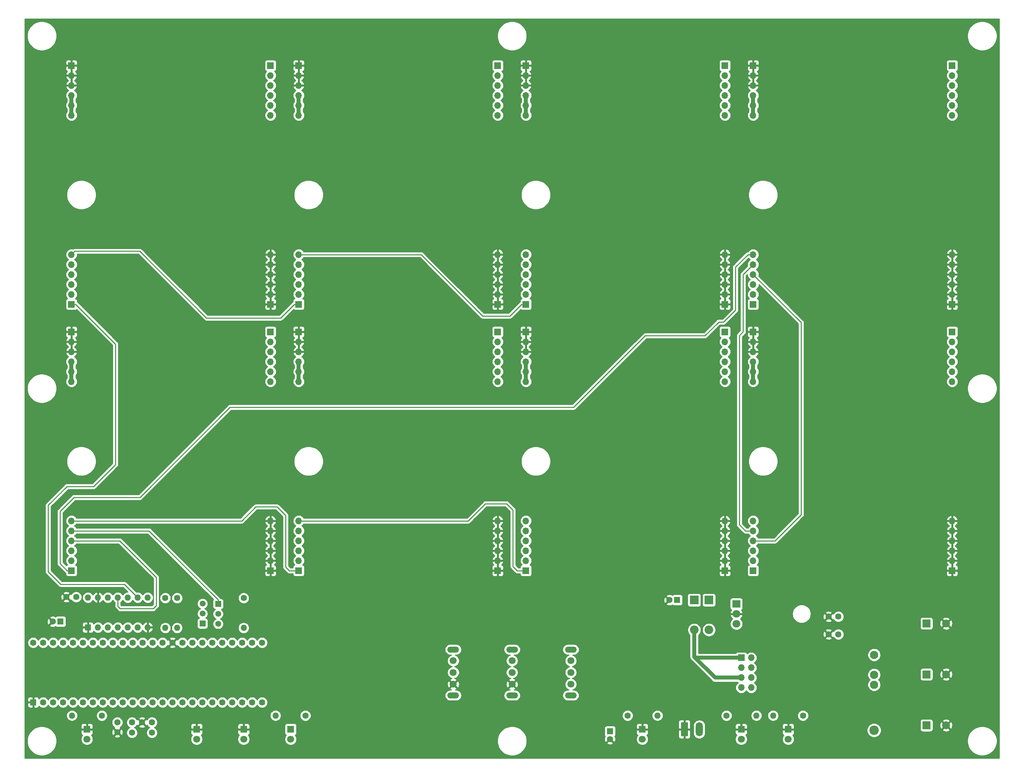
<source format=gbr>
G04 #@! TF.GenerationSoftware,KiCad,Pcbnew,(5.1.2-1)-1*
G04 #@! TF.CreationDate,2020-07-03T15:42:06-05:00*
G04 #@! TF.ProjectId,ShiftDriverMotherboard64,53686966-7444-4726-9976-65724d6f7468,rev?*
G04 #@! TF.SameCoordinates,Original*
G04 #@! TF.FileFunction,Copper,L2,Bot*
G04 #@! TF.FilePolarity,Positive*
%FSLAX46Y46*%
G04 Gerber Fmt 4.6, Leading zero omitted, Abs format (unit mm)*
G04 Created by KiCad (PCBNEW (5.1.2-1)-1) date 2020-07-03 15:42:06*
%MOMM*%
%LPD*%
G04 APERTURE LIST*
%ADD10C,2.400000*%
%ADD11C,2.100000*%
%ADD12C,1.600000*%
%ADD13R,1.600000X1.600000*%
%ADD14O,1.600000X1.600000*%
%ADD15O,2.200000X2.200000*%
%ADD16R,2.200000X2.200000*%
%ADD17R,1.800000X1.800000*%
%ADD18C,1.800000*%
%ADD19R,1.700000X1.700000*%
%ADD20O,1.700000X1.700000*%
%ADD21C,0.100000*%
%ADD22O,1.800000X3.600000*%
%ADD23C,1.500000*%
%ADD24R,1.500000X1.500000*%
%ADD25O,3.000000X1.500000*%
%ADD26R,2.000000X1.905000*%
%ADD27O,2.000000X1.905000*%
%ADD28C,2.000000*%
%ADD29R,2.000000X2.000000*%
%ADD30C,1.000000*%
%ADD31C,0.250000*%
%ADD32C,0.254000*%
G04 APERTURE END LIST*
D10*
X227420000Y-192250000D03*
X219800000Y-192250000D03*
D11*
X227420000Y-180620000D03*
X227420000Y-178080000D03*
X227420000Y-173000000D03*
X219800000Y-180620000D03*
X219800000Y-178080000D03*
X219800000Y-173000000D03*
D12*
X53430000Y-185120000D03*
X55970000Y-185120000D03*
X58510000Y-185120000D03*
X61050000Y-185120000D03*
X50890000Y-185120000D03*
X48350000Y-185120000D03*
X45810000Y-185120000D03*
X63590000Y-185120000D03*
X66130000Y-185120000D03*
X68670000Y-185120000D03*
X71210000Y-185120000D03*
X71210000Y-169880000D03*
X68670000Y-169880000D03*
X66130000Y-169880000D03*
X63590000Y-169880000D03*
X61050000Y-169880000D03*
X58510000Y-169880000D03*
X55970000Y-169880000D03*
X53430000Y-169880000D03*
X43270000Y-185120000D03*
X40730000Y-185120000D03*
X38190000Y-185120000D03*
X35650000Y-185120000D03*
X33110000Y-185120000D03*
X30570000Y-185120000D03*
X28030000Y-185120000D03*
X25490000Y-185120000D03*
X22950000Y-185120000D03*
X20410000Y-185120000D03*
X17870000Y-185120000D03*
X15330000Y-185120000D03*
D13*
X12790000Y-185120000D03*
D12*
X50890000Y-169880000D03*
X48350000Y-169880000D03*
X45810000Y-169880000D03*
X43270000Y-169880000D03*
X40730000Y-169880000D03*
X38190000Y-169880000D03*
X35650000Y-169880000D03*
X33110000Y-169880000D03*
X30570000Y-169880000D03*
X28030000Y-169880000D03*
X25490000Y-169880000D03*
X22950000Y-169880000D03*
X20410000Y-169880000D03*
X17870000Y-169880000D03*
X15330000Y-169880000D03*
X12790000Y-169880000D03*
D13*
X26750000Y-166000000D03*
D14*
X41990000Y-158380000D03*
X29290000Y-166000000D03*
X39450000Y-158380000D03*
X31830000Y-166000000D03*
X36910000Y-158380000D03*
X34370000Y-166000000D03*
X34370000Y-158380000D03*
X36910000Y-166000000D03*
X31830000Y-158380000D03*
X39450000Y-166000000D03*
X29290000Y-158380000D03*
X41990000Y-166000000D03*
X26750000Y-158380000D03*
D12*
X38000000Y-190250000D03*
X40540000Y-190250000D03*
X43080000Y-190250000D03*
X38000000Y-192875000D03*
X43080000Y-192875000D03*
D13*
X160000000Y-192500000D03*
D12*
X160000000Y-194500000D03*
X21250000Y-158250000D03*
X23750000Y-158250000D03*
X218300000Y-163250000D03*
X215800000Y-163250000D03*
X175150000Y-159000000D03*
D13*
X177150000Y-159000000D03*
D15*
X185250000Y-166620000D03*
D16*
X185250000Y-159000000D03*
D17*
X168250000Y-192000000D03*
D18*
X168250000Y-194540000D03*
D17*
X205500000Y-192000000D03*
D18*
X205500000Y-194540000D03*
X54500000Y-194540000D03*
D17*
X54500000Y-192000000D03*
D18*
X66500000Y-194540000D03*
D17*
X66500000Y-192000000D03*
D16*
X181500000Y-159000000D03*
D15*
X181500000Y-166620000D03*
D18*
X26500000Y-194540000D03*
D17*
X26500000Y-192000000D03*
X78500000Y-192000000D03*
D18*
X78500000Y-194540000D03*
D19*
X193500000Y-173750000D03*
D20*
X196040000Y-173750000D03*
X193500000Y-176290000D03*
X196040000Y-176290000D03*
X193500000Y-178830000D03*
X196040000Y-178830000D03*
X193500000Y-181370000D03*
X196040000Y-181370000D03*
D21*
G36*
X179674504Y-190201204D02*
G01*
X179698773Y-190204804D01*
X179722571Y-190210765D01*
X179745671Y-190219030D01*
X179767849Y-190229520D01*
X179788893Y-190242133D01*
X179808598Y-190256747D01*
X179826777Y-190273223D01*
X179843253Y-190291402D01*
X179857867Y-190311107D01*
X179870480Y-190332151D01*
X179880970Y-190354329D01*
X179889235Y-190377429D01*
X179895196Y-190401227D01*
X179898796Y-190425496D01*
X179900000Y-190450000D01*
X179900000Y-193550000D01*
X179898796Y-193574504D01*
X179895196Y-193598773D01*
X179889235Y-193622571D01*
X179880970Y-193645671D01*
X179870480Y-193667849D01*
X179857867Y-193688893D01*
X179843253Y-193708598D01*
X179826777Y-193726777D01*
X179808598Y-193743253D01*
X179788893Y-193757867D01*
X179767849Y-193770480D01*
X179745671Y-193780970D01*
X179722571Y-193789235D01*
X179698773Y-193795196D01*
X179674504Y-193798796D01*
X179650000Y-193800000D01*
X178350000Y-193800000D01*
X178325496Y-193798796D01*
X178301227Y-193795196D01*
X178277429Y-193789235D01*
X178254329Y-193780970D01*
X178232151Y-193770480D01*
X178211107Y-193757867D01*
X178191402Y-193743253D01*
X178173223Y-193726777D01*
X178156747Y-193708598D01*
X178142133Y-193688893D01*
X178129520Y-193667849D01*
X178119030Y-193645671D01*
X178110765Y-193622571D01*
X178104804Y-193598773D01*
X178101204Y-193574504D01*
X178100000Y-193550000D01*
X178100000Y-190450000D01*
X178101204Y-190425496D01*
X178104804Y-190401227D01*
X178110765Y-190377429D01*
X178119030Y-190354329D01*
X178129520Y-190332151D01*
X178142133Y-190311107D01*
X178156747Y-190291402D01*
X178173223Y-190273223D01*
X178191402Y-190256747D01*
X178211107Y-190242133D01*
X178232151Y-190229520D01*
X178254329Y-190219030D01*
X178277429Y-190210765D01*
X178301227Y-190204804D01*
X178325496Y-190201204D01*
X178350000Y-190200000D01*
X179650000Y-190200000D01*
X179674504Y-190201204D01*
X179674504Y-190201204D01*
G37*
D18*
X179000000Y-192000000D03*
D22*
X182810000Y-192000000D03*
X182810000Y-192000000D03*
D21*
G36*
X179674504Y-190201204D02*
G01*
X179698773Y-190204804D01*
X179722571Y-190210765D01*
X179745671Y-190219030D01*
X179767849Y-190229520D01*
X179788893Y-190242133D01*
X179808598Y-190256747D01*
X179826777Y-190273223D01*
X179843253Y-190291402D01*
X179857867Y-190311107D01*
X179870480Y-190332151D01*
X179880970Y-190354329D01*
X179889235Y-190377429D01*
X179895196Y-190401227D01*
X179898796Y-190425496D01*
X179900000Y-190450000D01*
X179900000Y-193550000D01*
X179898796Y-193574504D01*
X179895196Y-193598773D01*
X179889235Y-193622571D01*
X179880970Y-193645671D01*
X179870480Y-193667849D01*
X179857867Y-193688893D01*
X179843253Y-193708598D01*
X179826777Y-193726777D01*
X179808598Y-193743253D01*
X179788893Y-193757867D01*
X179767849Y-193770480D01*
X179745671Y-193780970D01*
X179722571Y-193789235D01*
X179698773Y-193795196D01*
X179674504Y-193798796D01*
X179650000Y-193800000D01*
X178350000Y-193800000D01*
X178325496Y-193798796D01*
X178301227Y-193795196D01*
X178277429Y-193789235D01*
X178254329Y-193780970D01*
X178232151Y-193770480D01*
X178211107Y-193757867D01*
X178191402Y-193743253D01*
X178173223Y-193726777D01*
X178156747Y-193708598D01*
X178142133Y-193688893D01*
X178129520Y-193667849D01*
X178119030Y-193645671D01*
X178110765Y-193622571D01*
X178104804Y-193598773D01*
X178101204Y-193574504D01*
X178100000Y-193550000D01*
X178100000Y-190450000D01*
X178101204Y-190425496D01*
X178104804Y-190401227D01*
X178110765Y-190377429D01*
X178119030Y-190354329D01*
X178129520Y-190332151D01*
X178142133Y-190311107D01*
X178156747Y-190291402D01*
X178173223Y-190273223D01*
X178191402Y-190256747D01*
X178211107Y-190242133D01*
X178232151Y-190229520D01*
X178254329Y-190219030D01*
X178277429Y-190210765D01*
X178301227Y-190204804D01*
X178325496Y-190201204D01*
X178350000Y-190200000D01*
X179650000Y-190200000D01*
X179674504Y-190201204D01*
X179674504Y-190201204D01*
G37*
D18*
X179000000Y-192000000D03*
D23*
X56000000Y-162460000D03*
X56000000Y-159920000D03*
D24*
X56000000Y-165000000D03*
X60000000Y-160000000D03*
D23*
X60000000Y-165080000D03*
X60000000Y-162540000D03*
D12*
X66500000Y-158500000D03*
D14*
X66500000Y-166120000D03*
D12*
X164500000Y-188500000D03*
D14*
X172120000Y-188500000D03*
D12*
X209250000Y-188500000D03*
D14*
X201630000Y-188500000D03*
X49500000Y-166120000D03*
D12*
X49500000Y-158500000D03*
X46500000Y-158500000D03*
D14*
X46500000Y-166120000D03*
X22680000Y-188500000D03*
D12*
X30300000Y-188500000D03*
D14*
X74630000Y-188500000D03*
D12*
X82250000Y-188500000D03*
D25*
X150000000Y-171650000D03*
X150000000Y-183350000D03*
D18*
X150000000Y-180500000D03*
X150000000Y-177500000D03*
X150000000Y-174500000D03*
X120000000Y-174500000D03*
X120000000Y-177500000D03*
X120000000Y-180500000D03*
D25*
X120000000Y-183350000D03*
X120000000Y-171650000D03*
D18*
X135000000Y-174500000D03*
X135000000Y-177500000D03*
X135000000Y-180500000D03*
D25*
X135000000Y-183350000D03*
X135000000Y-171650000D03*
D26*
X192250000Y-160000000D03*
D27*
X192250000Y-162540000D03*
X192250000Y-165080000D03*
D12*
X215800000Y-167750000D03*
X218300000Y-167750000D03*
D28*
X245800000Y-165000000D03*
D29*
X240800000Y-165000000D03*
D28*
X245800000Y-191000000D03*
D29*
X240800000Y-191000000D03*
X240800000Y-178000000D03*
D28*
X245800000Y-178000000D03*
D17*
X193500000Y-192000000D03*
D18*
X193500000Y-194540000D03*
D12*
X189750000Y-188500000D03*
D14*
X197370000Y-188500000D03*
D13*
X19750000Y-164500000D03*
D12*
X17750000Y-164500000D03*
X34250000Y-192750000D03*
X34250000Y-190250000D03*
D19*
X73340000Y-22540000D03*
D20*
X73340000Y-78420000D03*
X73340000Y-30160000D03*
X73340000Y-35240000D03*
X73340000Y-32700000D03*
X73340000Y-80960000D03*
D19*
X73340000Y-83500000D03*
D20*
X73340000Y-75880000D03*
X73340000Y-70800000D03*
X73340000Y-73340000D03*
X73340000Y-25080000D03*
X73340000Y-27620000D03*
D19*
X22540000Y-83500000D03*
D20*
X22540000Y-75880000D03*
X22540000Y-70800000D03*
X22540000Y-73340000D03*
X22540000Y-80960000D03*
X22540000Y-78420000D03*
X22540000Y-25080000D03*
D19*
X22540000Y-22540000D03*
D20*
X22540000Y-35240000D03*
X22540000Y-27620000D03*
X22540000Y-30160000D03*
X22540000Y-32700000D03*
X80540000Y-32700000D03*
X80540000Y-30160000D03*
X80540000Y-27620000D03*
X80540000Y-35240000D03*
D19*
X80540000Y-22540000D03*
D20*
X80540000Y-25080000D03*
X80540000Y-78420000D03*
X80540000Y-80960000D03*
X80540000Y-73340000D03*
X80540000Y-70800000D03*
X80540000Y-75880000D03*
D19*
X80540000Y-83500000D03*
D20*
X131340000Y-27620000D03*
X131340000Y-25080000D03*
X131340000Y-73340000D03*
X131340000Y-70800000D03*
X131340000Y-75880000D03*
D19*
X131340000Y-83500000D03*
D20*
X131340000Y-80960000D03*
X131340000Y-32700000D03*
X131340000Y-35240000D03*
X131340000Y-30160000D03*
X131340000Y-78420000D03*
D19*
X131340000Y-22540000D03*
X189340000Y-22540000D03*
D20*
X189340000Y-78420000D03*
X189340000Y-30160000D03*
X189340000Y-35240000D03*
X189340000Y-32700000D03*
X189340000Y-80960000D03*
D19*
X189340000Y-83500000D03*
D20*
X189340000Y-75880000D03*
X189340000Y-70800000D03*
X189340000Y-73340000D03*
X189340000Y-25080000D03*
X189340000Y-27620000D03*
D19*
X138540000Y-83500000D03*
D20*
X138540000Y-75880000D03*
X138540000Y-70800000D03*
X138540000Y-73340000D03*
X138540000Y-80960000D03*
X138540000Y-78420000D03*
X138540000Y-25080000D03*
D19*
X138540000Y-22540000D03*
D20*
X138540000Y-35240000D03*
X138540000Y-27620000D03*
X138540000Y-30160000D03*
X138540000Y-32700000D03*
X196540000Y-32700000D03*
X196540000Y-30160000D03*
X196540000Y-27620000D03*
X196540000Y-35240000D03*
D19*
X196540000Y-22540000D03*
D20*
X196540000Y-25080000D03*
X196540000Y-78420000D03*
X196540000Y-80960000D03*
X196540000Y-73340000D03*
X196540000Y-70800000D03*
X196540000Y-75880000D03*
D19*
X196540000Y-83500000D03*
D20*
X247340000Y-27620000D03*
X247340000Y-25080000D03*
X247340000Y-73340000D03*
X247340000Y-70800000D03*
X247340000Y-75880000D03*
D19*
X247340000Y-83500000D03*
D20*
X247340000Y-80960000D03*
X247340000Y-32700000D03*
X247340000Y-35240000D03*
X247340000Y-30160000D03*
X247340000Y-78420000D03*
D19*
X247340000Y-22540000D03*
X73340000Y-90540000D03*
D20*
X73340000Y-146420000D03*
X73340000Y-98160000D03*
X73340000Y-103240000D03*
X73340000Y-100700000D03*
X73340000Y-148960000D03*
D19*
X73340000Y-151500000D03*
D20*
X73340000Y-143880000D03*
X73340000Y-138800000D03*
X73340000Y-141340000D03*
X73340000Y-93080000D03*
X73340000Y-95620000D03*
D19*
X22540000Y-151500000D03*
D20*
X22540000Y-143880000D03*
X22540000Y-138800000D03*
X22540000Y-141340000D03*
X22540000Y-148960000D03*
X22540000Y-146420000D03*
X22540000Y-93080000D03*
D19*
X22540000Y-90540000D03*
D20*
X22540000Y-103240000D03*
X22540000Y-95620000D03*
X22540000Y-98160000D03*
X22540000Y-100700000D03*
X80540000Y-100700000D03*
X80540000Y-98160000D03*
X80540000Y-95620000D03*
X80540000Y-103240000D03*
D19*
X80540000Y-90540000D03*
D20*
X80540000Y-93080000D03*
X80540000Y-146420000D03*
X80540000Y-148960000D03*
X80540000Y-141340000D03*
X80540000Y-138800000D03*
X80540000Y-143880000D03*
D19*
X80540000Y-151500000D03*
D20*
X131340000Y-95620000D03*
X131340000Y-93080000D03*
X131340000Y-141340000D03*
X131340000Y-138800000D03*
X131340000Y-143880000D03*
D19*
X131340000Y-151500000D03*
D20*
X131340000Y-148960000D03*
X131340000Y-100700000D03*
X131340000Y-103240000D03*
X131340000Y-98160000D03*
X131340000Y-146420000D03*
D19*
X131340000Y-90540000D03*
X189340000Y-90540000D03*
D20*
X189340000Y-146420000D03*
X189340000Y-98160000D03*
X189340000Y-103240000D03*
X189340000Y-100700000D03*
X189340000Y-148960000D03*
D19*
X189340000Y-151500000D03*
D20*
X189340000Y-143880000D03*
X189340000Y-138800000D03*
X189340000Y-141340000D03*
X189340000Y-93080000D03*
X189340000Y-95620000D03*
D19*
X138540000Y-151500000D03*
D20*
X138540000Y-143880000D03*
X138540000Y-138800000D03*
X138540000Y-141340000D03*
X138540000Y-148960000D03*
X138540000Y-146420000D03*
X138540000Y-93080000D03*
D19*
X138540000Y-90540000D03*
D20*
X138540000Y-103240000D03*
X138540000Y-95620000D03*
X138540000Y-98160000D03*
X138540000Y-100700000D03*
X196540000Y-100700000D03*
X196540000Y-98160000D03*
X196540000Y-95620000D03*
X196540000Y-103240000D03*
D19*
X196540000Y-90540000D03*
D20*
X196540000Y-93080000D03*
X196540000Y-146420000D03*
X196540000Y-148960000D03*
X196540000Y-141340000D03*
X196540000Y-138800000D03*
X196540000Y-143880000D03*
D19*
X196540000Y-151500000D03*
D20*
X247340000Y-95620000D03*
X247340000Y-93080000D03*
X247340000Y-141340000D03*
X247340000Y-138800000D03*
X247340000Y-143880000D03*
D19*
X247340000Y-151500000D03*
D20*
X247340000Y-148960000D03*
X247340000Y-100700000D03*
X247340000Y-103240000D03*
X247340000Y-98160000D03*
X247340000Y-146420000D03*
D19*
X247340000Y-90540000D03*
D30*
X80540000Y-30160000D02*
X80540000Y-35240000D01*
X138540000Y-30160000D02*
X138540000Y-35240000D01*
X196540000Y-30160000D02*
X196540000Y-35240000D01*
X22540000Y-30160000D02*
X22540000Y-35240000D01*
X22540000Y-98160000D02*
X22540000Y-103240000D01*
X80540000Y-98160000D02*
X80540000Y-103240000D01*
X138540000Y-98160000D02*
X138540000Y-103240000D01*
X196540000Y-98160000D02*
X196540000Y-103240000D01*
X181500000Y-166620000D02*
X181500000Y-173500000D01*
X186830000Y-178830000D02*
X193500000Y-178830000D01*
X181500000Y-173500000D02*
X186830000Y-178830000D01*
X181750000Y-173750000D02*
X181500000Y-173500000D01*
X193500000Y-173750000D02*
X181750000Y-173750000D01*
D31*
X23742081Y-141340000D02*
X22540000Y-141340000D01*
X42340000Y-141340000D02*
X23742081Y-141340000D01*
X60000000Y-159000000D02*
X42340000Y-141340000D01*
X60000000Y-160000000D02*
X60000000Y-159000000D01*
X194540000Y-141340000D02*
X196540000Y-141340000D01*
X193000000Y-139800000D02*
X194540000Y-141340000D01*
X193000000Y-91500000D02*
X193000000Y-139800000D01*
X194000000Y-90500000D02*
X193000000Y-91500000D01*
X194000000Y-75880000D02*
X194000000Y-90500000D01*
X196540000Y-73340000D02*
X194000000Y-75880000D01*
X44200000Y-153200000D02*
X34880000Y-143880000D01*
X43400000Y-161200000D02*
X44200000Y-160400000D01*
X35000000Y-161200000D02*
X43400000Y-161200000D01*
X44200000Y-160400000D02*
X44200000Y-153200000D01*
X34880000Y-143880000D02*
X22540000Y-143880000D01*
X34370000Y-160570000D02*
X35000000Y-161200000D01*
X34370000Y-158380000D02*
X34370000Y-160570000D01*
X196540000Y-75880000D02*
X208800000Y-88140000D01*
X208800000Y-88140000D02*
X208800000Y-137200000D01*
X202120000Y-143880000D02*
X196540000Y-143880000D01*
X208800000Y-137200000D02*
X202120000Y-143880000D01*
X23640000Y-83500000D02*
X33800000Y-93660000D01*
X22540000Y-83500000D02*
X23640000Y-83500000D01*
X33800000Y-93660000D02*
X33800000Y-124400000D01*
X33800000Y-124400000D02*
X28200000Y-130000000D01*
X28200000Y-130000000D02*
X21400000Y-130000000D01*
X21400000Y-130000000D02*
X16600000Y-134800000D01*
X16600000Y-134800000D02*
X16600000Y-151800000D01*
X16600000Y-151800000D02*
X19800000Y-155000000D01*
X36070000Y-155000000D02*
X39450000Y-158380000D01*
X19800000Y-155000000D02*
X36070000Y-155000000D01*
X23389999Y-69950001D02*
X39950001Y-69950001D01*
X22540000Y-70800000D02*
X23389999Y-69950001D01*
X39950001Y-69950001D02*
X57000000Y-87000000D01*
X79440000Y-83500000D02*
X80540000Y-83500000D01*
X75940000Y-87000000D02*
X79440000Y-83500000D01*
X57000000Y-87000000D02*
X75940000Y-87000000D01*
X137440000Y-83500000D02*
X138540000Y-83500000D01*
X127500000Y-86500000D02*
X134440000Y-86500000D01*
X111800000Y-70800000D02*
X127500000Y-86500000D01*
X134440000Y-86500000D02*
X137440000Y-83500000D01*
X80540000Y-70800000D02*
X111800000Y-70800000D01*
X63000000Y-109800000D02*
X150700000Y-109800000D01*
X40000000Y-132800000D02*
X63000000Y-109800000D01*
X21440000Y-151500000D02*
X19600000Y-149660000D01*
X23200000Y-132800000D02*
X40000000Y-132800000D01*
X22540000Y-151500000D02*
X21440000Y-151500000D01*
X19600000Y-149660000D02*
X19600000Y-136400000D01*
X19600000Y-136400000D02*
X23200000Y-132800000D01*
X150700000Y-109800000D02*
X169000000Y-91500000D01*
X187750000Y-88000000D02*
X184250000Y-91500000D01*
X184250000Y-91500000D02*
X182500000Y-91500000D01*
X189000000Y-88000000D02*
X187750000Y-88000000D01*
X196540000Y-70800000D02*
X195200000Y-70800000D01*
X192000000Y-85000000D02*
X189000000Y-88000000D01*
X192000000Y-74000000D02*
X192000000Y-85000000D01*
X182500000Y-91500000D02*
X169000000Y-91500000D01*
X195200000Y-70800000D02*
X192000000Y-74000000D01*
X22540000Y-138800000D02*
X66000000Y-138800000D01*
X66000000Y-138800000D02*
X69600000Y-135200000D01*
X69600000Y-135200000D02*
X75000000Y-135200000D01*
X75000000Y-135200000D02*
X77200000Y-137400000D01*
X77200000Y-137400000D02*
X77200000Y-150600000D01*
X78100000Y-151500000D02*
X80540000Y-151500000D01*
X77200000Y-150600000D02*
X78100000Y-151500000D01*
X80540000Y-138800000D02*
X123800000Y-138800000D01*
X123800000Y-138800000D02*
X128200000Y-134400000D01*
X128200000Y-134400000D02*
X133600000Y-134400000D01*
X133600000Y-134400000D02*
X135200000Y-136000000D01*
X135200000Y-136000000D02*
X135200000Y-150400000D01*
X136300000Y-151500000D02*
X138540000Y-151500000D01*
X135200000Y-150400000D02*
X136300000Y-151500000D01*
D32*
G36*
X259340001Y-199340000D02*
G01*
X10660000Y-199340000D01*
X10660000Y-194627899D01*
X11222000Y-194627899D01*
X11222000Y-195372101D01*
X11367187Y-196102002D01*
X11651980Y-196789554D01*
X12065436Y-197408335D01*
X12591665Y-197934564D01*
X13210446Y-198348020D01*
X13897998Y-198632813D01*
X14627899Y-198778000D01*
X15372101Y-198778000D01*
X16102002Y-198632813D01*
X16789554Y-198348020D01*
X17408335Y-197934564D01*
X17934564Y-197408335D01*
X18348020Y-196789554D01*
X18632813Y-196102002D01*
X18778000Y-195372101D01*
X18778000Y-194627899D01*
X18632813Y-193897998D01*
X18348020Y-193210446D01*
X18140587Y-192900000D01*
X24961928Y-192900000D01*
X24974188Y-193024482D01*
X25010498Y-193144180D01*
X25069463Y-193254494D01*
X25148815Y-193351185D01*
X25245506Y-193430537D01*
X25355820Y-193489502D01*
X25374127Y-193495056D01*
X25307688Y-193561495D01*
X25139701Y-193812905D01*
X25023989Y-194092257D01*
X24965000Y-194388816D01*
X24965000Y-194691184D01*
X25023989Y-194987743D01*
X25139701Y-195267095D01*
X25307688Y-195518505D01*
X25521495Y-195732312D01*
X25772905Y-195900299D01*
X26052257Y-196016011D01*
X26348816Y-196075000D01*
X26651184Y-196075000D01*
X26947743Y-196016011D01*
X27227095Y-195900299D01*
X27478505Y-195732312D01*
X27692312Y-195518505D01*
X27860299Y-195267095D01*
X27976011Y-194987743D01*
X28035000Y-194691184D01*
X28035000Y-194388816D01*
X27976011Y-194092257D01*
X27860299Y-193812905D01*
X27813391Y-193742702D01*
X33436903Y-193742702D01*
X33508486Y-193986671D01*
X33763996Y-194107571D01*
X34038184Y-194176300D01*
X34320512Y-194190217D01*
X34600130Y-194148787D01*
X34866292Y-194053603D01*
X34991514Y-193986671D01*
X35063097Y-193742702D01*
X34250000Y-192929605D01*
X33436903Y-193742702D01*
X27813391Y-193742702D01*
X27692312Y-193561495D01*
X27625873Y-193495056D01*
X27644180Y-193489502D01*
X27754494Y-193430537D01*
X27851185Y-193351185D01*
X27930537Y-193254494D01*
X27989502Y-193144180D01*
X28025812Y-193024482D01*
X28038072Y-192900000D01*
X28037675Y-192820512D01*
X32809783Y-192820512D01*
X32851213Y-193100130D01*
X32946397Y-193366292D01*
X33013329Y-193491514D01*
X33257298Y-193563097D01*
X34070395Y-192750000D01*
X34429605Y-192750000D01*
X35242702Y-193563097D01*
X35486671Y-193491514D01*
X35607571Y-193236004D01*
X35676300Y-192961816D01*
X35690217Y-192679488D01*
X35648787Y-192399870D01*
X35553603Y-192133708D01*
X35486671Y-192008486D01*
X35242702Y-191936903D01*
X34429605Y-192750000D01*
X34070395Y-192750000D01*
X33257298Y-191936903D01*
X33013329Y-192008486D01*
X32892429Y-192263996D01*
X32823700Y-192538184D01*
X32809783Y-192820512D01*
X28037675Y-192820512D01*
X28035000Y-192285750D01*
X27876250Y-192127000D01*
X26627000Y-192127000D01*
X26627000Y-192147000D01*
X26373000Y-192147000D01*
X26373000Y-192127000D01*
X25123750Y-192127000D01*
X24965000Y-192285750D01*
X24961928Y-192900000D01*
X18140587Y-192900000D01*
X17934564Y-192591665D01*
X17408335Y-192065436D01*
X16789554Y-191651980D01*
X16102002Y-191367187D01*
X15372101Y-191222000D01*
X14627899Y-191222000D01*
X13897998Y-191367187D01*
X13210446Y-191651980D01*
X12591665Y-192065436D01*
X12065436Y-192591665D01*
X11651980Y-193210446D01*
X11367187Y-193897998D01*
X11222000Y-194627899D01*
X10660000Y-194627899D01*
X10660000Y-191100000D01*
X24961928Y-191100000D01*
X24965000Y-191714250D01*
X25123750Y-191873000D01*
X26373000Y-191873000D01*
X26373000Y-190623750D01*
X26627000Y-190623750D01*
X26627000Y-191873000D01*
X27876250Y-191873000D01*
X28035000Y-191714250D01*
X28038072Y-191100000D01*
X28025812Y-190975518D01*
X27989502Y-190855820D01*
X27930537Y-190745506D01*
X27851185Y-190648815D01*
X27754494Y-190569463D01*
X27644180Y-190510498D01*
X27524482Y-190474188D01*
X27400000Y-190461928D01*
X26785750Y-190465000D01*
X26627000Y-190623750D01*
X26373000Y-190623750D01*
X26214250Y-190465000D01*
X25600000Y-190461928D01*
X25475518Y-190474188D01*
X25355820Y-190510498D01*
X25245506Y-190569463D01*
X25148815Y-190648815D01*
X25069463Y-190745506D01*
X25010498Y-190855820D01*
X24974188Y-190975518D01*
X24961928Y-191100000D01*
X10660000Y-191100000D01*
X10660000Y-190108665D01*
X32815000Y-190108665D01*
X32815000Y-190391335D01*
X32870147Y-190668574D01*
X32978320Y-190929727D01*
X33135363Y-191164759D01*
X33335241Y-191364637D01*
X33535869Y-191498692D01*
X33508486Y-191513329D01*
X33436903Y-191757298D01*
X34250000Y-192570395D01*
X35063097Y-191757298D01*
X34991514Y-191513329D01*
X34962659Y-191499676D01*
X35164759Y-191364637D01*
X35364637Y-191164759D01*
X35521680Y-190929727D01*
X35629853Y-190668574D01*
X35685000Y-190391335D01*
X35685000Y-190108665D01*
X36565000Y-190108665D01*
X36565000Y-190391335D01*
X36620147Y-190668574D01*
X36728320Y-190929727D01*
X36885363Y-191164759D01*
X37085241Y-191364637D01*
X37320273Y-191521680D01*
X37418821Y-191562500D01*
X37320273Y-191603320D01*
X37085241Y-191760363D01*
X36885363Y-191960241D01*
X36728320Y-192195273D01*
X36620147Y-192456426D01*
X36565000Y-192733665D01*
X36565000Y-193016335D01*
X36620147Y-193293574D01*
X36728320Y-193554727D01*
X36885363Y-193789759D01*
X37085241Y-193989637D01*
X37320273Y-194146680D01*
X37581426Y-194254853D01*
X37858665Y-194310000D01*
X38141335Y-194310000D01*
X38418574Y-194254853D01*
X38679727Y-194146680D01*
X38914759Y-193989637D01*
X39114637Y-193789759D01*
X39271680Y-193554727D01*
X39379853Y-193293574D01*
X39435000Y-193016335D01*
X39435000Y-192733665D01*
X39379853Y-192456426D01*
X39271680Y-192195273D01*
X39114637Y-191960241D01*
X38914759Y-191760363D01*
X38679727Y-191603320D01*
X38581179Y-191562500D01*
X38679727Y-191521680D01*
X38914759Y-191364637D01*
X39036694Y-191242702D01*
X39726903Y-191242702D01*
X39798486Y-191486671D01*
X40053996Y-191607571D01*
X40328184Y-191676300D01*
X40610512Y-191690217D01*
X40890130Y-191648787D01*
X41156292Y-191553603D01*
X41281514Y-191486671D01*
X41353097Y-191242702D01*
X40540000Y-190429605D01*
X39726903Y-191242702D01*
X39036694Y-191242702D01*
X39114637Y-191164759D01*
X39270915Y-190930872D01*
X39303329Y-190991514D01*
X39547298Y-191063097D01*
X40360395Y-190250000D01*
X40719605Y-190250000D01*
X41532702Y-191063097D01*
X41776671Y-190991514D01*
X41807194Y-190927008D01*
X41808320Y-190929727D01*
X41965363Y-191164759D01*
X42165241Y-191364637D01*
X42400273Y-191521680D01*
X42498821Y-191562500D01*
X42400273Y-191603320D01*
X42165241Y-191760363D01*
X41965363Y-191960241D01*
X41808320Y-192195273D01*
X41700147Y-192456426D01*
X41645000Y-192733665D01*
X41645000Y-193016335D01*
X41700147Y-193293574D01*
X41808320Y-193554727D01*
X41965363Y-193789759D01*
X42165241Y-193989637D01*
X42400273Y-194146680D01*
X42661426Y-194254853D01*
X42938665Y-194310000D01*
X43221335Y-194310000D01*
X43498574Y-194254853D01*
X43759727Y-194146680D01*
X43994759Y-193989637D01*
X44194637Y-193789759D01*
X44351680Y-193554727D01*
X44459853Y-193293574D01*
X44515000Y-193016335D01*
X44515000Y-192900000D01*
X52961928Y-192900000D01*
X52974188Y-193024482D01*
X53010498Y-193144180D01*
X53069463Y-193254494D01*
X53148815Y-193351185D01*
X53245506Y-193430537D01*
X53355820Y-193489502D01*
X53374127Y-193495056D01*
X53307688Y-193561495D01*
X53139701Y-193812905D01*
X53023989Y-194092257D01*
X52965000Y-194388816D01*
X52965000Y-194691184D01*
X53023989Y-194987743D01*
X53139701Y-195267095D01*
X53307688Y-195518505D01*
X53521495Y-195732312D01*
X53772905Y-195900299D01*
X54052257Y-196016011D01*
X54348816Y-196075000D01*
X54651184Y-196075000D01*
X54947743Y-196016011D01*
X55227095Y-195900299D01*
X55478505Y-195732312D01*
X55692312Y-195518505D01*
X55860299Y-195267095D01*
X55976011Y-194987743D01*
X56035000Y-194691184D01*
X56035000Y-194388816D01*
X55976011Y-194092257D01*
X55860299Y-193812905D01*
X55692312Y-193561495D01*
X55625873Y-193495056D01*
X55644180Y-193489502D01*
X55754494Y-193430537D01*
X55851185Y-193351185D01*
X55930537Y-193254494D01*
X55989502Y-193144180D01*
X56025812Y-193024482D01*
X56038072Y-192900000D01*
X64961928Y-192900000D01*
X64974188Y-193024482D01*
X65010498Y-193144180D01*
X65069463Y-193254494D01*
X65148815Y-193351185D01*
X65245506Y-193430537D01*
X65355820Y-193489502D01*
X65374127Y-193495056D01*
X65307688Y-193561495D01*
X65139701Y-193812905D01*
X65023989Y-194092257D01*
X64965000Y-194388816D01*
X64965000Y-194691184D01*
X65023989Y-194987743D01*
X65139701Y-195267095D01*
X65307688Y-195518505D01*
X65521495Y-195732312D01*
X65772905Y-195900299D01*
X66052257Y-196016011D01*
X66348816Y-196075000D01*
X66651184Y-196075000D01*
X66947743Y-196016011D01*
X67227095Y-195900299D01*
X67478505Y-195732312D01*
X67692312Y-195518505D01*
X67860299Y-195267095D01*
X67976011Y-194987743D01*
X68035000Y-194691184D01*
X68035000Y-194388816D01*
X67976011Y-194092257D01*
X67860299Y-193812905D01*
X67692312Y-193561495D01*
X67625873Y-193495056D01*
X67644180Y-193489502D01*
X67754494Y-193430537D01*
X67851185Y-193351185D01*
X67930537Y-193254494D01*
X67989502Y-193144180D01*
X68025812Y-193024482D01*
X68038072Y-192900000D01*
X68035000Y-192285750D01*
X67876250Y-192127000D01*
X66627000Y-192127000D01*
X66627000Y-192147000D01*
X66373000Y-192147000D01*
X66373000Y-192127000D01*
X65123750Y-192127000D01*
X64965000Y-192285750D01*
X64961928Y-192900000D01*
X56038072Y-192900000D01*
X56035000Y-192285750D01*
X55876250Y-192127000D01*
X54627000Y-192127000D01*
X54627000Y-192147000D01*
X54373000Y-192147000D01*
X54373000Y-192127000D01*
X53123750Y-192127000D01*
X52965000Y-192285750D01*
X52961928Y-192900000D01*
X44515000Y-192900000D01*
X44515000Y-192733665D01*
X44459853Y-192456426D01*
X44351680Y-192195273D01*
X44194637Y-191960241D01*
X43994759Y-191760363D01*
X43759727Y-191603320D01*
X43661179Y-191562500D01*
X43759727Y-191521680D01*
X43994759Y-191364637D01*
X44194637Y-191164759D01*
X44237907Y-191100000D01*
X52961928Y-191100000D01*
X52965000Y-191714250D01*
X53123750Y-191873000D01*
X54373000Y-191873000D01*
X54373000Y-190623750D01*
X54627000Y-190623750D01*
X54627000Y-191873000D01*
X55876250Y-191873000D01*
X56035000Y-191714250D01*
X56038072Y-191100000D01*
X64961928Y-191100000D01*
X64965000Y-191714250D01*
X65123750Y-191873000D01*
X66373000Y-191873000D01*
X66373000Y-190623750D01*
X66627000Y-190623750D01*
X66627000Y-191873000D01*
X67876250Y-191873000D01*
X68035000Y-191714250D01*
X68038072Y-191100000D01*
X76961928Y-191100000D01*
X76961928Y-192900000D01*
X76974188Y-193024482D01*
X77010498Y-193144180D01*
X77069463Y-193254494D01*
X77148815Y-193351185D01*
X77245506Y-193430537D01*
X77355820Y-193489502D01*
X77374127Y-193495056D01*
X77307688Y-193561495D01*
X77139701Y-193812905D01*
X77023989Y-194092257D01*
X76965000Y-194388816D01*
X76965000Y-194691184D01*
X77023989Y-194987743D01*
X77139701Y-195267095D01*
X77307688Y-195518505D01*
X77521495Y-195732312D01*
X77772905Y-195900299D01*
X78052257Y-196016011D01*
X78348816Y-196075000D01*
X78651184Y-196075000D01*
X78947743Y-196016011D01*
X79227095Y-195900299D01*
X79478505Y-195732312D01*
X79692312Y-195518505D01*
X79860299Y-195267095D01*
X79976011Y-194987743D01*
X80035000Y-194691184D01*
X80035000Y-194627899D01*
X131222000Y-194627899D01*
X131222000Y-195372101D01*
X131367187Y-196102002D01*
X131651980Y-196789554D01*
X132065436Y-197408335D01*
X132591665Y-197934564D01*
X133210446Y-198348020D01*
X133897998Y-198632813D01*
X134627899Y-198778000D01*
X135372101Y-198778000D01*
X136102002Y-198632813D01*
X136789554Y-198348020D01*
X137408335Y-197934564D01*
X137934564Y-197408335D01*
X138348020Y-196789554D01*
X138632813Y-196102002D01*
X138754010Y-195492702D01*
X159186903Y-195492702D01*
X159258486Y-195736671D01*
X159513996Y-195857571D01*
X159788184Y-195926300D01*
X160070512Y-195940217D01*
X160350130Y-195898787D01*
X160616292Y-195803603D01*
X160741514Y-195736671D01*
X160813097Y-195492702D01*
X160000000Y-194679605D01*
X159186903Y-195492702D01*
X138754010Y-195492702D01*
X138778000Y-195372101D01*
X138778000Y-194627899D01*
X138766585Y-194570512D01*
X158559783Y-194570512D01*
X158601213Y-194850130D01*
X158696397Y-195116292D01*
X158763329Y-195241514D01*
X159007298Y-195313097D01*
X159820395Y-194500000D01*
X159806253Y-194485858D01*
X159985858Y-194306253D01*
X160000000Y-194320395D01*
X160014143Y-194306253D01*
X160193748Y-194485858D01*
X160179605Y-194500000D01*
X160992702Y-195313097D01*
X161236671Y-195241514D01*
X161357571Y-194986004D01*
X161426300Y-194711816D01*
X161440217Y-194429488D01*
X161398787Y-194149870D01*
X161303603Y-193883708D01*
X161238384Y-193761691D01*
X161251185Y-193751185D01*
X161330537Y-193654494D01*
X161389502Y-193544180D01*
X161425812Y-193424482D01*
X161438072Y-193300000D01*
X161438072Y-192900000D01*
X166711928Y-192900000D01*
X166724188Y-193024482D01*
X166760498Y-193144180D01*
X166819463Y-193254494D01*
X166898815Y-193351185D01*
X166995506Y-193430537D01*
X167105820Y-193489502D01*
X167124127Y-193495056D01*
X167057688Y-193561495D01*
X166889701Y-193812905D01*
X166773989Y-194092257D01*
X166715000Y-194388816D01*
X166715000Y-194691184D01*
X166773989Y-194987743D01*
X166889701Y-195267095D01*
X167057688Y-195518505D01*
X167271495Y-195732312D01*
X167522905Y-195900299D01*
X167802257Y-196016011D01*
X168098816Y-196075000D01*
X168401184Y-196075000D01*
X168697743Y-196016011D01*
X168977095Y-195900299D01*
X169228505Y-195732312D01*
X169442312Y-195518505D01*
X169610299Y-195267095D01*
X169726011Y-194987743D01*
X169785000Y-194691184D01*
X169785000Y-194388816D01*
X169726011Y-194092257D01*
X169610299Y-193812905D01*
X169601677Y-193800000D01*
X177461928Y-193800000D01*
X177474188Y-193924482D01*
X177510498Y-194044180D01*
X177569463Y-194154494D01*
X177648815Y-194251185D01*
X177745506Y-194330537D01*
X177855820Y-194389502D01*
X177975518Y-194425812D01*
X178100000Y-194438072D01*
X178714250Y-194435000D01*
X178873000Y-194276250D01*
X178873000Y-192127000D01*
X179127000Y-192127000D01*
X179127000Y-194276250D01*
X179285750Y-194435000D01*
X179900000Y-194438072D01*
X180024482Y-194425812D01*
X180144180Y-194389502D01*
X180254494Y-194330537D01*
X180351185Y-194251185D01*
X180430537Y-194154494D01*
X180489502Y-194044180D01*
X180525812Y-193924482D01*
X180538072Y-193800000D01*
X180535000Y-192285750D01*
X180376250Y-192127000D01*
X179127000Y-192127000D01*
X178873000Y-192127000D01*
X177623750Y-192127000D01*
X177465000Y-192285750D01*
X177461928Y-193800000D01*
X169601677Y-193800000D01*
X169442312Y-193561495D01*
X169375873Y-193495056D01*
X169394180Y-193489502D01*
X169504494Y-193430537D01*
X169601185Y-193351185D01*
X169680537Y-193254494D01*
X169739502Y-193144180D01*
X169775812Y-193024482D01*
X169788072Y-192900000D01*
X169785000Y-192285750D01*
X169626250Y-192127000D01*
X168377000Y-192127000D01*
X168377000Y-192147000D01*
X168123000Y-192147000D01*
X168123000Y-192127000D01*
X166873750Y-192127000D01*
X166715000Y-192285750D01*
X166711928Y-192900000D01*
X161438072Y-192900000D01*
X161438072Y-191700000D01*
X161425812Y-191575518D01*
X161389502Y-191455820D01*
X161330537Y-191345506D01*
X161251185Y-191248815D01*
X161154494Y-191169463D01*
X161044180Y-191110498D01*
X161009573Y-191100000D01*
X166711928Y-191100000D01*
X166715000Y-191714250D01*
X166873750Y-191873000D01*
X168123000Y-191873000D01*
X168123000Y-190623750D01*
X168377000Y-190623750D01*
X168377000Y-191873000D01*
X169626250Y-191873000D01*
X169785000Y-191714250D01*
X169788072Y-191100000D01*
X169775812Y-190975518D01*
X169739502Y-190855820D01*
X169680537Y-190745506D01*
X169601185Y-190648815D01*
X169504494Y-190569463D01*
X169394180Y-190510498D01*
X169274482Y-190474188D01*
X169150000Y-190461928D01*
X168535750Y-190465000D01*
X168377000Y-190623750D01*
X168123000Y-190623750D01*
X167964250Y-190465000D01*
X167350000Y-190461928D01*
X167225518Y-190474188D01*
X167105820Y-190510498D01*
X166995506Y-190569463D01*
X166898815Y-190648815D01*
X166819463Y-190745506D01*
X166760498Y-190855820D01*
X166724188Y-190975518D01*
X166711928Y-191100000D01*
X161009573Y-191100000D01*
X160924482Y-191074188D01*
X160800000Y-191061928D01*
X159200000Y-191061928D01*
X159075518Y-191074188D01*
X158955820Y-191110498D01*
X158845506Y-191169463D01*
X158748815Y-191248815D01*
X158669463Y-191345506D01*
X158610498Y-191455820D01*
X158574188Y-191575518D01*
X158561928Y-191700000D01*
X158561928Y-193300000D01*
X158574188Y-193424482D01*
X158610498Y-193544180D01*
X158669463Y-193654494D01*
X158748815Y-193751185D01*
X158761758Y-193761807D01*
X158642429Y-194013996D01*
X158573700Y-194288184D01*
X158559783Y-194570512D01*
X138766585Y-194570512D01*
X138632813Y-193897998D01*
X138348020Y-193210446D01*
X137934564Y-192591665D01*
X137408335Y-192065436D01*
X136789554Y-191651980D01*
X136102002Y-191367187D01*
X135372101Y-191222000D01*
X134627899Y-191222000D01*
X133897998Y-191367187D01*
X133210446Y-191651980D01*
X132591665Y-192065436D01*
X132065436Y-192591665D01*
X131651980Y-193210446D01*
X131367187Y-193897998D01*
X131222000Y-194627899D01*
X80035000Y-194627899D01*
X80035000Y-194388816D01*
X79976011Y-194092257D01*
X79860299Y-193812905D01*
X79692312Y-193561495D01*
X79625873Y-193495056D01*
X79644180Y-193489502D01*
X79754494Y-193430537D01*
X79851185Y-193351185D01*
X79930537Y-193254494D01*
X79989502Y-193144180D01*
X80025812Y-193024482D01*
X80038072Y-192900000D01*
X80038072Y-191100000D01*
X80025812Y-190975518D01*
X79989502Y-190855820D01*
X79930537Y-190745506D01*
X79851185Y-190648815D01*
X79754494Y-190569463D01*
X79644180Y-190510498D01*
X79524482Y-190474188D01*
X79400000Y-190461928D01*
X77600000Y-190461928D01*
X77475518Y-190474188D01*
X77355820Y-190510498D01*
X77245506Y-190569463D01*
X77148815Y-190648815D01*
X77069463Y-190745506D01*
X77010498Y-190855820D01*
X76974188Y-190975518D01*
X76961928Y-191100000D01*
X68038072Y-191100000D01*
X68025812Y-190975518D01*
X67989502Y-190855820D01*
X67930537Y-190745506D01*
X67851185Y-190648815D01*
X67754494Y-190569463D01*
X67644180Y-190510498D01*
X67524482Y-190474188D01*
X67400000Y-190461928D01*
X66785750Y-190465000D01*
X66627000Y-190623750D01*
X66373000Y-190623750D01*
X66214250Y-190465000D01*
X65600000Y-190461928D01*
X65475518Y-190474188D01*
X65355820Y-190510498D01*
X65245506Y-190569463D01*
X65148815Y-190648815D01*
X65069463Y-190745506D01*
X65010498Y-190855820D01*
X64974188Y-190975518D01*
X64961928Y-191100000D01*
X56038072Y-191100000D01*
X56025812Y-190975518D01*
X55989502Y-190855820D01*
X55930537Y-190745506D01*
X55851185Y-190648815D01*
X55754494Y-190569463D01*
X55644180Y-190510498D01*
X55524482Y-190474188D01*
X55400000Y-190461928D01*
X54785750Y-190465000D01*
X54627000Y-190623750D01*
X54373000Y-190623750D01*
X54214250Y-190465000D01*
X53600000Y-190461928D01*
X53475518Y-190474188D01*
X53355820Y-190510498D01*
X53245506Y-190569463D01*
X53148815Y-190648815D01*
X53069463Y-190745506D01*
X53010498Y-190855820D01*
X52974188Y-190975518D01*
X52961928Y-191100000D01*
X44237907Y-191100000D01*
X44351680Y-190929727D01*
X44459853Y-190668574D01*
X44515000Y-190391335D01*
X44515000Y-190200000D01*
X177461928Y-190200000D01*
X177465000Y-191714250D01*
X177623750Y-191873000D01*
X178873000Y-191873000D01*
X178873000Y-189723750D01*
X179127000Y-189723750D01*
X179127000Y-191873000D01*
X180376250Y-191873000D01*
X180535000Y-191714250D01*
X180536399Y-191024593D01*
X181275000Y-191024593D01*
X181275000Y-192975408D01*
X181297211Y-193200913D01*
X181384984Y-193490261D01*
X181527520Y-193756927D01*
X181719340Y-193990661D01*
X181953074Y-194182481D01*
X182219740Y-194325017D01*
X182509088Y-194412790D01*
X182810000Y-194442427D01*
X183110913Y-194412790D01*
X183400261Y-194325017D01*
X183666927Y-194182481D01*
X183900661Y-193990661D01*
X184092481Y-193756927D01*
X184235017Y-193490261D01*
X184322790Y-193200913D01*
X184345000Y-192975408D01*
X184345000Y-192900000D01*
X191961928Y-192900000D01*
X191974188Y-193024482D01*
X192010498Y-193144180D01*
X192069463Y-193254494D01*
X192148815Y-193351185D01*
X192245506Y-193430537D01*
X192355820Y-193489502D01*
X192374127Y-193495056D01*
X192307688Y-193561495D01*
X192139701Y-193812905D01*
X192023989Y-194092257D01*
X191965000Y-194388816D01*
X191965000Y-194691184D01*
X192023989Y-194987743D01*
X192139701Y-195267095D01*
X192307688Y-195518505D01*
X192521495Y-195732312D01*
X192772905Y-195900299D01*
X193052257Y-196016011D01*
X193348816Y-196075000D01*
X193651184Y-196075000D01*
X193947743Y-196016011D01*
X194227095Y-195900299D01*
X194478505Y-195732312D01*
X194692312Y-195518505D01*
X194860299Y-195267095D01*
X194976011Y-194987743D01*
X195035000Y-194691184D01*
X195035000Y-194388816D01*
X194976011Y-194092257D01*
X194860299Y-193812905D01*
X194692312Y-193561495D01*
X194625873Y-193495056D01*
X194644180Y-193489502D01*
X194754494Y-193430537D01*
X194851185Y-193351185D01*
X194930537Y-193254494D01*
X194989502Y-193144180D01*
X195025812Y-193024482D01*
X195038072Y-192900000D01*
X203961928Y-192900000D01*
X203974188Y-193024482D01*
X204010498Y-193144180D01*
X204069463Y-193254494D01*
X204148815Y-193351185D01*
X204245506Y-193430537D01*
X204355820Y-193489502D01*
X204374127Y-193495056D01*
X204307688Y-193561495D01*
X204139701Y-193812905D01*
X204023989Y-194092257D01*
X203965000Y-194388816D01*
X203965000Y-194691184D01*
X204023989Y-194987743D01*
X204139701Y-195267095D01*
X204307688Y-195518505D01*
X204521495Y-195732312D01*
X204772905Y-195900299D01*
X205052257Y-196016011D01*
X205348816Y-196075000D01*
X205651184Y-196075000D01*
X205947743Y-196016011D01*
X206227095Y-195900299D01*
X206478505Y-195732312D01*
X206692312Y-195518505D01*
X206860299Y-195267095D01*
X206976011Y-194987743D01*
X207035000Y-194691184D01*
X207035000Y-194627899D01*
X251222000Y-194627899D01*
X251222000Y-195372101D01*
X251367187Y-196102002D01*
X251651980Y-196789554D01*
X252065436Y-197408335D01*
X252591665Y-197934564D01*
X253210446Y-198348020D01*
X253897998Y-198632813D01*
X254627899Y-198778000D01*
X255372101Y-198778000D01*
X256102002Y-198632813D01*
X256789554Y-198348020D01*
X257408335Y-197934564D01*
X257934564Y-197408335D01*
X258348020Y-196789554D01*
X258632813Y-196102002D01*
X258778000Y-195372101D01*
X258778000Y-194627899D01*
X258632813Y-193897998D01*
X258348020Y-193210446D01*
X257934564Y-192591665D01*
X257408335Y-192065436D01*
X256789554Y-191651980D01*
X256102002Y-191367187D01*
X255372101Y-191222000D01*
X254627899Y-191222000D01*
X253897998Y-191367187D01*
X253210446Y-191651980D01*
X252591665Y-192065436D01*
X252065436Y-192591665D01*
X251651980Y-193210446D01*
X251367187Y-193897998D01*
X251222000Y-194627899D01*
X207035000Y-194627899D01*
X207035000Y-194388816D01*
X206976011Y-194092257D01*
X206860299Y-193812905D01*
X206692312Y-193561495D01*
X206658797Y-193527980D01*
X218701626Y-193527980D01*
X218821514Y-193812836D01*
X219145210Y-193973699D01*
X219494069Y-194068322D01*
X219854684Y-194093067D01*
X220213198Y-194046985D01*
X220555833Y-193931846D01*
X220778486Y-193812836D01*
X220898374Y-193527980D01*
X219800000Y-192429605D01*
X218701626Y-193527980D01*
X206658797Y-193527980D01*
X206625873Y-193495056D01*
X206644180Y-193489502D01*
X206754494Y-193430537D01*
X206851185Y-193351185D01*
X206930537Y-193254494D01*
X206989502Y-193144180D01*
X207025812Y-193024482D01*
X207038072Y-192900000D01*
X207035095Y-192304684D01*
X217956933Y-192304684D01*
X218003015Y-192663198D01*
X218118154Y-193005833D01*
X218237164Y-193228486D01*
X218522020Y-193348374D01*
X219620395Y-192250000D01*
X219979605Y-192250000D01*
X221077980Y-193348374D01*
X221362836Y-193228486D01*
X221523699Y-192904790D01*
X221618322Y-192555931D01*
X221643067Y-192195316D01*
X221626866Y-192069268D01*
X225585000Y-192069268D01*
X225585000Y-192430732D01*
X225655518Y-192785250D01*
X225793844Y-193119199D01*
X225994662Y-193419744D01*
X226250256Y-193675338D01*
X226550801Y-193876156D01*
X226884750Y-194014482D01*
X227239268Y-194085000D01*
X227600732Y-194085000D01*
X227955250Y-194014482D01*
X228289199Y-193876156D01*
X228589744Y-193675338D01*
X228845338Y-193419744D01*
X229046156Y-193119199D01*
X229184482Y-192785250D01*
X229255000Y-192430732D01*
X229255000Y-192069268D01*
X229184482Y-191714750D01*
X229046156Y-191380801D01*
X228845338Y-191080256D01*
X228589744Y-190824662D01*
X228289199Y-190623844D01*
X227955250Y-190485518D01*
X227600732Y-190415000D01*
X227239268Y-190415000D01*
X226884750Y-190485518D01*
X226550801Y-190623844D01*
X226250256Y-190824662D01*
X225994662Y-191080256D01*
X225793844Y-191380801D01*
X225655518Y-191714750D01*
X225585000Y-192069268D01*
X221626866Y-192069268D01*
X221596985Y-191836802D01*
X221481846Y-191494167D01*
X221362836Y-191271514D01*
X221077980Y-191151626D01*
X219979605Y-192250000D01*
X219620395Y-192250000D01*
X218522020Y-191151626D01*
X218237164Y-191271514D01*
X218076301Y-191595210D01*
X217981678Y-191944069D01*
X217956933Y-192304684D01*
X207035095Y-192304684D01*
X207035000Y-192285750D01*
X206876250Y-192127000D01*
X205627000Y-192127000D01*
X205627000Y-192147000D01*
X205373000Y-192147000D01*
X205373000Y-192127000D01*
X204123750Y-192127000D01*
X203965000Y-192285750D01*
X203961928Y-192900000D01*
X195038072Y-192900000D01*
X195035000Y-192285750D01*
X194876250Y-192127000D01*
X193627000Y-192127000D01*
X193627000Y-192147000D01*
X193373000Y-192147000D01*
X193373000Y-192127000D01*
X192123750Y-192127000D01*
X191965000Y-192285750D01*
X191961928Y-192900000D01*
X184345000Y-192900000D01*
X184345000Y-191100000D01*
X191961928Y-191100000D01*
X191965000Y-191714250D01*
X192123750Y-191873000D01*
X193373000Y-191873000D01*
X193373000Y-190623750D01*
X193627000Y-190623750D01*
X193627000Y-191873000D01*
X194876250Y-191873000D01*
X195035000Y-191714250D01*
X195038072Y-191100000D01*
X203961928Y-191100000D01*
X203965000Y-191714250D01*
X204123750Y-191873000D01*
X205373000Y-191873000D01*
X205373000Y-190623750D01*
X205627000Y-190623750D01*
X205627000Y-191873000D01*
X206876250Y-191873000D01*
X207035000Y-191714250D01*
X207038072Y-191100000D01*
X207025812Y-190975518D01*
X207024751Y-190972020D01*
X218701626Y-190972020D01*
X219800000Y-192070395D01*
X220898374Y-190972020D01*
X220778486Y-190687164D01*
X220454790Y-190526301D01*
X220105931Y-190431678D01*
X219745316Y-190406933D01*
X219386802Y-190453015D01*
X219044167Y-190568154D01*
X218821514Y-190687164D01*
X218701626Y-190972020D01*
X207024751Y-190972020D01*
X206989502Y-190855820D01*
X206930537Y-190745506D01*
X206851185Y-190648815D01*
X206754494Y-190569463D01*
X206644180Y-190510498D01*
X206524482Y-190474188D01*
X206400000Y-190461928D01*
X205785750Y-190465000D01*
X205627000Y-190623750D01*
X205373000Y-190623750D01*
X205214250Y-190465000D01*
X204600000Y-190461928D01*
X204475518Y-190474188D01*
X204355820Y-190510498D01*
X204245506Y-190569463D01*
X204148815Y-190648815D01*
X204069463Y-190745506D01*
X204010498Y-190855820D01*
X203974188Y-190975518D01*
X203961928Y-191100000D01*
X195038072Y-191100000D01*
X195025812Y-190975518D01*
X194989502Y-190855820D01*
X194930537Y-190745506D01*
X194851185Y-190648815D01*
X194754494Y-190569463D01*
X194644180Y-190510498D01*
X194524482Y-190474188D01*
X194400000Y-190461928D01*
X193785750Y-190465000D01*
X193627000Y-190623750D01*
X193373000Y-190623750D01*
X193214250Y-190465000D01*
X192600000Y-190461928D01*
X192475518Y-190474188D01*
X192355820Y-190510498D01*
X192245506Y-190569463D01*
X192148815Y-190648815D01*
X192069463Y-190745506D01*
X192010498Y-190855820D01*
X191974188Y-190975518D01*
X191961928Y-191100000D01*
X184345000Y-191100000D01*
X184345000Y-191024592D01*
X184322790Y-190799087D01*
X184235017Y-190509739D01*
X184092481Y-190243073D01*
X183900661Y-190009339D01*
X183889282Y-190000000D01*
X239161928Y-190000000D01*
X239161928Y-192000000D01*
X239174188Y-192124482D01*
X239210498Y-192244180D01*
X239269463Y-192354494D01*
X239348815Y-192451185D01*
X239445506Y-192530537D01*
X239555820Y-192589502D01*
X239675518Y-192625812D01*
X239800000Y-192638072D01*
X241800000Y-192638072D01*
X241924482Y-192625812D01*
X242044180Y-192589502D01*
X242154494Y-192530537D01*
X242251185Y-192451185D01*
X242330537Y-192354494D01*
X242389502Y-192244180D01*
X242422496Y-192135413D01*
X244844192Y-192135413D01*
X244939956Y-192399814D01*
X245229571Y-192540704D01*
X245541108Y-192622384D01*
X245862595Y-192641718D01*
X246181675Y-192597961D01*
X246486088Y-192492795D01*
X246660044Y-192399814D01*
X246755808Y-192135413D01*
X245800000Y-191179605D01*
X244844192Y-192135413D01*
X242422496Y-192135413D01*
X242425812Y-192124482D01*
X242438072Y-192000000D01*
X242438072Y-191062595D01*
X244158282Y-191062595D01*
X244202039Y-191381675D01*
X244307205Y-191686088D01*
X244400186Y-191860044D01*
X244664587Y-191955808D01*
X245620395Y-191000000D01*
X245979605Y-191000000D01*
X246935413Y-191955808D01*
X247199814Y-191860044D01*
X247340704Y-191570429D01*
X247422384Y-191258892D01*
X247441718Y-190937405D01*
X247397961Y-190618325D01*
X247292795Y-190313912D01*
X247199814Y-190139956D01*
X246935413Y-190044192D01*
X245979605Y-191000000D01*
X245620395Y-191000000D01*
X244664587Y-190044192D01*
X244400186Y-190139956D01*
X244259296Y-190429571D01*
X244177616Y-190741108D01*
X244158282Y-191062595D01*
X242438072Y-191062595D01*
X242438072Y-190000000D01*
X242425812Y-189875518D01*
X242422497Y-189864587D01*
X244844192Y-189864587D01*
X245800000Y-190820395D01*
X246755808Y-189864587D01*
X246660044Y-189600186D01*
X246370429Y-189459296D01*
X246058892Y-189377616D01*
X245737405Y-189358282D01*
X245418325Y-189402039D01*
X245113912Y-189507205D01*
X244939956Y-189600186D01*
X244844192Y-189864587D01*
X242422497Y-189864587D01*
X242389502Y-189755820D01*
X242330537Y-189645506D01*
X242251185Y-189548815D01*
X242154494Y-189469463D01*
X242044180Y-189410498D01*
X241924482Y-189374188D01*
X241800000Y-189361928D01*
X239800000Y-189361928D01*
X239675518Y-189374188D01*
X239555820Y-189410498D01*
X239445506Y-189469463D01*
X239348815Y-189548815D01*
X239269463Y-189645506D01*
X239210498Y-189755820D01*
X239174188Y-189875518D01*
X239161928Y-190000000D01*
X183889282Y-190000000D01*
X183666926Y-189817519D01*
X183400260Y-189674983D01*
X183110912Y-189587210D01*
X182810000Y-189557573D01*
X182509087Y-189587210D01*
X182219739Y-189674983D01*
X181953073Y-189817519D01*
X181719339Y-190009339D01*
X181527519Y-190243074D01*
X181384983Y-190509740D01*
X181297210Y-190799088D01*
X181275000Y-191024593D01*
X180536399Y-191024593D01*
X180538072Y-190200000D01*
X180525812Y-190075518D01*
X180489502Y-189955820D01*
X180430537Y-189845506D01*
X180351185Y-189748815D01*
X180254494Y-189669463D01*
X180144180Y-189610498D01*
X180024482Y-189574188D01*
X179900000Y-189561928D01*
X179285750Y-189565000D01*
X179127000Y-189723750D01*
X178873000Y-189723750D01*
X178714250Y-189565000D01*
X178100000Y-189561928D01*
X177975518Y-189574188D01*
X177855820Y-189610498D01*
X177745506Y-189669463D01*
X177648815Y-189748815D01*
X177569463Y-189845506D01*
X177510498Y-189955820D01*
X177474188Y-190075518D01*
X177461928Y-190200000D01*
X44515000Y-190200000D01*
X44515000Y-190108665D01*
X44459853Y-189831426D01*
X44351680Y-189570273D01*
X44194637Y-189335241D01*
X43994759Y-189135363D01*
X43759727Y-188978320D01*
X43498574Y-188870147D01*
X43221335Y-188815000D01*
X42938665Y-188815000D01*
X42661426Y-188870147D01*
X42400273Y-188978320D01*
X42165241Y-189135363D01*
X41965363Y-189335241D01*
X41809085Y-189569128D01*
X41776671Y-189508486D01*
X41532702Y-189436903D01*
X40719605Y-190250000D01*
X40360395Y-190250000D01*
X39547298Y-189436903D01*
X39303329Y-189508486D01*
X39272806Y-189572992D01*
X39271680Y-189570273D01*
X39114637Y-189335241D01*
X39036694Y-189257298D01*
X39726903Y-189257298D01*
X40540000Y-190070395D01*
X41353097Y-189257298D01*
X41281514Y-189013329D01*
X41026004Y-188892429D01*
X40751816Y-188823700D01*
X40469488Y-188809783D01*
X40189870Y-188851213D01*
X39923708Y-188946397D01*
X39798486Y-189013329D01*
X39726903Y-189257298D01*
X39036694Y-189257298D01*
X38914759Y-189135363D01*
X38679727Y-188978320D01*
X38418574Y-188870147D01*
X38141335Y-188815000D01*
X37858665Y-188815000D01*
X37581426Y-188870147D01*
X37320273Y-188978320D01*
X37085241Y-189135363D01*
X36885363Y-189335241D01*
X36728320Y-189570273D01*
X36620147Y-189831426D01*
X36565000Y-190108665D01*
X35685000Y-190108665D01*
X35629853Y-189831426D01*
X35521680Y-189570273D01*
X35364637Y-189335241D01*
X35164759Y-189135363D01*
X34929727Y-188978320D01*
X34668574Y-188870147D01*
X34391335Y-188815000D01*
X34108665Y-188815000D01*
X33831426Y-188870147D01*
X33570273Y-188978320D01*
X33335241Y-189135363D01*
X33135363Y-189335241D01*
X32978320Y-189570273D01*
X32870147Y-189831426D01*
X32815000Y-190108665D01*
X10660000Y-190108665D01*
X10660000Y-188500000D01*
X21238057Y-188500000D01*
X21265764Y-188781309D01*
X21347818Y-189051808D01*
X21481068Y-189301101D01*
X21660392Y-189519608D01*
X21878899Y-189698932D01*
X22128192Y-189832182D01*
X22398691Y-189914236D01*
X22609508Y-189935000D01*
X22750492Y-189935000D01*
X22961309Y-189914236D01*
X23231808Y-189832182D01*
X23481101Y-189698932D01*
X23699608Y-189519608D01*
X23878932Y-189301101D01*
X24012182Y-189051808D01*
X24094236Y-188781309D01*
X24121943Y-188500000D01*
X24108023Y-188358665D01*
X28865000Y-188358665D01*
X28865000Y-188641335D01*
X28920147Y-188918574D01*
X29028320Y-189179727D01*
X29185363Y-189414759D01*
X29385241Y-189614637D01*
X29620273Y-189771680D01*
X29881426Y-189879853D01*
X30158665Y-189935000D01*
X30441335Y-189935000D01*
X30718574Y-189879853D01*
X30979727Y-189771680D01*
X31214759Y-189614637D01*
X31414637Y-189414759D01*
X31571680Y-189179727D01*
X31679853Y-188918574D01*
X31735000Y-188641335D01*
X31735000Y-188500000D01*
X73188057Y-188500000D01*
X73215764Y-188781309D01*
X73297818Y-189051808D01*
X73431068Y-189301101D01*
X73610392Y-189519608D01*
X73828899Y-189698932D01*
X74078192Y-189832182D01*
X74348691Y-189914236D01*
X74559508Y-189935000D01*
X74700492Y-189935000D01*
X74911309Y-189914236D01*
X75181808Y-189832182D01*
X75431101Y-189698932D01*
X75649608Y-189519608D01*
X75828932Y-189301101D01*
X75962182Y-189051808D01*
X76044236Y-188781309D01*
X76071943Y-188500000D01*
X76058023Y-188358665D01*
X80815000Y-188358665D01*
X80815000Y-188641335D01*
X80870147Y-188918574D01*
X80978320Y-189179727D01*
X81135363Y-189414759D01*
X81335241Y-189614637D01*
X81570273Y-189771680D01*
X81831426Y-189879853D01*
X82108665Y-189935000D01*
X82391335Y-189935000D01*
X82668574Y-189879853D01*
X82929727Y-189771680D01*
X83164759Y-189614637D01*
X83364637Y-189414759D01*
X83521680Y-189179727D01*
X83629853Y-188918574D01*
X83685000Y-188641335D01*
X83685000Y-188358665D01*
X163065000Y-188358665D01*
X163065000Y-188641335D01*
X163120147Y-188918574D01*
X163228320Y-189179727D01*
X163385363Y-189414759D01*
X163585241Y-189614637D01*
X163820273Y-189771680D01*
X164081426Y-189879853D01*
X164358665Y-189935000D01*
X164641335Y-189935000D01*
X164918574Y-189879853D01*
X165179727Y-189771680D01*
X165414759Y-189614637D01*
X165614637Y-189414759D01*
X165771680Y-189179727D01*
X165879853Y-188918574D01*
X165935000Y-188641335D01*
X165935000Y-188500000D01*
X170678057Y-188500000D01*
X170705764Y-188781309D01*
X170787818Y-189051808D01*
X170921068Y-189301101D01*
X171100392Y-189519608D01*
X171318899Y-189698932D01*
X171568192Y-189832182D01*
X171838691Y-189914236D01*
X172049508Y-189935000D01*
X172190492Y-189935000D01*
X172401309Y-189914236D01*
X172671808Y-189832182D01*
X172921101Y-189698932D01*
X173139608Y-189519608D01*
X173318932Y-189301101D01*
X173452182Y-189051808D01*
X173534236Y-188781309D01*
X173561943Y-188500000D01*
X173548023Y-188358665D01*
X188315000Y-188358665D01*
X188315000Y-188641335D01*
X188370147Y-188918574D01*
X188478320Y-189179727D01*
X188635363Y-189414759D01*
X188835241Y-189614637D01*
X189070273Y-189771680D01*
X189331426Y-189879853D01*
X189608665Y-189935000D01*
X189891335Y-189935000D01*
X190168574Y-189879853D01*
X190429727Y-189771680D01*
X190664759Y-189614637D01*
X190864637Y-189414759D01*
X191021680Y-189179727D01*
X191129853Y-188918574D01*
X191185000Y-188641335D01*
X191185000Y-188500000D01*
X195928057Y-188500000D01*
X195955764Y-188781309D01*
X196037818Y-189051808D01*
X196171068Y-189301101D01*
X196350392Y-189519608D01*
X196568899Y-189698932D01*
X196818192Y-189832182D01*
X197088691Y-189914236D01*
X197299508Y-189935000D01*
X197440492Y-189935000D01*
X197651309Y-189914236D01*
X197921808Y-189832182D01*
X198171101Y-189698932D01*
X198389608Y-189519608D01*
X198568932Y-189301101D01*
X198702182Y-189051808D01*
X198784236Y-188781309D01*
X198811943Y-188500000D01*
X200188057Y-188500000D01*
X200215764Y-188781309D01*
X200297818Y-189051808D01*
X200431068Y-189301101D01*
X200610392Y-189519608D01*
X200828899Y-189698932D01*
X201078192Y-189832182D01*
X201348691Y-189914236D01*
X201559508Y-189935000D01*
X201700492Y-189935000D01*
X201911309Y-189914236D01*
X202181808Y-189832182D01*
X202431101Y-189698932D01*
X202649608Y-189519608D01*
X202828932Y-189301101D01*
X202962182Y-189051808D01*
X203044236Y-188781309D01*
X203071943Y-188500000D01*
X203058023Y-188358665D01*
X207815000Y-188358665D01*
X207815000Y-188641335D01*
X207870147Y-188918574D01*
X207978320Y-189179727D01*
X208135363Y-189414759D01*
X208335241Y-189614637D01*
X208570273Y-189771680D01*
X208831426Y-189879853D01*
X209108665Y-189935000D01*
X209391335Y-189935000D01*
X209668574Y-189879853D01*
X209929727Y-189771680D01*
X210164759Y-189614637D01*
X210364637Y-189414759D01*
X210521680Y-189179727D01*
X210629853Y-188918574D01*
X210685000Y-188641335D01*
X210685000Y-188358665D01*
X210629853Y-188081426D01*
X210521680Y-187820273D01*
X210364637Y-187585241D01*
X210164759Y-187385363D01*
X209929727Y-187228320D01*
X209668574Y-187120147D01*
X209391335Y-187065000D01*
X209108665Y-187065000D01*
X208831426Y-187120147D01*
X208570273Y-187228320D01*
X208335241Y-187385363D01*
X208135363Y-187585241D01*
X207978320Y-187820273D01*
X207870147Y-188081426D01*
X207815000Y-188358665D01*
X203058023Y-188358665D01*
X203044236Y-188218691D01*
X202962182Y-187948192D01*
X202828932Y-187698899D01*
X202649608Y-187480392D01*
X202431101Y-187301068D01*
X202181808Y-187167818D01*
X201911309Y-187085764D01*
X201700492Y-187065000D01*
X201559508Y-187065000D01*
X201348691Y-187085764D01*
X201078192Y-187167818D01*
X200828899Y-187301068D01*
X200610392Y-187480392D01*
X200431068Y-187698899D01*
X200297818Y-187948192D01*
X200215764Y-188218691D01*
X200188057Y-188500000D01*
X198811943Y-188500000D01*
X198784236Y-188218691D01*
X198702182Y-187948192D01*
X198568932Y-187698899D01*
X198389608Y-187480392D01*
X198171101Y-187301068D01*
X197921808Y-187167818D01*
X197651309Y-187085764D01*
X197440492Y-187065000D01*
X197299508Y-187065000D01*
X197088691Y-187085764D01*
X196818192Y-187167818D01*
X196568899Y-187301068D01*
X196350392Y-187480392D01*
X196171068Y-187698899D01*
X196037818Y-187948192D01*
X195955764Y-188218691D01*
X195928057Y-188500000D01*
X191185000Y-188500000D01*
X191185000Y-188358665D01*
X191129853Y-188081426D01*
X191021680Y-187820273D01*
X190864637Y-187585241D01*
X190664759Y-187385363D01*
X190429727Y-187228320D01*
X190168574Y-187120147D01*
X189891335Y-187065000D01*
X189608665Y-187065000D01*
X189331426Y-187120147D01*
X189070273Y-187228320D01*
X188835241Y-187385363D01*
X188635363Y-187585241D01*
X188478320Y-187820273D01*
X188370147Y-188081426D01*
X188315000Y-188358665D01*
X173548023Y-188358665D01*
X173534236Y-188218691D01*
X173452182Y-187948192D01*
X173318932Y-187698899D01*
X173139608Y-187480392D01*
X172921101Y-187301068D01*
X172671808Y-187167818D01*
X172401309Y-187085764D01*
X172190492Y-187065000D01*
X172049508Y-187065000D01*
X171838691Y-187085764D01*
X171568192Y-187167818D01*
X171318899Y-187301068D01*
X171100392Y-187480392D01*
X170921068Y-187698899D01*
X170787818Y-187948192D01*
X170705764Y-188218691D01*
X170678057Y-188500000D01*
X165935000Y-188500000D01*
X165935000Y-188358665D01*
X165879853Y-188081426D01*
X165771680Y-187820273D01*
X165614637Y-187585241D01*
X165414759Y-187385363D01*
X165179727Y-187228320D01*
X164918574Y-187120147D01*
X164641335Y-187065000D01*
X164358665Y-187065000D01*
X164081426Y-187120147D01*
X163820273Y-187228320D01*
X163585241Y-187385363D01*
X163385363Y-187585241D01*
X163228320Y-187820273D01*
X163120147Y-188081426D01*
X163065000Y-188358665D01*
X83685000Y-188358665D01*
X83629853Y-188081426D01*
X83521680Y-187820273D01*
X83364637Y-187585241D01*
X83164759Y-187385363D01*
X82929727Y-187228320D01*
X82668574Y-187120147D01*
X82391335Y-187065000D01*
X82108665Y-187065000D01*
X81831426Y-187120147D01*
X81570273Y-187228320D01*
X81335241Y-187385363D01*
X81135363Y-187585241D01*
X80978320Y-187820273D01*
X80870147Y-188081426D01*
X80815000Y-188358665D01*
X76058023Y-188358665D01*
X76044236Y-188218691D01*
X75962182Y-187948192D01*
X75828932Y-187698899D01*
X75649608Y-187480392D01*
X75431101Y-187301068D01*
X75181808Y-187167818D01*
X74911309Y-187085764D01*
X74700492Y-187065000D01*
X74559508Y-187065000D01*
X74348691Y-187085764D01*
X74078192Y-187167818D01*
X73828899Y-187301068D01*
X73610392Y-187480392D01*
X73431068Y-187698899D01*
X73297818Y-187948192D01*
X73215764Y-188218691D01*
X73188057Y-188500000D01*
X31735000Y-188500000D01*
X31735000Y-188358665D01*
X31679853Y-188081426D01*
X31571680Y-187820273D01*
X31414637Y-187585241D01*
X31214759Y-187385363D01*
X30979727Y-187228320D01*
X30718574Y-187120147D01*
X30441335Y-187065000D01*
X30158665Y-187065000D01*
X29881426Y-187120147D01*
X29620273Y-187228320D01*
X29385241Y-187385363D01*
X29185363Y-187585241D01*
X29028320Y-187820273D01*
X28920147Y-188081426D01*
X28865000Y-188358665D01*
X24108023Y-188358665D01*
X24094236Y-188218691D01*
X24012182Y-187948192D01*
X23878932Y-187698899D01*
X23699608Y-187480392D01*
X23481101Y-187301068D01*
X23231808Y-187167818D01*
X22961309Y-187085764D01*
X22750492Y-187065000D01*
X22609508Y-187065000D01*
X22398691Y-187085764D01*
X22128192Y-187167818D01*
X21878899Y-187301068D01*
X21660392Y-187480392D01*
X21481068Y-187698899D01*
X21347818Y-187948192D01*
X21265764Y-188218691D01*
X21238057Y-188500000D01*
X10660000Y-188500000D01*
X10660000Y-185920000D01*
X11351928Y-185920000D01*
X11364188Y-186044482D01*
X11400498Y-186164180D01*
X11459463Y-186274494D01*
X11538815Y-186371185D01*
X11635506Y-186450537D01*
X11745820Y-186509502D01*
X11865518Y-186545812D01*
X11990000Y-186558072D01*
X12504250Y-186555000D01*
X12663000Y-186396250D01*
X12663000Y-185247000D01*
X11513750Y-185247000D01*
X11355000Y-185405750D01*
X11351928Y-185920000D01*
X10660000Y-185920000D01*
X10660000Y-184320000D01*
X11351928Y-184320000D01*
X11355000Y-184834250D01*
X11513750Y-184993000D01*
X12663000Y-184993000D01*
X12663000Y-183843750D01*
X12917000Y-183843750D01*
X12917000Y-184993000D01*
X12937000Y-184993000D01*
X12937000Y-185247000D01*
X12917000Y-185247000D01*
X12917000Y-186396250D01*
X13075750Y-186555000D01*
X13590000Y-186558072D01*
X13714482Y-186545812D01*
X13834180Y-186509502D01*
X13944494Y-186450537D01*
X14041185Y-186371185D01*
X14120537Y-186274494D01*
X14179502Y-186164180D01*
X14215812Y-186044482D01*
X14216643Y-186036039D01*
X14415241Y-186234637D01*
X14650273Y-186391680D01*
X14911426Y-186499853D01*
X15188665Y-186555000D01*
X15471335Y-186555000D01*
X15748574Y-186499853D01*
X16009727Y-186391680D01*
X16244759Y-186234637D01*
X16444637Y-186034759D01*
X16600000Y-185802241D01*
X16755363Y-186034759D01*
X16955241Y-186234637D01*
X17190273Y-186391680D01*
X17451426Y-186499853D01*
X17728665Y-186555000D01*
X18011335Y-186555000D01*
X18288574Y-186499853D01*
X18549727Y-186391680D01*
X18784759Y-186234637D01*
X18984637Y-186034759D01*
X19140000Y-185802241D01*
X19295363Y-186034759D01*
X19495241Y-186234637D01*
X19730273Y-186391680D01*
X19991426Y-186499853D01*
X20268665Y-186555000D01*
X20551335Y-186555000D01*
X20828574Y-186499853D01*
X21089727Y-186391680D01*
X21324759Y-186234637D01*
X21524637Y-186034759D01*
X21680000Y-185802241D01*
X21835363Y-186034759D01*
X22035241Y-186234637D01*
X22270273Y-186391680D01*
X22531426Y-186499853D01*
X22808665Y-186555000D01*
X23091335Y-186555000D01*
X23368574Y-186499853D01*
X23629727Y-186391680D01*
X23864759Y-186234637D01*
X24064637Y-186034759D01*
X24220000Y-185802241D01*
X24375363Y-186034759D01*
X24575241Y-186234637D01*
X24810273Y-186391680D01*
X25071426Y-186499853D01*
X25348665Y-186555000D01*
X25631335Y-186555000D01*
X25908574Y-186499853D01*
X26169727Y-186391680D01*
X26404759Y-186234637D01*
X26604637Y-186034759D01*
X26760000Y-185802241D01*
X26915363Y-186034759D01*
X27115241Y-186234637D01*
X27350273Y-186391680D01*
X27611426Y-186499853D01*
X27888665Y-186555000D01*
X28171335Y-186555000D01*
X28448574Y-186499853D01*
X28709727Y-186391680D01*
X28944759Y-186234637D01*
X29144637Y-186034759D01*
X29300000Y-185802241D01*
X29455363Y-186034759D01*
X29655241Y-186234637D01*
X29890273Y-186391680D01*
X30151426Y-186499853D01*
X30428665Y-186555000D01*
X30711335Y-186555000D01*
X30988574Y-186499853D01*
X31249727Y-186391680D01*
X31484759Y-186234637D01*
X31684637Y-186034759D01*
X31840000Y-185802241D01*
X31995363Y-186034759D01*
X32195241Y-186234637D01*
X32430273Y-186391680D01*
X32691426Y-186499853D01*
X32968665Y-186555000D01*
X33251335Y-186555000D01*
X33528574Y-186499853D01*
X33789727Y-186391680D01*
X34024759Y-186234637D01*
X34224637Y-186034759D01*
X34380000Y-185802241D01*
X34535363Y-186034759D01*
X34735241Y-186234637D01*
X34970273Y-186391680D01*
X35231426Y-186499853D01*
X35508665Y-186555000D01*
X35791335Y-186555000D01*
X36068574Y-186499853D01*
X36329727Y-186391680D01*
X36564759Y-186234637D01*
X36764637Y-186034759D01*
X36920000Y-185802241D01*
X37075363Y-186034759D01*
X37275241Y-186234637D01*
X37510273Y-186391680D01*
X37771426Y-186499853D01*
X38048665Y-186555000D01*
X38331335Y-186555000D01*
X38608574Y-186499853D01*
X38869727Y-186391680D01*
X39104759Y-186234637D01*
X39304637Y-186034759D01*
X39460000Y-185802241D01*
X39615363Y-186034759D01*
X39815241Y-186234637D01*
X40050273Y-186391680D01*
X40311426Y-186499853D01*
X40588665Y-186555000D01*
X40871335Y-186555000D01*
X41148574Y-186499853D01*
X41409727Y-186391680D01*
X41644759Y-186234637D01*
X41844637Y-186034759D01*
X42000000Y-185802241D01*
X42155363Y-186034759D01*
X42355241Y-186234637D01*
X42590273Y-186391680D01*
X42851426Y-186499853D01*
X43128665Y-186555000D01*
X43411335Y-186555000D01*
X43688574Y-186499853D01*
X43949727Y-186391680D01*
X44184759Y-186234637D01*
X44384637Y-186034759D01*
X44540000Y-185802241D01*
X44695363Y-186034759D01*
X44895241Y-186234637D01*
X45130273Y-186391680D01*
X45391426Y-186499853D01*
X45668665Y-186555000D01*
X45951335Y-186555000D01*
X46228574Y-186499853D01*
X46489727Y-186391680D01*
X46724759Y-186234637D01*
X46924637Y-186034759D01*
X47080000Y-185802241D01*
X47235363Y-186034759D01*
X47435241Y-186234637D01*
X47670273Y-186391680D01*
X47931426Y-186499853D01*
X48208665Y-186555000D01*
X48491335Y-186555000D01*
X48768574Y-186499853D01*
X49029727Y-186391680D01*
X49264759Y-186234637D01*
X49464637Y-186034759D01*
X49620000Y-185802241D01*
X49775363Y-186034759D01*
X49975241Y-186234637D01*
X50210273Y-186391680D01*
X50471426Y-186499853D01*
X50748665Y-186555000D01*
X51031335Y-186555000D01*
X51308574Y-186499853D01*
X51569727Y-186391680D01*
X51804759Y-186234637D01*
X52004637Y-186034759D01*
X52160000Y-185802241D01*
X52315363Y-186034759D01*
X52515241Y-186234637D01*
X52750273Y-186391680D01*
X53011426Y-186499853D01*
X53288665Y-186555000D01*
X53571335Y-186555000D01*
X53848574Y-186499853D01*
X54109727Y-186391680D01*
X54344759Y-186234637D01*
X54544637Y-186034759D01*
X54700000Y-185802241D01*
X54855363Y-186034759D01*
X55055241Y-186234637D01*
X55290273Y-186391680D01*
X55551426Y-186499853D01*
X55828665Y-186555000D01*
X56111335Y-186555000D01*
X56388574Y-186499853D01*
X56649727Y-186391680D01*
X56884759Y-186234637D01*
X57084637Y-186034759D01*
X57240000Y-185802241D01*
X57395363Y-186034759D01*
X57595241Y-186234637D01*
X57830273Y-186391680D01*
X58091426Y-186499853D01*
X58368665Y-186555000D01*
X58651335Y-186555000D01*
X58928574Y-186499853D01*
X59189727Y-186391680D01*
X59424759Y-186234637D01*
X59624637Y-186034759D01*
X59780000Y-185802241D01*
X59935363Y-186034759D01*
X60135241Y-186234637D01*
X60370273Y-186391680D01*
X60631426Y-186499853D01*
X60908665Y-186555000D01*
X61191335Y-186555000D01*
X61468574Y-186499853D01*
X61729727Y-186391680D01*
X61964759Y-186234637D01*
X62164637Y-186034759D01*
X62320000Y-185802241D01*
X62475363Y-186034759D01*
X62675241Y-186234637D01*
X62910273Y-186391680D01*
X63171426Y-186499853D01*
X63448665Y-186555000D01*
X63731335Y-186555000D01*
X64008574Y-186499853D01*
X64269727Y-186391680D01*
X64504759Y-186234637D01*
X64704637Y-186034759D01*
X64860000Y-185802241D01*
X65015363Y-186034759D01*
X65215241Y-186234637D01*
X65450273Y-186391680D01*
X65711426Y-186499853D01*
X65988665Y-186555000D01*
X66271335Y-186555000D01*
X66548574Y-186499853D01*
X66809727Y-186391680D01*
X67044759Y-186234637D01*
X67244637Y-186034759D01*
X67400000Y-185802241D01*
X67555363Y-186034759D01*
X67755241Y-186234637D01*
X67990273Y-186391680D01*
X68251426Y-186499853D01*
X68528665Y-186555000D01*
X68811335Y-186555000D01*
X69088574Y-186499853D01*
X69349727Y-186391680D01*
X69584759Y-186234637D01*
X69784637Y-186034759D01*
X69940000Y-185802241D01*
X70095363Y-186034759D01*
X70295241Y-186234637D01*
X70530273Y-186391680D01*
X70791426Y-186499853D01*
X71068665Y-186555000D01*
X71351335Y-186555000D01*
X71628574Y-186499853D01*
X71889727Y-186391680D01*
X72124759Y-186234637D01*
X72324637Y-186034759D01*
X72481680Y-185799727D01*
X72589853Y-185538574D01*
X72645000Y-185261335D01*
X72645000Y-184978665D01*
X72589853Y-184701426D01*
X72481680Y-184440273D01*
X72324637Y-184205241D01*
X72124759Y-184005363D01*
X71889727Y-183848320D01*
X71628574Y-183740147D01*
X71351335Y-183685000D01*
X71068665Y-183685000D01*
X70791426Y-183740147D01*
X70530273Y-183848320D01*
X70295241Y-184005363D01*
X70095363Y-184205241D01*
X69940000Y-184437759D01*
X69784637Y-184205241D01*
X69584759Y-184005363D01*
X69349727Y-183848320D01*
X69088574Y-183740147D01*
X68811335Y-183685000D01*
X68528665Y-183685000D01*
X68251426Y-183740147D01*
X67990273Y-183848320D01*
X67755241Y-184005363D01*
X67555363Y-184205241D01*
X67400000Y-184437759D01*
X67244637Y-184205241D01*
X67044759Y-184005363D01*
X66809727Y-183848320D01*
X66548574Y-183740147D01*
X66271335Y-183685000D01*
X65988665Y-183685000D01*
X65711426Y-183740147D01*
X65450273Y-183848320D01*
X65215241Y-184005363D01*
X65015363Y-184205241D01*
X64860000Y-184437759D01*
X64704637Y-184205241D01*
X64504759Y-184005363D01*
X64269727Y-183848320D01*
X64008574Y-183740147D01*
X63731335Y-183685000D01*
X63448665Y-183685000D01*
X63171426Y-183740147D01*
X62910273Y-183848320D01*
X62675241Y-184005363D01*
X62475363Y-184205241D01*
X62320000Y-184437759D01*
X62164637Y-184205241D01*
X61964759Y-184005363D01*
X61729727Y-183848320D01*
X61468574Y-183740147D01*
X61191335Y-183685000D01*
X60908665Y-183685000D01*
X60631426Y-183740147D01*
X60370273Y-183848320D01*
X60135241Y-184005363D01*
X59935363Y-184205241D01*
X59780000Y-184437759D01*
X59624637Y-184205241D01*
X59424759Y-184005363D01*
X59189727Y-183848320D01*
X58928574Y-183740147D01*
X58651335Y-183685000D01*
X58368665Y-183685000D01*
X58091426Y-183740147D01*
X57830273Y-183848320D01*
X57595241Y-184005363D01*
X57395363Y-184205241D01*
X57240000Y-184437759D01*
X57084637Y-184205241D01*
X56884759Y-184005363D01*
X56649727Y-183848320D01*
X56388574Y-183740147D01*
X56111335Y-183685000D01*
X55828665Y-183685000D01*
X55551426Y-183740147D01*
X55290273Y-183848320D01*
X55055241Y-184005363D01*
X54855363Y-184205241D01*
X54700000Y-184437759D01*
X54544637Y-184205241D01*
X54344759Y-184005363D01*
X54109727Y-183848320D01*
X53848574Y-183740147D01*
X53571335Y-183685000D01*
X53288665Y-183685000D01*
X53011426Y-183740147D01*
X52750273Y-183848320D01*
X52515241Y-184005363D01*
X52315363Y-184205241D01*
X52160000Y-184437759D01*
X52004637Y-184205241D01*
X51804759Y-184005363D01*
X51569727Y-183848320D01*
X51308574Y-183740147D01*
X51031335Y-183685000D01*
X50748665Y-183685000D01*
X50471426Y-183740147D01*
X50210273Y-183848320D01*
X49975241Y-184005363D01*
X49775363Y-184205241D01*
X49620000Y-184437759D01*
X49464637Y-184205241D01*
X49264759Y-184005363D01*
X49029727Y-183848320D01*
X48768574Y-183740147D01*
X48491335Y-183685000D01*
X48208665Y-183685000D01*
X47931426Y-183740147D01*
X47670273Y-183848320D01*
X47435241Y-184005363D01*
X47235363Y-184205241D01*
X47080000Y-184437759D01*
X46924637Y-184205241D01*
X46724759Y-184005363D01*
X46489727Y-183848320D01*
X46228574Y-183740147D01*
X45951335Y-183685000D01*
X45668665Y-183685000D01*
X45391426Y-183740147D01*
X45130273Y-183848320D01*
X44895241Y-184005363D01*
X44695363Y-184205241D01*
X44540000Y-184437759D01*
X44384637Y-184205241D01*
X44184759Y-184005363D01*
X43949727Y-183848320D01*
X43688574Y-183740147D01*
X43411335Y-183685000D01*
X43128665Y-183685000D01*
X42851426Y-183740147D01*
X42590273Y-183848320D01*
X42355241Y-184005363D01*
X42155363Y-184205241D01*
X42000000Y-184437759D01*
X41844637Y-184205241D01*
X41644759Y-184005363D01*
X41409727Y-183848320D01*
X41148574Y-183740147D01*
X40871335Y-183685000D01*
X40588665Y-183685000D01*
X40311426Y-183740147D01*
X40050273Y-183848320D01*
X39815241Y-184005363D01*
X39615363Y-184205241D01*
X39460000Y-184437759D01*
X39304637Y-184205241D01*
X39104759Y-184005363D01*
X38869727Y-183848320D01*
X38608574Y-183740147D01*
X38331335Y-183685000D01*
X38048665Y-183685000D01*
X37771426Y-183740147D01*
X37510273Y-183848320D01*
X37275241Y-184005363D01*
X37075363Y-184205241D01*
X36920000Y-184437759D01*
X36764637Y-184205241D01*
X36564759Y-184005363D01*
X36329727Y-183848320D01*
X36068574Y-183740147D01*
X35791335Y-183685000D01*
X35508665Y-183685000D01*
X35231426Y-183740147D01*
X34970273Y-183848320D01*
X34735241Y-184005363D01*
X34535363Y-184205241D01*
X34380000Y-184437759D01*
X34224637Y-184205241D01*
X34024759Y-184005363D01*
X33789727Y-183848320D01*
X33528574Y-183740147D01*
X33251335Y-183685000D01*
X32968665Y-183685000D01*
X32691426Y-183740147D01*
X32430273Y-183848320D01*
X32195241Y-184005363D01*
X31995363Y-184205241D01*
X31840000Y-184437759D01*
X31684637Y-184205241D01*
X31484759Y-184005363D01*
X31249727Y-183848320D01*
X30988574Y-183740147D01*
X30711335Y-183685000D01*
X30428665Y-183685000D01*
X30151426Y-183740147D01*
X29890273Y-183848320D01*
X29655241Y-184005363D01*
X29455363Y-184205241D01*
X29300000Y-184437759D01*
X29144637Y-184205241D01*
X28944759Y-184005363D01*
X28709727Y-183848320D01*
X28448574Y-183740147D01*
X28171335Y-183685000D01*
X27888665Y-183685000D01*
X27611426Y-183740147D01*
X27350273Y-183848320D01*
X27115241Y-184005363D01*
X26915363Y-184205241D01*
X26760000Y-184437759D01*
X26604637Y-184205241D01*
X26404759Y-184005363D01*
X26169727Y-183848320D01*
X25908574Y-183740147D01*
X25631335Y-183685000D01*
X25348665Y-183685000D01*
X25071426Y-183740147D01*
X24810273Y-183848320D01*
X24575241Y-184005363D01*
X24375363Y-184205241D01*
X24220000Y-184437759D01*
X24064637Y-184205241D01*
X23864759Y-184005363D01*
X23629727Y-183848320D01*
X23368574Y-183740147D01*
X23091335Y-183685000D01*
X22808665Y-183685000D01*
X22531426Y-183740147D01*
X22270273Y-183848320D01*
X22035241Y-184005363D01*
X21835363Y-184205241D01*
X21680000Y-184437759D01*
X21524637Y-184205241D01*
X21324759Y-184005363D01*
X21089727Y-183848320D01*
X20828574Y-183740147D01*
X20551335Y-183685000D01*
X20268665Y-183685000D01*
X19991426Y-183740147D01*
X19730273Y-183848320D01*
X19495241Y-184005363D01*
X19295363Y-184205241D01*
X19140000Y-184437759D01*
X18984637Y-184205241D01*
X18784759Y-184005363D01*
X18549727Y-183848320D01*
X18288574Y-183740147D01*
X18011335Y-183685000D01*
X17728665Y-183685000D01*
X17451426Y-183740147D01*
X17190273Y-183848320D01*
X16955241Y-184005363D01*
X16755363Y-184205241D01*
X16600000Y-184437759D01*
X16444637Y-184205241D01*
X16244759Y-184005363D01*
X16009727Y-183848320D01*
X15748574Y-183740147D01*
X15471335Y-183685000D01*
X15188665Y-183685000D01*
X14911426Y-183740147D01*
X14650273Y-183848320D01*
X14415241Y-184005363D01*
X14216643Y-184203961D01*
X14215812Y-184195518D01*
X14179502Y-184075820D01*
X14120537Y-183965506D01*
X14041185Y-183868815D01*
X13944494Y-183789463D01*
X13834180Y-183730498D01*
X13714482Y-183694188D01*
X13590000Y-183681928D01*
X13075750Y-183685000D01*
X12917000Y-183843750D01*
X12663000Y-183843750D01*
X12504250Y-183685000D01*
X11990000Y-183681928D01*
X11865518Y-183694188D01*
X11745820Y-183730498D01*
X11635506Y-183789463D01*
X11538815Y-183868815D01*
X11459463Y-183965506D01*
X11400498Y-184075820D01*
X11364188Y-184195518D01*
X11351928Y-184320000D01*
X10660000Y-184320000D01*
X10660000Y-183350000D01*
X117858299Y-183350000D01*
X117885040Y-183621507D01*
X117964236Y-183882581D01*
X118092843Y-184123188D01*
X118265919Y-184334081D01*
X118476812Y-184507157D01*
X118717419Y-184635764D01*
X118978493Y-184714960D01*
X119181963Y-184735000D01*
X120818037Y-184735000D01*
X121021507Y-184714960D01*
X121282581Y-184635764D01*
X121523188Y-184507157D01*
X121734081Y-184334081D01*
X121907157Y-184123188D01*
X122035764Y-183882581D01*
X122114960Y-183621507D01*
X122141701Y-183350000D01*
X132858299Y-183350000D01*
X132885040Y-183621507D01*
X132964236Y-183882581D01*
X133092843Y-184123188D01*
X133265919Y-184334081D01*
X133476812Y-184507157D01*
X133717419Y-184635764D01*
X133978493Y-184714960D01*
X134181963Y-184735000D01*
X135818037Y-184735000D01*
X136021507Y-184714960D01*
X136282581Y-184635764D01*
X136523188Y-184507157D01*
X136734081Y-184334081D01*
X136907157Y-184123188D01*
X137035764Y-183882581D01*
X137114960Y-183621507D01*
X137141701Y-183350000D01*
X137114960Y-183078493D01*
X137035764Y-182817419D01*
X136907157Y-182576812D01*
X136734081Y-182365919D01*
X136523188Y-182192843D01*
X136282581Y-182064236D01*
X136021507Y-181985040D01*
X135818037Y-181965000D01*
X135461020Y-181965000D01*
X135651199Y-181898222D01*
X135800792Y-181818261D01*
X135884475Y-181564080D01*
X135000000Y-180679605D01*
X134115525Y-181564080D01*
X134199208Y-181818261D01*
X134471775Y-181949158D01*
X134533466Y-181965000D01*
X134181963Y-181965000D01*
X133978493Y-181985040D01*
X133717419Y-182064236D01*
X133476812Y-182192843D01*
X133265919Y-182365919D01*
X133092843Y-182576812D01*
X132964236Y-182817419D01*
X132885040Y-183078493D01*
X132858299Y-183350000D01*
X122141701Y-183350000D01*
X122114960Y-183078493D01*
X122035764Y-182817419D01*
X121907157Y-182576812D01*
X121734081Y-182365919D01*
X121523188Y-182192843D01*
X121282581Y-182064236D01*
X121021507Y-181985040D01*
X120818037Y-181965000D01*
X120461020Y-181965000D01*
X120651199Y-181898222D01*
X120800792Y-181818261D01*
X120884475Y-181564080D01*
X120000000Y-180679605D01*
X119115525Y-181564080D01*
X119199208Y-181818261D01*
X119471775Y-181949158D01*
X119533466Y-181965000D01*
X119181963Y-181965000D01*
X118978493Y-181985040D01*
X118717419Y-182064236D01*
X118476812Y-182192843D01*
X118265919Y-182365919D01*
X118092843Y-182576812D01*
X117964236Y-182817419D01*
X117885040Y-183078493D01*
X117858299Y-183350000D01*
X10660000Y-183350000D01*
X10660000Y-180566553D01*
X118459009Y-180566553D01*
X118501603Y-180865907D01*
X118601778Y-181151199D01*
X118681739Y-181300792D01*
X118935920Y-181384475D01*
X119820395Y-180500000D01*
X120179605Y-180500000D01*
X121064080Y-181384475D01*
X121318261Y-181300792D01*
X121449158Y-181028225D01*
X121524365Y-180735358D01*
X121533660Y-180566553D01*
X133459009Y-180566553D01*
X133501603Y-180865907D01*
X133601778Y-181151199D01*
X133681739Y-181300792D01*
X133935920Y-181384475D01*
X134820395Y-180500000D01*
X135179605Y-180500000D01*
X136064080Y-181384475D01*
X136318261Y-181300792D01*
X136449158Y-181028225D01*
X136524365Y-180735358D01*
X136540991Y-180433447D01*
X136498397Y-180134093D01*
X136398222Y-179848801D01*
X136318261Y-179699208D01*
X136064080Y-179615525D01*
X135179605Y-180500000D01*
X134820395Y-180500000D01*
X133935920Y-179615525D01*
X133681739Y-179699208D01*
X133550842Y-179971775D01*
X133475635Y-180264642D01*
X133459009Y-180566553D01*
X121533660Y-180566553D01*
X121540991Y-180433447D01*
X121498397Y-180134093D01*
X121398222Y-179848801D01*
X121318261Y-179699208D01*
X121064080Y-179615525D01*
X120179605Y-180500000D01*
X119820395Y-180500000D01*
X118935920Y-179615525D01*
X118681739Y-179699208D01*
X118550842Y-179971775D01*
X118475635Y-180264642D01*
X118459009Y-180566553D01*
X10660000Y-180566553D01*
X10660000Y-171650000D01*
X117858299Y-171650000D01*
X117885040Y-171921507D01*
X117964236Y-172182581D01*
X118092843Y-172423188D01*
X118265919Y-172634081D01*
X118476812Y-172807157D01*
X118717419Y-172935764D01*
X118978493Y-173014960D01*
X119181963Y-173035000D01*
X119525674Y-173035000D01*
X119272905Y-173139701D01*
X119021495Y-173307688D01*
X118807688Y-173521495D01*
X118639701Y-173772905D01*
X118523989Y-174052257D01*
X118465000Y-174348816D01*
X118465000Y-174651184D01*
X118523989Y-174947743D01*
X118639701Y-175227095D01*
X118807688Y-175478505D01*
X119021495Y-175692312D01*
X119272905Y-175860299D01*
X119552257Y-175976011D01*
X119672858Y-176000000D01*
X119552257Y-176023989D01*
X119272905Y-176139701D01*
X119021495Y-176307688D01*
X118807688Y-176521495D01*
X118639701Y-176772905D01*
X118523989Y-177052257D01*
X118465000Y-177348816D01*
X118465000Y-177651184D01*
X118523989Y-177947743D01*
X118639701Y-178227095D01*
X118807688Y-178478505D01*
X119021495Y-178692312D01*
X119272905Y-178860299D01*
X119552257Y-178976011D01*
X119661391Y-178997719D01*
X119634093Y-179001603D01*
X119348801Y-179101778D01*
X119199208Y-179181739D01*
X119115525Y-179435920D01*
X120000000Y-180320395D01*
X120884475Y-179435920D01*
X120800792Y-179181739D01*
X120528225Y-179050842D01*
X120328887Y-178999653D01*
X120447743Y-178976011D01*
X120727095Y-178860299D01*
X120978505Y-178692312D01*
X121192312Y-178478505D01*
X121360299Y-178227095D01*
X121476011Y-177947743D01*
X121535000Y-177651184D01*
X121535000Y-177348816D01*
X121476011Y-177052257D01*
X121360299Y-176772905D01*
X121192312Y-176521495D01*
X120978505Y-176307688D01*
X120727095Y-176139701D01*
X120447743Y-176023989D01*
X120327142Y-176000000D01*
X120447743Y-175976011D01*
X120727095Y-175860299D01*
X120978505Y-175692312D01*
X121192312Y-175478505D01*
X121360299Y-175227095D01*
X121476011Y-174947743D01*
X121535000Y-174651184D01*
X121535000Y-174348816D01*
X121476011Y-174052257D01*
X121360299Y-173772905D01*
X121192312Y-173521495D01*
X120978505Y-173307688D01*
X120727095Y-173139701D01*
X120474326Y-173035000D01*
X120818037Y-173035000D01*
X121021507Y-173014960D01*
X121282581Y-172935764D01*
X121523188Y-172807157D01*
X121734081Y-172634081D01*
X121907157Y-172423188D01*
X122035764Y-172182581D01*
X122114960Y-171921507D01*
X122141701Y-171650000D01*
X132858299Y-171650000D01*
X132885040Y-171921507D01*
X132964236Y-172182581D01*
X133092843Y-172423188D01*
X133265919Y-172634081D01*
X133476812Y-172807157D01*
X133717419Y-172935764D01*
X133978493Y-173014960D01*
X134181963Y-173035000D01*
X134525674Y-173035000D01*
X134272905Y-173139701D01*
X134021495Y-173307688D01*
X133807688Y-173521495D01*
X133639701Y-173772905D01*
X133523989Y-174052257D01*
X133465000Y-174348816D01*
X133465000Y-174651184D01*
X133523989Y-174947743D01*
X133639701Y-175227095D01*
X133807688Y-175478505D01*
X134021495Y-175692312D01*
X134272905Y-175860299D01*
X134552257Y-175976011D01*
X134672858Y-176000000D01*
X134552257Y-176023989D01*
X134272905Y-176139701D01*
X134021495Y-176307688D01*
X133807688Y-176521495D01*
X133639701Y-176772905D01*
X133523989Y-177052257D01*
X133465000Y-177348816D01*
X133465000Y-177651184D01*
X133523989Y-177947743D01*
X133639701Y-178227095D01*
X133807688Y-178478505D01*
X134021495Y-178692312D01*
X134272905Y-178860299D01*
X134552257Y-178976011D01*
X134661391Y-178997719D01*
X134634093Y-179001603D01*
X134348801Y-179101778D01*
X134199208Y-179181739D01*
X134115525Y-179435920D01*
X135000000Y-180320395D01*
X135884475Y-179435920D01*
X135800792Y-179181739D01*
X135528225Y-179050842D01*
X135328887Y-178999653D01*
X135447743Y-178976011D01*
X135727095Y-178860299D01*
X135978505Y-178692312D01*
X136192312Y-178478505D01*
X136360299Y-178227095D01*
X136476011Y-177947743D01*
X136535000Y-177651184D01*
X136535000Y-177348816D01*
X136476011Y-177052257D01*
X136360299Y-176772905D01*
X136192312Y-176521495D01*
X135978505Y-176307688D01*
X135727095Y-176139701D01*
X135447743Y-176023989D01*
X135327142Y-176000000D01*
X135447743Y-175976011D01*
X135727095Y-175860299D01*
X135978505Y-175692312D01*
X136192312Y-175478505D01*
X136360299Y-175227095D01*
X136476011Y-174947743D01*
X136535000Y-174651184D01*
X136535000Y-174348816D01*
X136476011Y-174052257D01*
X136360299Y-173772905D01*
X136192312Y-173521495D01*
X135978505Y-173307688D01*
X135727095Y-173139701D01*
X135474326Y-173035000D01*
X135818037Y-173035000D01*
X136021507Y-173014960D01*
X136282581Y-172935764D01*
X136523188Y-172807157D01*
X136734081Y-172634081D01*
X136907157Y-172423188D01*
X137035764Y-172182581D01*
X137114960Y-171921507D01*
X137141701Y-171650000D01*
X147858299Y-171650000D01*
X147885040Y-171921507D01*
X147964236Y-172182581D01*
X148092843Y-172423188D01*
X148265919Y-172634081D01*
X148476812Y-172807157D01*
X148717419Y-172935764D01*
X148978493Y-173014960D01*
X149181963Y-173035000D01*
X149525674Y-173035000D01*
X149272905Y-173139701D01*
X149021495Y-173307688D01*
X148807688Y-173521495D01*
X148639701Y-173772905D01*
X148523989Y-174052257D01*
X148465000Y-174348816D01*
X148465000Y-174651184D01*
X148523989Y-174947743D01*
X148639701Y-175227095D01*
X148807688Y-175478505D01*
X149021495Y-175692312D01*
X149272905Y-175860299D01*
X149552257Y-175976011D01*
X149672858Y-176000000D01*
X149552257Y-176023989D01*
X149272905Y-176139701D01*
X149021495Y-176307688D01*
X148807688Y-176521495D01*
X148639701Y-176772905D01*
X148523989Y-177052257D01*
X148465000Y-177348816D01*
X148465000Y-177651184D01*
X148523989Y-177947743D01*
X148639701Y-178227095D01*
X148807688Y-178478505D01*
X149021495Y-178692312D01*
X149272905Y-178860299D01*
X149552257Y-178976011D01*
X149672858Y-179000000D01*
X149552257Y-179023989D01*
X149272905Y-179139701D01*
X149021495Y-179307688D01*
X148807688Y-179521495D01*
X148639701Y-179772905D01*
X148523989Y-180052257D01*
X148465000Y-180348816D01*
X148465000Y-180651184D01*
X148523989Y-180947743D01*
X148639701Y-181227095D01*
X148807688Y-181478505D01*
X149021495Y-181692312D01*
X149272905Y-181860299D01*
X149525674Y-181965000D01*
X149181963Y-181965000D01*
X148978493Y-181985040D01*
X148717419Y-182064236D01*
X148476812Y-182192843D01*
X148265919Y-182365919D01*
X148092843Y-182576812D01*
X147964236Y-182817419D01*
X147885040Y-183078493D01*
X147858299Y-183350000D01*
X147885040Y-183621507D01*
X147964236Y-183882581D01*
X148092843Y-184123188D01*
X148265919Y-184334081D01*
X148476812Y-184507157D01*
X148717419Y-184635764D01*
X148978493Y-184714960D01*
X149181963Y-184735000D01*
X150818037Y-184735000D01*
X151021507Y-184714960D01*
X151282581Y-184635764D01*
X151523188Y-184507157D01*
X151734081Y-184334081D01*
X151907157Y-184123188D01*
X152035764Y-183882581D01*
X152114960Y-183621507D01*
X152141701Y-183350000D01*
X152114960Y-183078493D01*
X152035764Y-182817419D01*
X151907157Y-182576812D01*
X151734081Y-182365919D01*
X151523188Y-182192843D01*
X151282581Y-182064236D01*
X151021507Y-181985040D01*
X150818037Y-181965000D01*
X150474326Y-181965000D01*
X150727095Y-181860299D01*
X150978505Y-181692312D01*
X151192312Y-181478505D01*
X151360299Y-181227095D01*
X151476011Y-180947743D01*
X151535000Y-180651184D01*
X151535000Y-180348816D01*
X151476011Y-180052257D01*
X151360299Y-179772905D01*
X151192312Y-179521495D01*
X150978505Y-179307688D01*
X150727095Y-179139701D01*
X150447743Y-179023989D01*
X150327142Y-179000000D01*
X150447743Y-178976011D01*
X150727095Y-178860299D01*
X150978505Y-178692312D01*
X151192312Y-178478505D01*
X151360299Y-178227095D01*
X151476011Y-177947743D01*
X151535000Y-177651184D01*
X151535000Y-177348816D01*
X151476011Y-177052257D01*
X151360299Y-176772905D01*
X151192312Y-176521495D01*
X150978505Y-176307688D01*
X150727095Y-176139701D01*
X150447743Y-176023989D01*
X150327142Y-176000000D01*
X150447743Y-175976011D01*
X150727095Y-175860299D01*
X150978505Y-175692312D01*
X151192312Y-175478505D01*
X151360299Y-175227095D01*
X151476011Y-174947743D01*
X151535000Y-174651184D01*
X151535000Y-174348816D01*
X151476011Y-174052257D01*
X151360299Y-173772905D01*
X151192312Y-173521495D01*
X150978505Y-173307688D01*
X150727095Y-173139701D01*
X150474326Y-173035000D01*
X150818037Y-173035000D01*
X151021507Y-173014960D01*
X151282581Y-172935764D01*
X151523188Y-172807157D01*
X151734081Y-172634081D01*
X151907157Y-172423188D01*
X152035764Y-172182581D01*
X152114960Y-171921507D01*
X152141701Y-171650000D01*
X152114960Y-171378493D01*
X152035764Y-171117419D01*
X151907157Y-170876812D01*
X151734081Y-170665919D01*
X151523188Y-170492843D01*
X151282581Y-170364236D01*
X151021507Y-170285040D01*
X150818037Y-170265000D01*
X149181963Y-170265000D01*
X148978493Y-170285040D01*
X148717419Y-170364236D01*
X148476812Y-170492843D01*
X148265919Y-170665919D01*
X148092843Y-170876812D01*
X147964236Y-171117419D01*
X147885040Y-171378493D01*
X147858299Y-171650000D01*
X137141701Y-171650000D01*
X137114960Y-171378493D01*
X137035764Y-171117419D01*
X136907157Y-170876812D01*
X136734081Y-170665919D01*
X136523188Y-170492843D01*
X136282581Y-170364236D01*
X136021507Y-170285040D01*
X135818037Y-170265000D01*
X134181963Y-170265000D01*
X133978493Y-170285040D01*
X133717419Y-170364236D01*
X133476812Y-170492843D01*
X133265919Y-170665919D01*
X133092843Y-170876812D01*
X132964236Y-171117419D01*
X132885040Y-171378493D01*
X132858299Y-171650000D01*
X122141701Y-171650000D01*
X122114960Y-171378493D01*
X122035764Y-171117419D01*
X121907157Y-170876812D01*
X121734081Y-170665919D01*
X121523188Y-170492843D01*
X121282581Y-170364236D01*
X121021507Y-170285040D01*
X120818037Y-170265000D01*
X119181963Y-170265000D01*
X118978493Y-170285040D01*
X118717419Y-170364236D01*
X118476812Y-170492843D01*
X118265919Y-170665919D01*
X118092843Y-170876812D01*
X117964236Y-171117419D01*
X117885040Y-171378493D01*
X117858299Y-171650000D01*
X10660000Y-171650000D01*
X10660000Y-169738665D01*
X11355000Y-169738665D01*
X11355000Y-170021335D01*
X11410147Y-170298574D01*
X11518320Y-170559727D01*
X11675363Y-170794759D01*
X11875241Y-170994637D01*
X12110273Y-171151680D01*
X12371426Y-171259853D01*
X12648665Y-171315000D01*
X12931335Y-171315000D01*
X13208574Y-171259853D01*
X13469727Y-171151680D01*
X13704759Y-170994637D01*
X13904637Y-170794759D01*
X14060000Y-170562241D01*
X14215363Y-170794759D01*
X14415241Y-170994637D01*
X14650273Y-171151680D01*
X14911426Y-171259853D01*
X15188665Y-171315000D01*
X15471335Y-171315000D01*
X15748574Y-171259853D01*
X16009727Y-171151680D01*
X16244759Y-170994637D01*
X16444637Y-170794759D01*
X16600000Y-170562241D01*
X16755363Y-170794759D01*
X16955241Y-170994637D01*
X17190273Y-171151680D01*
X17451426Y-171259853D01*
X17728665Y-171315000D01*
X18011335Y-171315000D01*
X18288574Y-171259853D01*
X18549727Y-171151680D01*
X18784759Y-170994637D01*
X18984637Y-170794759D01*
X19140000Y-170562241D01*
X19295363Y-170794759D01*
X19495241Y-170994637D01*
X19730273Y-171151680D01*
X19991426Y-171259853D01*
X20268665Y-171315000D01*
X20551335Y-171315000D01*
X20828574Y-171259853D01*
X21089727Y-171151680D01*
X21324759Y-170994637D01*
X21524637Y-170794759D01*
X21680000Y-170562241D01*
X21835363Y-170794759D01*
X22035241Y-170994637D01*
X22270273Y-171151680D01*
X22531426Y-171259853D01*
X22808665Y-171315000D01*
X23091335Y-171315000D01*
X23368574Y-171259853D01*
X23629727Y-171151680D01*
X23864759Y-170994637D01*
X24064637Y-170794759D01*
X24220000Y-170562241D01*
X24375363Y-170794759D01*
X24575241Y-170994637D01*
X24810273Y-171151680D01*
X25071426Y-171259853D01*
X25348665Y-171315000D01*
X25631335Y-171315000D01*
X25908574Y-171259853D01*
X26169727Y-171151680D01*
X26404759Y-170994637D01*
X26604637Y-170794759D01*
X26760000Y-170562241D01*
X26915363Y-170794759D01*
X27115241Y-170994637D01*
X27350273Y-171151680D01*
X27611426Y-171259853D01*
X27888665Y-171315000D01*
X28171335Y-171315000D01*
X28448574Y-171259853D01*
X28709727Y-171151680D01*
X28944759Y-170994637D01*
X29144637Y-170794759D01*
X29300000Y-170562241D01*
X29455363Y-170794759D01*
X29655241Y-170994637D01*
X29890273Y-171151680D01*
X30151426Y-171259853D01*
X30428665Y-171315000D01*
X30711335Y-171315000D01*
X30988574Y-171259853D01*
X31249727Y-171151680D01*
X31484759Y-170994637D01*
X31684637Y-170794759D01*
X31840000Y-170562241D01*
X31995363Y-170794759D01*
X32195241Y-170994637D01*
X32430273Y-171151680D01*
X32691426Y-171259853D01*
X32968665Y-171315000D01*
X33251335Y-171315000D01*
X33528574Y-171259853D01*
X33789727Y-171151680D01*
X34024759Y-170994637D01*
X34224637Y-170794759D01*
X34380000Y-170562241D01*
X34535363Y-170794759D01*
X34735241Y-170994637D01*
X34970273Y-171151680D01*
X35231426Y-171259853D01*
X35508665Y-171315000D01*
X35791335Y-171315000D01*
X36068574Y-171259853D01*
X36329727Y-171151680D01*
X36564759Y-170994637D01*
X36764637Y-170794759D01*
X36920000Y-170562241D01*
X37075363Y-170794759D01*
X37275241Y-170994637D01*
X37510273Y-171151680D01*
X37771426Y-171259853D01*
X38048665Y-171315000D01*
X38331335Y-171315000D01*
X38608574Y-171259853D01*
X38869727Y-171151680D01*
X39104759Y-170994637D01*
X39304637Y-170794759D01*
X39460000Y-170562241D01*
X39615363Y-170794759D01*
X39815241Y-170994637D01*
X40050273Y-171151680D01*
X40311426Y-171259853D01*
X40588665Y-171315000D01*
X40871335Y-171315000D01*
X41148574Y-171259853D01*
X41409727Y-171151680D01*
X41644759Y-170994637D01*
X41844637Y-170794759D01*
X42000000Y-170562241D01*
X42155363Y-170794759D01*
X42355241Y-170994637D01*
X42590273Y-171151680D01*
X42851426Y-171259853D01*
X43128665Y-171315000D01*
X43411335Y-171315000D01*
X43688574Y-171259853D01*
X43949727Y-171151680D01*
X44184759Y-170994637D01*
X44384637Y-170794759D01*
X44540000Y-170562241D01*
X44695363Y-170794759D01*
X44895241Y-170994637D01*
X45130273Y-171151680D01*
X45391426Y-171259853D01*
X45668665Y-171315000D01*
X45951335Y-171315000D01*
X46228574Y-171259853D01*
X46489727Y-171151680D01*
X46724759Y-170994637D01*
X46846694Y-170872702D01*
X47536903Y-170872702D01*
X47608486Y-171116671D01*
X47863996Y-171237571D01*
X48138184Y-171306300D01*
X48420512Y-171320217D01*
X48700130Y-171278787D01*
X48966292Y-171183603D01*
X49091514Y-171116671D01*
X49163097Y-170872702D01*
X48350000Y-170059605D01*
X47536903Y-170872702D01*
X46846694Y-170872702D01*
X46924637Y-170794759D01*
X47080915Y-170560872D01*
X47113329Y-170621514D01*
X47357298Y-170693097D01*
X48170395Y-169880000D01*
X48529605Y-169880000D01*
X49342702Y-170693097D01*
X49586671Y-170621514D01*
X49617194Y-170557008D01*
X49618320Y-170559727D01*
X49775363Y-170794759D01*
X49975241Y-170994637D01*
X50210273Y-171151680D01*
X50471426Y-171259853D01*
X50748665Y-171315000D01*
X51031335Y-171315000D01*
X51308574Y-171259853D01*
X51569727Y-171151680D01*
X51804759Y-170994637D01*
X52004637Y-170794759D01*
X52160000Y-170562241D01*
X52315363Y-170794759D01*
X52515241Y-170994637D01*
X52750273Y-171151680D01*
X53011426Y-171259853D01*
X53288665Y-171315000D01*
X53571335Y-171315000D01*
X53848574Y-171259853D01*
X54109727Y-171151680D01*
X54344759Y-170994637D01*
X54544637Y-170794759D01*
X54700000Y-170562241D01*
X54855363Y-170794759D01*
X55055241Y-170994637D01*
X55290273Y-171151680D01*
X55551426Y-171259853D01*
X55828665Y-171315000D01*
X56111335Y-171315000D01*
X56388574Y-171259853D01*
X56649727Y-171151680D01*
X56884759Y-170994637D01*
X57084637Y-170794759D01*
X57240000Y-170562241D01*
X57395363Y-170794759D01*
X57595241Y-170994637D01*
X57830273Y-171151680D01*
X58091426Y-171259853D01*
X58368665Y-171315000D01*
X58651335Y-171315000D01*
X58928574Y-171259853D01*
X59189727Y-171151680D01*
X59424759Y-170994637D01*
X59624637Y-170794759D01*
X59780000Y-170562241D01*
X59935363Y-170794759D01*
X60135241Y-170994637D01*
X60370273Y-171151680D01*
X60631426Y-171259853D01*
X60908665Y-171315000D01*
X61191335Y-171315000D01*
X61468574Y-171259853D01*
X61729727Y-171151680D01*
X61964759Y-170994637D01*
X62164637Y-170794759D01*
X62320000Y-170562241D01*
X62475363Y-170794759D01*
X62675241Y-170994637D01*
X62910273Y-171151680D01*
X63171426Y-171259853D01*
X63448665Y-171315000D01*
X63731335Y-171315000D01*
X64008574Y-171259853D01*
X64269727Y-171151680D01*
X64504759Y-170994637D01*
X64704637Y-170794759D01*
X64860000Y-170562241D01*
X65015363Y-170794759D01*
X65215241Y-170994637D01*
X65450273Y-171151680D01*
X65711426Y-171259853D01*
X65988665Y-171315000D01*
X66271335Y-171315000D01*
X66548574Y-171259853D01*
X66809727Y-171151680D01*
X67044759Y-170994637D01*
X67244637Y-170794759D01*
X67400000Y-170562241D01*
X67555363Y-170794759D01*
X67755241Y-170994637D01*
X67990273Y-171151680D01*
X68251426Y-171259853D01*
X68528665Y-171315000D01*
X68811335Y-171315000D01*
X69088574Y-171259853D01*
X69349727Y-171151680D01*
X69584759Y-170994637D01*
X69784637Y-170794759D01*
X69940000Y-170562241D01*
X70095363Y-170794759D01*
X70295241Y-170994637D01*
X70530273Y-171151680D01*
X70791426Y-171259853D01*
X71068665Y-171315000D01*
X71351335Y-171315000D01*
X71628574Y-171259853D01*
X71889727Y-171151680D01*
X72124759Y-170994637D01*
X72324637Y-170794759D01*
X72481680Y-170559727D01*
X72589853Y-170298574D01*
X72645000Y-170021335D01*
X72645000Y-169738665D01*
X72589853Y-169461426D01*
X72481680Y-169200273D01*
X72324637Y-168965241D01*
X72124759Y-168765363D01*
X71889727Y-168608320D01*
X71628574Y-168500147D01*
X71351335Y-168445000D01*
X71068665Y-168445000D01*
X70791426Y-168500147D01*
X70530273Y-168608320D01*
X70295241Y-168765363D01*
X70095363Y-168965241D01*
X69940000Y-169197759D01*
X69784637Y-168965241D01*
X69584759Y-168765363D01*
X69349727Y-168608320D01*
X69088574Y-168500147D01*
X68811335Y-168445000D01*
X68528665Y-168445000D01*
X68251426Y-168500147D01*
X67990273Y-168608320D01*
X67755241Y-168765363D01*
X67555363Y-168965241D01*
X67400000Y-169197759D01*
X67244637Y-168965241D01*
X67044759Y-168765363D01*
X66809727Y-168608320D01*
X66548574Y-168500147D01*
X66271335Y-168445000D01*
X65988665Y-168445000D01*
X65711426Y-168500147D01*
X65450273Y-168608320D01*
X65215241Y-168765363D01*
X65015363Y-168965241D01*
X64860000Y-169197759D01*
X64704637Y-168965241D01*
X64504759Y-168765363D01*
X64269727Y-168608320D01*
X64008574Y-168500147D01*
X63731335Y-168445000D01*
X63448665Y-168445000D01*
X63171426Y-168500147D01*
X62910273Y-168608320D01*
X62675241Y-168765363D01*
X62475363Y-168965241D01*
X62320000Y-169197759D01*
X62164637Y-168965241D01*
X61964759Y-168765363D01*
X61729727Y-168608320D01*
X61468574Y-168500147D01*
X61191335Y-168445000D01*
X60908665Y-168445000D01*
X60631426Y-168500147D01*
X60370273Y-168608320D01*
X60135241Y-168765363D01*
X59935363Y-168965241D01*
X59780000Y-169197759D01*
X59624637Y-168965241D01*
X59424759Y-168765363D01*
X59189727Y-168608320D01*
X58928574Y-168500147D01*
X58651335Y-168445000D01*
X58368665Y-168445000D01*
X58091426Y-168500147D01*
X57830273Y-168608320D01*
X57595241Y-168765363D01*
X57395363Y-168965241D01*
X57240000Y-169197759D01*
X57084637Y-168965241D01*
X56884759Y-168765363D01*
X56649727Y-168608320D01*
X56388574Y-168500147D01*
X56111335Y-168445000D01*
X55828665Y-168445000D01*
X55551426Y-168500147D01*
X55290273Y-168608320D01*
X55055241Y-168765363D01*
X54855363Y-168965241D01*
X54700000Y-169197759D01*
X54544637Y-168965241D01*
X54344759Y-168765363D01*
X54109727Y-168608320D01*
X53848574Y-168500147D01*
X53571335Y-168445000D01*
X53288665Y-168445000D01*
X53011426Y-168500147D01*
X52750273Y-168608320D01*
X52515241Y-168765363D01*
X52315363Y-168965241D01*
X52160000Y-169197759D01*
X52004637Y-168965241D01*
X51804759Y-168765363D01*
X51569727Y-168608320D01*
X51308574Y-168500147D01*
X51031335Y-168445000D01*
X50748665Y-168445000D01*
X50471426Y-168500147D01*
X50210273Y-168608320D01*
X49975241Y-168765363D01*
X49775363Y-168965241D01*
X49619085Y-169199128D01*
X49586671Y-169138486D01*
X49342702Y-169066903D01*
X48529605Y-169880000D01*
X48170395Y-169880000D01*
X47357298Y-169066903D01*
X47113329Y-169138486D01*
X47082806Y-169202992D01*
X47081680Y-169200273D01*
X46924637Y-168965241D01*
X46846694Y-168887298D01*
X47536903Y-168887298D01*
X48350000Y-169700395D01*
X49163097Y-168887298D01*
X49091514Y-168643329D01*
X48836004Y-168522429D01*
X48561816Y-168453700D01*
X48279488Y-168439783D01*
X47999870Y-168481213D01*
X47733708Y-168576397D01*
X47608486Y-168643329D01*
X47536903Y-168887298D01*
X46846694Y-168887298D01*
X46724759Y-168765363D01*
X46489727Y-168608320D01*
X46228574Y-168500147D01*
X45951335Y-168445000D01*
X45668665Y-168445000D01*
X45391426Y-168500147D01*
X45130273Y-168608320D01*
X44895241Y-168765363D01*
X44695363Y-168965241D01*
X44540000Y-169197759D01*
X44384637Y-168965241D01*
X44184759Y-168765363D01*
X43949727Y-168608320D01*
X43688574Y-168500147D01*
X43411335Y-168445000D01*
X43128665Y-168445000D01*
X42851426Y-168500147D01*
X42590273Y-168608320D01*
X42355241Y-168765363D01*
X42155363Y-168965241D01*
X42000000Y-169197759D01*
X41844637Y-168965241D01*
X41644759Y-168765363D01*
X41409727Y-168608320D01*
X41148574Y-168500147D01*
X40871335Y-168445000D01*
X40588665Y-168445000D01*
X40311426Y-168500147D01*
X40050273Y-168608320D01*
X39815241Y-168765363D01*
X39615363Y-168965241D01*
X39460000Y-169197759D01*
X39304637Y-168965241D01*
X39104759Y-168765363D01*
X38869727Y-168608320D01*
X38608574Y-168500147D01*
X38331335Y-168445000D01*
X38048665Y-168445000D01*
X37771426Y-168500147D01*
X37510273Y-168608320D01*
X37275241Y-168765363D01*
X37075363Y-168965241D01*
X36920000Y-169197759D01*
X36764637Y-168965241D01*
X36564759Y-168765363D01*
X36329727Y-168608320D01*
X36068574Y-168500147D01*
X35791335Y-168445000D01*
X35508665Y-168445000D01*
X35231426Y-168500147D01*
X34970273Y-168608320D01*
X34735241Y-168765363D01*
X34535363Y-168965241D01*
X34380000Y-169197759D01*
X34224637Y-168965241D01*
X34024759Y-168765363D01*
X33789727Y-168608320D01*
X33528574Y-168500147D01*
X33251335Y-168445000D01*
X32968665Y-168445000D01*
X32691426Y-168500147D01*
X32430273Y-168608320D01*
X32195241Y-168765363D01*
X31995363Y-168965241D01*
X31840000Y-169197759D01*
X31684637Y-168965241D01*
X31484759Y-168765363D01*
X31249727Y-168608320D01*
X30988574Y-168500147D01*
X30711335Y-168445000D01*
X30428665Y-168445000D01*
X30151426Y-168500147D01*
X29890273Y-168608320D01*
X29655241Y-168765363D01*
X29455363Y-168965241D01*
X29300000Y-169197759D01*
X29144637Y-168965241D01*
X28944759Y-168765363D01*
X28709727Y-168608320D01*
X28448574Y-168500147D01*
X28171335Y-168445000D01*
X27888665Y-168445000D01*
X27611426Y-168500147D01*
X27350273Y-168608320D01*
X27115241Y-168765363D01*
X26915363Y-168965241D01*
X26760000Y-169197759D01*
X26604637Y-168965241D01*
X26404759Y-168765363D01*
X26169727Y-168608320D01*
X25908574Y-168500147D01*
X25631335Y-168445000D01*
X25348665Y-168445000D01*
X25071426Y-168500147D01*
X24810273Y-168608320D01*
X24575241Y-168765363D01*
X24375363Y-168965241D01*
X24220000Y-169197759D01*
X24064637Y-168965241D01*
X23864759Y-168765363D01*
X23629727Y-168608320D01*
X23368574Y-168500147D01*
X23091335Y-168445000D01*
X22808665Y-168445000D01*
X22531426Y-168500147D01*
X22270273Y-168608320D01*
X22035241Y-168765363D01*
X21835363Y-168965241D01*
X21680000Y-169197759D01*
X21524637Y-168965241D01*
X21324759Y-168765363D01*
X21089727Y-168608320D01*
X20828574Y-168500147D01*
X20551335Y-168445000D01*
X20268665Y-168445000D01*
X19991426Y-168500147D01*
X19730273Y-168608320D01*
X19495241Y-168765363D01*
X19295363Y-168965241D01*
X19140000Y-169197759D01*
X18984637Y-168965241D01*
X18784759Y-168765363D01*
X18549727Y-168608320D01*
X18288574Y-168500147D01*
X18011335Y-168445000D01*
X17728665Y-168445000D01*
X17451426Y-168500147D01*
X17190273Y-168608320D01*
X16955241Y-168765363D01*
X16755363Y-168965241D01*
X16600000Y-169197759D01*
X16444637Y-168965241D01*
X16244759Y-168765363D01*
X16009727Y-168608320D01*
X15748574Y-168500147D01*
X15471335Y-168445000D01*
X15188665Y-168445000D01*
X14911426Y-168500147D01*
X14650273Y-168608320D01*
X14415241Y-168765363D01*
X14215363Y-168965241D01*
X14060000Y-169197759D01*
X13904637Y-168965241D01*
X13704759Y-168765363D01*
X13469727Y-168608320D01*
X13208574Y-168500147D01*
X12931335Y-168445000D01*
X12648665Y-168445000D01*
X12371426Y-168500147D01*
X12110273Y-168608320D01*
X11875241Y-168765363D01*
X11675363Y-168965241D01*
X11518320Y-169200273D01*
X11410147Y-169461426D01*
X11355000Y-169738665D01*
X10660000Y-169738665D01*
X10660000Y-166800000D01*
X25311928Y-166800000D01*
X25324188Y-166924482D01*
X25360498Y-167044180D01*
X25419463Y-167154494D01*
X25498815Y-167251185D01*
X25595506Y-167330537D01*
X25705820Y-167389502D01*
X25825518Y-167425812D01*
X25950000Y-167438072D01*
X26464250Y-167435000D01*
X26623000Y-167276250D01*
X26623000Y-166127000D01*
X25473750Y-166127000D01*
X25315000Y-166285750D01*
X25311928Y-166800000D01*
X10660000Y-166800000D01*
X10660000Y-164570512D01*
X16309783Y-164570512D01*
X16351213Y-164850130D01*
X16446397Y-165116292D01*
X16513329Y-165241514D01*
X16757298Y-165313097D01*
X17570395Y-164500000D01*
X16757298Y-163686903D01*
X16513329Y-163758486D01*
X16392429Y-164013996D01*
X16323700Y-164288184D01*
X16309783Y-164570512D01*
X10660000Y-164570512D01*
X10660000Y-163507298D01*
X16936903Y-163507298D01*
X17750000Y-164320395D01*
X17764143Y-164306253D01*
X17943748Y-164485858D01*
X17929605Y-164500000D01*
X17943748Y-164514143D01*
X17764143Y-164693748D01*
X17750000Y-164679605D01*
X16936903Y-165492702D01*
X17008486Y-165736671D01*
X17263996Y-165857571D01*
X17538184Y-165926300D01*
X17820512Y-165940217D01*
X18100130Y-165898787D01*
X18366292Y-165803603D01*
X18488309Y-165738384D01*
X18498815Y-165751185D01*
X18595506Y-165830537D01*
X18705820Y-165889502D01*
X18825518Y-165925812D01*
X18950000Y-165938072D01*
X20550000Y-165938072D01*
X20674482Y-165925812D01*
X20794180Y-165889502D01*
X20904494Y-165830537D01*
X21001185Y-165751185D01*
X21080537Y-165654494D01*
X21139502Y-165544180D01*
X21175812Y-165424482D01*
X21188072Y-165300000D01*
X21188072Y-165200000D01*
X25311928Y-165200000D01*
X25315000Y-165714250D01*
X25473750Y-165873000D01*
X26623000Y-165873000D01*
X26623000Y-164723750D01*
X26877000Y-164723750D01*
X26877000Y-165873000D01*
X26897000Y-165873000D01*
X26897000Y-166127000D01*
X26877000Y-166127000D01*
X26877000Y-167276250D01*
X27035750Y-167435000D01*
X27550000Y-167438072D01*
X27674482Y-167425812D01*
X27794180Y-167389502D01*
X27904494Y-167330537D01*
X28001185Y-167251185D01*
X28080537Y-167154494D01*
X28139502Y-167044180D01*
X28175812Y-166924482D01*
X28177581Y-166906518D01*
X28270392Y-167019608D01*
X28488899Y-167198932D01*
X28738192Y-167332182D01*
X29008691Y-167414236D01*
X29219508Y-167435000D01*
X29360492Y-167435000D01*
X29571309Y-167414236D01*
X29841808Y-167332182D01*
X30091101Y-167198932D01*
X30309608Y-167019608D01*
X30488932Y-166801101D01*
X30560000Y-166668142D01*
X30631068Y-166801101D01*
X30810392Y-167019608D01*
X31028899Y-167198932D01*
X31278192Y-167332182D01*
X31548691Y-167414236D01*
X31759508Y-167435000D01*
X31900492Y-167435000D01*
X32111309Y-167414236D01*
X32381808Y-167332182D01*
X32631101Y-167198932D01*
X32849608Y-167019608D01*
X33028932Y-166801101D01*
X33100000Y-166668142D01*
X33171068Y-166801101D01*
X33350392Y-167019608D01*
X33568899Y-167198932D01*
X33818192Y-167332182D01*
X34088691Y-167414236D01*
X34299508Y-167435000D01*
X34440492Y-167435000D01*
X34651309Y-167414236D01*
X34921808Y-167332182D01*
X35171101Y-167198932D01*
X35389608Y-167019608D01*
X35568932Y-166801101D01*
X35640000Y-166668142D01*
X35711068Y-166801101D01*
X35890392Y-167019608D01*
X36108899Y-167198932D01*
X36358192Y-167332182D01*
X36628691Y-167414236D01*
X36839508Y-167435000D01*
X36980492Y-167435000D01*
X37191309Y-167414236D01*
X37461808Y-167332182D01*
X37711101Y-167198932D01*
X37929608Y-167019608D01*
X38108932Y-166801101D01*
X38180000Y-166668142D01*
X38251068Y-166801101D01*
X38430392Y-167019608D01*
X38648899Y-167198932D01*
X38898192Y-167332182D01*
X39168691Y-167414236D01*
X39379508Y-167435000D01*
X39520492Y-167435000D01*
X39731309Y-167414236D01*
X40001808Y-167332182D01*
X40251101Y-167198932D01*
X40469608Y-167019608D01*
X40648932Y-166801101D01*
X40722579Y-166663318D01*
X40837615Y-166855131D01*
X41026586Y-167063519D01*
X41252580Y-167231037D01*
X41506913Y-167351246D01*
X41640961Y-167391904D01*
X41863000Y-167269915D01*
X41863000Y-166127000D01*
X42117000Y-166127000D01*
X42117000Y-167269915D01*
X42339039Y-167391904D01*
X42473087Y-167351246D01*
X42727420Y-167231037D01*
X42953414Y-167063519D01*
X43142385Y-166855131D01*
X43287070Y-166613881D01*
X43381909Y-166349040D01*
X43260624Y-166127000D01*
X42117000Y-166127000D01*
X41863000Y-166127000D01*
X41843000Y-166127000D01*
X41843000Y-166120000D01*
X45058057Y-166120000D01*
X45085764Y-166401309D01*
X45167818Y-166671808D01*
X45301068Y-166921101D01*
X45480392Y-167139608D01*
X45698899Y-167318932D01*
X45948192Y-167452182D01*
X46218691Y-167534236D01*
X46429508Y-167555000D01*
X46570492Y-167555000D01*
X46781309Y-167534236D01*
X47051808Y-167452182D01*
X47301101Y-167318932D01*
X47519608Y-167139608D01*
X47698932Y-166921101D01*
X47832182Y-166671808D01*
X47914236Y-166401309D01*
X47941943Y-166120000D01*
X48058057Y-166120000D01*
X48085764Y-166401309D01*
X48167818Y-166671808D01*
X48301068Y-166921101D01*
X48480392Y-167139608D01*
X48698899Y-167318932D01*
X48948192Y-167452182D01*
X49218691Y-167534236D01*
X49429508Y-167555000D01*
X49570492Y-167555000D01*
X49781309Y-167534236D01*
X50051808Y-167452182D01*
X50301101Y-167318932D01*
X50519608Y-167139608D01*
X50698932Y-166921101D01*
X50832182Y-166671808D01*
X50914236Y-166401309D01*
X50941943Y-166120000D01*
X50914236Y-165838691D01*
X50832182Y-165568192D01*
X50698932Y-165318899D01*
X50519608Y-165100392D01*
X50301101Y-164921068D01*
X50051808Y-164787818D01*
X49781309Y-164705764D01*
X49570492Y-164685000D01*
X49429508Y-164685000D01*
X49218691Y-164705764D01*
X48948192Y-164787818D01*
X48698899Y-164921068D01*
X48480392Y-165100392D01*
X48301068Y-165318899D01*
X48167818Y-165568192D01*
X48085764Y-165838691D01*
X48058057Y-166120000D01*
X47941943Y-166120000D01*
X47914236Y-165838691D01*
X47832182Y-165568192D01*
X47698932Y-165318899D01*
X47519608Y-165100392D01*
X47301101Y-164921068D01*
X47051808Y-164787818D01*
X46781309Y-164705764D01*
X46570492Y-164685000D01*
X46429508Y-164685000D01*
X46218691Y-164705764D01*
X45948192Y-164787818D01*
X45698899Y-164921068D01*
X45480392Y-165100392D01*
X45301068Y-165318899D01*
X45167818Y-165568192D01*
X45085764Y-165838691D01*
X45058057Y-166120000D01*
X41843000Y-166120000D01*
X41843000Y-165873000D01*
X41863000Y-165873000D01*
X41863000Y-164730085D01*
X42117000Y-164730085D01*
X42117000Y-165873000D01*
X43260624Y-165873000D01*
X43381909Y-165650960D01*
X43287070Y-165386119D01*
X43142385Y-165144869D01*
X42953414Y-164936481D01*
X42727420Y-164768963D01*
X42473087Y-164648754D01*
X42339039Y-164608096D01*
X42117000Y-164730085D01*
X41863000Y-164730085D01*
X41640961Y-164608096D01*
X41506913Y-164648754D01*
X41252580Y-164768963D01*
X41026586Y-164936481D01*
X40837615Y-165144869D01*
X40722579Y-165336682D01*
X40648932Y-165198899D01*
X40469608Y-164980392D01*
X40251101Y-164801068D01*
X40001808Y-164667818D01*
X39731309Y-164585764D01*
X39520492Y-164565000D01*
X39379508Y-164565000D01*
X39168691Y-164585764D01*
X38898192Y-164667818D01*
X38648899Y-164801068D01*
X38430392Y-164980392D01*
X38251068Y-165198899D01*
X38180000Y-165331858D01*
X38108932Y-165198899D01*
X37929608Y-164980392D01*
X37711101Y-164801068D01*
X37461808Y-164667818D01*
X37191309Y-164585764D01*
X36980492Y-164565000D01*
X36839508Y-164565000D01*
X36628691Y-164585764D01*
X36358192Y-164667818D01*
X36108899Y-164801068D01*
X35890392Y-164980392D01*
X35711068Y-165198899D01*
X35640000Y-165331858D01*
X35568932Y-165198899D01*
X35389608Y-164980392D01*
X35171101Y-164801068D01*
X34921808Y-164667818D01*
X34651309Y-164585764D01*
X34440492Y-164565000D01*
X34299508Y-164565000D01*
X34088691Y-164585764D01*
X33818192Y-164667818D01*
X33568899Y-164801068D01*
X33350392Y-164980392D01*
X33171068Y-165198899D01*
X33100000Y-165331858D01*
X33028932Y-165198899D01*
X32849608Y-164980392D01*
X32631101Y-164801068D01*
X32381808Y-164667818D01*
X32111309Y-164585764D01*
X31900492Y-164565000D01*
X31759508Y-164565000D01*
X31548691Y-164585764D01*
X31278192Y-164667818D01*
X31028899Y-164801068D01*
X30810392Y-164980392D01*
X30631068Y-165198899D01*
X30560000Y-165331858D01*
X30488932Y-165198899D01*
X30309608Y-164980392D01*
X30091101Y-164801068D01*
X29841808Y-164667818D01*
X29571309Y-164585764D01*
X29360492Y-164565000D01*
X29219508Y-164565000D01*
X29008691Y-164585764D01*
X28738192Y-164667818D01*
X28488899Y-164801068D01*
X28270392Y-164980392D01*
X28177581Y-165093482D01*
X28175812Y-165075518D01*
X28139502Y-164955820D01*
X28080537Y-164845506D01*
X28001185Y-164748815D01*
X27904494Y-164669463D01*
X27794180Y-164610498D01*
X27674482Y-164574188D01*
X27550000Y-164561928D01*
X27035750Y-164565000D01*
X26877000Y-164723750D01*
X26623000Y-164723750D01*
X26464250Y-164565000D01*
X25950000Y-164561928D01*
X25825518Y-164574188D01*
X25705820Y-164610498D01*
X25595506Y-164669463D01*
X25498815Y-164748815D01*
X25419463Y-164845506D01*
X25360498Y-164955820D01*
X25324188Y-165075518D01*
X25311928Y-165200000D01*
X21188072Y-165200000D01*
X21188072Y-164250000D01*
X54611928Y-164250000D01*
X54611928Y-165750000D01*
X54624188Y-165874482D01*
X54660498Y-165994180D01*
X54719463Y-166104494D01*
X54798815Y-166201185D01*
X54895506Y-166280537D01*
X55005820Y-166339502D01*
X55125518Y-166375812D01*
X55250000Y-166388072D01*
X56750000Y-166388072D01*
X56874482Y-166375812D01*
X56994180Y-166339502D01*
X57104494Y-166280537D01*
X57201185Y-166201185D01*
X57280537Y-166104494D01*
X57339502Y-165994180D01*
X57375812Y-165874482D01*
X57388072Y-165750000D01*
X57388072Y-164250000D01*
X57375812Y-164125518D01*
X57339502Y-164005820D01*
X57280537Y-163895506D01*
X57201185Y-163798815D01*
X57104494Y-163719463D01*
X56994180Y-163660498D01*
X56874482Y-163624188D01*
X56766517Y-163613555D01*
X56882886Y-163535799D01*
X57075799Y-163342886D01*
X57227371Y-163116043D01*
X57331775Y-162863989D01*
X57385000Y-162596411D01*
X57385000Y-162323589D01*
X57331775Y-162056011D01*
X57227371Y-161803957D01*
X57075799Y-161577114D01*
X56882886Y-161384201D01*
X56656043Y-161232629D01*
X56553127Y-161190000D01*
X56656043Y-161147371D01*
X56882886Y-160995799D01*
X57075799Y-160802886D01*
X57227371Y-160576043D01*
X57331775Y-160323989D01*
X57385000Y-160056411D01*
X57385000Y-159783589D01*
X57331775Y-159516011D01*
X57227371Y-159263957D01*
X57075799Y-159037114D01*
X56882886Y-158844201D01*
X56656043Y-158692629D01*
X56403989Y-158588225D01*
X56136411Y-158535000D01*
X55863589Y-158535000D01*
X55596011Y-158588225D01*
X55343957Y-158692629D01*
X55117114Y-158844201D01*
X54924201Y-159037114D01*
X54772629Y-159263957D01*
X54668225Y-159516011D01*
X54615000Y-159783589D01*
X54615000Y-160056411D01*
X54668225Y-160323989D01*
X54772629Y-160576043D01*
X54924201Y-160802886D01*
X55117114Y-160995799D01*
X55343957Y-161147371D01*
X55446873Y-161190000D01*
X55343957Y-161232629D01*
X55117114Y-161384201D01*
X54924201Y-161577114D01*
X54772629Y-161803957D01*
X54668225Y-162056011D01*
X54615000Y-162323589D01*
X54615000Y-162596411D01*
X54668225Y-162863989D01*
X54772629Y-163116043D01*
X54924201Y-163342886D01*
X55117114Y-163535799D01*
X55233483Y-163613555D01*
X55125518Y-163624188D01*
X55005820Y-163660498D01*
X54895506Y-163719463D01*
X54798815Y-163798815D01*
X54719463Y-163895506D01*
X54660498Y-164005820D01*
X54624188Y-164125518D01*
X54611928Y-164250000D01*
X21188072Y-164250000D01*
X21188072Y-163700000D01*
X21175812Y-163575518D01*
X21139502Y-163455820D01*
X21080537Y-163345506D01*
X21001185Y-163248815D01*
X20904494Y-163169463D01*
X20794180Y-163110498D01*
X20674482Y-163074188D01*
X20550000Y-163061928D01*
X18950000Y-163061928D01*
X18825518Y-163074188D01*
X18705820Y-163110498D01*
X18595506Y-163169463D01*
X18498815Y-163248815D01*
X18488193Y-163261758D01*
X18236004Y-163142429D01*
X17961816Y-163073700D01*
X17679488Y-163059783D01*
X17399870Y-163101213D01*
X17133708Y-163196397D01*
X17008486Y-163263329D01*
X16936903Y-163507298D01*
X10660000Y-163507298D01*
X10660000Y-159242702D01*
X20436903Y-159242702D01*
X20508486Y-159486671D01*
X20763996Y-159607571D01*
X21038184Y-159676300D01*
X21320512Y-159690217D01*
X21600130Y-159648787D01*
X21866292Y-159553603D01*
X21991514Y-159486671D01*
X22063097Y-159242702D01*
X21250000Y-158429605D01*
X20436903Y-159242702D01*
X10660000Y-159242702D01*
X10660000Y-158320512D01*
X19809783Y-158320512D01*
X19851213Y-158600130D01*
X19946397Y-158866292D01*
X20013329Y-158991514D01*
X20257298Y-159063097D01*
X21070395Y-158250000D01*
X21429605Y-158250000D01*
X22242702Y-159063097D01*
X22486671Y-158991514D01*
X22500324Y-158962659D01*
X22635363Y-159164759D01*
X22835241Y-159364637D01*
X23070273Y-159521680D01*
X23331426Y-159629853D01*
X23608665Y-159685000D01*
X23891335Y-159685000D01*
X24168574Y-159629853D01*
X24429727Y-159521680D01*
X24664759Y-159364637D01*
X24864637Y-159164759D01*
X25021680Y-158929727D01*
X25129853Y-158668574D01*
X25185000Y-158391335D01*
X25185000Y-158380000D01*
X25308057Y-158380000D01*
X25335764Y-158661309D01*
X25417818Y-158931808D01*
X25551068Y-159181101D01*
X25730392Y-159399608D01*
X25948899Y-159578932D01*
X26198192Y-159712182D01*
X26468691Y-159794236D01*
X26679508Y-159815000D01*
X26820492Y-159815000D01*
X27031309Y-159794236D01*
X27301808Y-159712182D01*
X27551101Y-159578932D01*
X27769608Y-159399608D01*
X27948932Y-159181101D01*
X28022579Y-159043318D01*
X28137615Y-159235131D01*
X28326586Y-159443519D01*
X28552580Y-159611037D01*
X28806913Y-159731246D01*
X28940961Y-159771904D01*
X29163000Y-159649915D01*
X29163000Y-158507000D01*
X29143000Y-158507000D01*
X29143000Y-158253000D01*
X29163000Y-158253000D01*
X29163000Y-157110085D01*
X28940961Y-156988096D01*
X28806913Y-157028754D01*
X28552580Y-157148963D01*
X28326586Y-157316481D01*
X28137615Y-157524869D01*
X28022579Y-157716682D01*
X27948932Y-157578899D01*
X27769608Y-157360392D01*
X27551101Y-157181068D01*
X27301808Y-157047818D01*
X27031309Y-156965764D01*
X26820492Y-156945000D01*
X26679508Y-156945000D01*
X26468691Y-156965764D01*
X26198192Y-157047818D01*
X25948899Y-157181068D01*
X25730392Y-157360392D01*
X25551068Y-157578899D01*
X25417818Y-157828192D01*
X25335764Y-158098691D01*
X25308057Y-158380000D01*
X25185000Y-158380000D01*
X25185000Y-158108665D01*
X25129853Y-157831426D01*
X25021680Y-157570273D01*
X24864637Y-157335241D01*
X24664759Y-157135363D01*
X24429727Y-156978320D01*
X24168574Y-156870147D01*
X23891335Y-156815000D01*
X23608665Y-156815000D01*
X23331426Y-156870147D01*
X23070273Y-156978320D01*
X22835241Y-157135363D01*
X22635363Y-157335241D01*
X22501308Y-157535869D01*
X22486671Y-157508486D01*
X22242702Y-157436903D01*
X21429605Y-158250000D01*
X21070395Y-158250000D01*
X20257298Y-157436903D01*
X20013329Y-157508486D01*
X19892429Y-157763996D01*
X19823700Y-158038184D01*
X19809783Y-158320512D01*
X10660000Y-158320512D01*
X10660000Y-157257298D01*
X20436903Y-157257298D01*
X21250000Y-158070395D01*
X22063097Y-157257298D01*
X21991514Y-157013329D01*
X21736004Y-156892429D01*
X21461816Y-156823700D01*
X21179488Y-156809783D01*
X20899870Y-156851213D01*
X20633708Y-156946397D01*
X20508486Y-157013329D01*
X20436903Y-157257298D01*
X10660000Y-157257298D01*
X10660000Y-134800000D01*
X15836324Y-134800000D01*
X15840000Y-134837322D01*
X15840001Y-151762667D01*
X15836324Y-151800000D01*
X15850998Y-151948985D01*
X15894454Y-152092246D01*
X15965026Y-152224276D01*
X16036201Y-152311002D01*
X16060000Y-152340001D01*
X16088998Y-152363799D01*
X19236205Y-155511008D01*
X19259999Y-155540001D01*
X19288992Y-155563795D01*
X19288996Y-155563799D01*
X19359685Y-155621811D01*
X19375724Y-155634974D01*
X19507753Y-155705546D01*
X19651014Y-155749003D01*
X19762667Y-155760000D01*
X19762676Y-155760000D01*
X19799999Y-155763676D01*
X19837322Y-155760000D01*
X35755199Y-155760000D01*
X36940199Y-156945000D01*
X36839508Y-156945000D01*
X36628691Y-156965764D01*
X36358192Y-157047818D01*
X36108899Y-157181068D01*
X35890392Y-157360392D01*
X35711068Y-157578899D01*
X35640000Y-157711858D01*
X35568932Y-157578899D01*
X35389608Y-157360392D01*
X35171101Y-157181068D01*
X34921808Y-157047818D01*
X34651309Y-156965764D01*
X34440492Y-156945000D01*
X34299508Y-156945000D01*
X34088691Y-156965764D01*
X33818192Y-157047818D01*
X33568899Y-157181068D01*
X33350392Y-157360392D01*
X33171068Y-157578899D01*
X33100000Y-157711858D01*
X33028932Y-157578899D01*
X32849608Y-157360392D01*
X32631101Y-157181068D01*
X32381808Y-157047818D01*
X32111309Y-156965764D01*
X31900492Y-156945000D01*
X31759508Y-156945000D01*
X31548691Y-156965764D01*
X31278192Y-157047818D01*
X31028899Y-157181068D01*
X30810392Y-157360392D01*
X30631068Y-157578899D01*
X30557421Y-157716682D01*
X30442385Y-157524869D01*
X30253414Y-157316481D01*
X30027420Y-157148963D01*
X29773087Y-157028754D01*
X29639039Y-156988096D01*
X29417000Y-157110085D01*
X29417000Y-158253000D01*
X29437000Y-158253000D01*
X29437000Y-158507000D01*
X29417000Y-158507000D01*
X29417000Y-159649915D01*
X29639039Y-159771904D01*
X29773087Y-159731246D01*
X30027420Y-159611037D01*
X30253414Y-159443519D01*
X30442385Y-159235131D01*
X30557421Y-159043318D01*
X30631068Y-159181101D01*
X30810392Y-159399608D01*
X31028899Y-159578932D01*
X31278192Y-159712182D01*
X31548691Y-159794236D01*
X31759508Y-159815000D01*
X31900492Y-159815000D01*
X32111309Y-159794236D01*
X32381808Y-159712182D01*
X32631101Y-159578932D01*
X32849608Y-159399608D01*
X33028932Y-159181101D01*
X33100000Y-159048142D01*
X33171068Y-159181101D01*
X33350392Y-159399608D01*
X33568899Y-159578932D01*
X33610001Y-159600901D01*
X33610001Y-160532668D01*
X33606324Y-160570000D01*
X33620998Y-160718985D01*
X33664454Y-160862246D01*
X33735026Y-160994276D01*
X33781591Y-161051015D01*
X33830000Y-161110001D01*
X33858998Y-161133799D01*
X34436200Y-161711002D01*
X34459999Y-161740001D01*
X34488997Y-161763799D01*
X34575724Y-161834974D01*
X34707753Y-161905546D01*
X34851014Y-161949003D01*
X35000000Y-161963677D01*
X35037333Y-161960000D01*
X43362678Y-161960000D01*
X43400000Y-161963676D01*
X43437322Y-161960000D01*
X43437333Y-161960000D01*
X43548986Y-161949003D01*
X43692247Y-161905546D01*
X43824276Y-161834974D01*
X43940001Y-161740001D01*
X43963803Y-161710998D01*
X44711004Y-160963798D01*
X44740001Y-160940001D01*
X44834974Y-160824276D01*
X44905546Y-160692247D01*
X44949003Y-160548986D01*
X44960000Y-160437333D01*
X44960000Y-160437323D01*
X44963676Y-160400000D01*
X44960000Y-160362677D01*
X44960000Y-158358665D01*
X45065000Y-158358665D01*
X45065000Y-158641335D01*
X45120147Y-158918574D01*
X45228320Y-159179727D01*
X45385363Y-159414759D01*
X45585241Y-159614637D01*
X45820273Y-159771680D01*
X46081426Y-159879853D01*
X46358665Y-159935000D01*
X46641335Y-159935000D01*
X46918574Y-159879853D01*
X47179727Y-159771680D01*
X47414759Y-159614637D01*
X47614637Y-159414759D01*
X47771680Y-159179727D01*
X47879853Y-158918574D01*
X47935000Y-158641335D01*
X47935000Y-158358665D01*
X48065000Y-158358665D01*
X48065000Y-158641335D01*
X48120147Y-158918574D01*
X48228320Y-159179727D01*
X48385363Y-159414759D01*
X48585241Y-159614637D01*
X48820273Y-159771680D01*
X49081426Y-159879853D01*
X49358665Y-159935000D01*
X49641335Y-159935000D01*
X49918574Y-159879853D01*
X50179727Y-159771680D01*
X50414759Y-159614637D01*
X50614637Y-159414759D01*
X50771680Y-159179727D01*
X50879853Y-158918574D01*
X50935000Y-158641335D01*
X50935000Y-158358665D01*
X50879853Y-158081426D01*
X50771680Y-157820273D01*
X50614637Y-157585241D01*
X50414759Y-157385363D01*
X50179727Y-157228320D01*
X49918574Y-157120147D01*
X49641335Y-157065000D01*
X49358665Y-157065000D01*
X49081426Y-157120147D01*
X48820273Y-157228320D01*
X48585241Y-157385363D01*
X48385363Y-157585241D01*
X48228320Y-157820273D01*
X48120147Y-158081426D01*
X48065000Y-158358665D01*
X47935000Y-158358665D01*
X47879853Y-158081426D01*
X47771680Y-157820273D01*
X47614637Y-157585241D01*
X47414759Y-157385363D01*
X47179727Y-157228320D01*
X46918574Y-157120147D01*
X46641335Y-157065000D01*
X46358665Y-157065000D01*
X46081426Y-157120147D01*
X45820273Y-157228320D01*
X45585241Y-157385363D01*
X45385363Y-157585241D01*
X45228320Y-157820273D01*
X45120147Y-158081426D01*
X45065000Y-158358665D01*
X44960000Y-158358665D01*
X44960000Y-153237322D01*
X44963676Y-153199999D01*
X44960000Y-153162676D01*
X44960000Y-153162667D01*
X44949003Y-153051014D01*
X44905546Y-152907753D01*
X44834974Y-152775724D01*
X44821811Y-152759685D01*
X44763799Y-152688996D01*
X44763795Y-152688992D01*
X44740001Y-152659999D01*
X44711008Y-152636205D01*
X35443804Y-143369003D01*
X35420001Y-143339999D01*
X35304276Y-143245026D01*
X35172247Y-143174454D01*
X35028986Y-143130997D01*
X34917333Y-143120000D01*
X34917322Y-143120000D01*
X34880000Y-143116324D01*
X34842678Y-143120000D01*
X23817595Y-143120000D01*
X23780706Y-143050986D01*
X23595134Y-142824866D01*
X23369014Y-142639294D01*
X23314209Y-142610000D01*
X23369014Y-142580706D01*
X23595134Y-142395134D01*
X23780706Y-142169014D01*
X23817595Y-142100000D01*
X42025199Y-142100000D01*
X58765098Y-158839900D01*
X58719463Y-158895506D01*
X58660498Y-159005820D01*
X58624188Y-159125518D01*
X58611928Y-159250000D01*
X58611928Y-160750000D01*
X58624188Y-160874482D01*
X58660498Y-160994180D01*
X58719463Y-161104494D01*
X58798815Y-161201185D01*
X58895506Y-161280537D01*
X59005820Y-161339502D01*
X59125518Y-161375812D01*
X59233483Y-161386445D01*
X59117114Y-161464201D01*
X58924201Y-161657114D01*
X58772629Y-161883957D01*
X58668225Y-162136011D01*
X58615000Y-162403589D01*
X58615000Y-162676411D01*
X58668225Y-162943989D01*
X58772629Y-163196043D01*
X58924201Y-163422886D01*
X59117114Y-163615799D01*
X59343957Y-163767371D01*
X59446873Y-163810000D01*
X59343957Y-163852629D01*
X59117114Y-164004201D01*
X58924201Y-164197114D01*
X58772629Y-164423957D01*
X58668225Y-164676011D01*
X58615000Y-164943589D01*
X58615000Y-165216411D01*
X58668225Y-165483989D01*
X58772629Y-165736043D01*
X58924201Y-165962886D01*
X59117114Y-166155799D01*
X59343957Y-166307371D01*
X59596011Y-166411775D01*
X59863589Y-166465000D01*
X60136411Y-166465000D01*
X60403989Y-166411775D01*
X60656043Y-166307371D01*
X60882886Y-166155799D01*
X60918685Y-166120000D01*
X65058057Y-166120000D01*
X65085764Y-166401309D01*
X65167818Y-166671808D01*
X65301068Y-166921101D01*
X65480392Y-167139608D01*
X65698899Y-167318932D01*
X65948192Y-167452182D01*
X66218691Y-167534236D01*
X66429508Y-167555000D01*
X66570492Y-167555000D01*
X66781309Y-167534236D01*
X67051808Y-167452182D01*
X67301101Y-167318932D01*
X67519608Y-167139608D01*
X67698932Y-166921101D01*
X67832182Y-166671808D01*
X67847897Y-166620000D01*
X179756606Y-166620000D01*
X179790105Y-166960119D01*
X179889314Y-167287168D01*
X180050421Y-167588578D01*
X180267234Y-167852766D01*
X180365000Y-167933000D01*
X180365001Y-173444239D01*
X180359509Y-173500000D01*
X180381423Y-173722498D01*
X180446324Y-173936446D01*
X180465595Y-173972499D01*
X180551717Y-174133623D01*
X180693552Y-174306449D01*
X180736860Y-174341991D01*
X180908004Y-174513135D01*
X180943551Y-174556449D01*
X180986865Y-174591996D01*
X185988009Y-179593141D01*
X186023551Y-179636449D01*
X186196377Y-179778284D01*
X186393553Y-179883676D01*
X186607501Y-179948577D01*
X186774248Y-179965000D01*
X186774257Y-179965000D01*
X186829999Y-179970490D01*
X186885741Y-179965000D01*
X192542183Y-179965000D01*
X192670986Y-180070706D01*
X192725791Y-180100000D01*
X192670986Y-180129294D01*
X192444866Y-180314866D01*
X192259294Y-180540986D01*
X192121401Y-180798966D01*
X192036487Y-181078889D01*
X192007815Y-181370000D01*
X192036487Y-181661111D01*
X192121401Y-181941034D01*
X192259294Y-182199014D01*
X192444866Y-182425134D01*
X192670986Y-182610706D01*
X192928966Y-182748599D01*
X193208889Y-182833513D01*
X193427050Y-182855000D01*
X193572950Y-182855000D01*
X193791111Y-182833513D01*
X194071034Y-182748599D01*
X194329014Y-182610706D01*
X194555134Y-182425134D01*
X194740706Y-182199014D01*
X194770000Y-182144209D01*
X194799294Y-182199014D01*
X194984866Y-182425134D01*
X195210986Y-182610706D01*
X195468966Y-182748599D01*
X195748889Y-182833513D01*
X195967050Y-182855000D01*
X196112950Y-182855000D01*
X196331111Y-182833513D01*
X196611034Y-182748599D01*
X196869014Y-182610706D01*
X197095134Y-182425134D01*
X197280706Y-182199014D01*
X197418599Y-181941034D01*
X197464091Y-181791066D01*
X218808539Y-181791066D01*
X218910339Y-182060579D01*
X219208477Y-182206463D01*
X219529346Y-182291380D01*
X219860617Y-182312066D01*
X220189557Y-182267728D01*
X220503527Y-182160069D01*
X220689661Y-182060579D01*
X220791461Y-181791066D01*
X219800000Y-180799605D01*
X218808539Y-181791066D01*
X197464091Y-181791066D01*
X197503513Y-181661111D01*
X197532185Y-181370000D01*
X197503513Y-181078889D01*
X197418599Y-180798966D01*
X197355341Y-180680617D01*
X218107934Y-180680617D01*
X218152272Y-181009557D01*
X218259931Y-181323527D01*
X218359421Y-181509661D01*
X218628934Y-181611461D01*
X219620395Y-180620000D01*
X219979605Y-180620000D01*
X220971066Y-181611461D01*
X221240579Y-181509661D01*
X221386463Y-181211523D01*
X221471380Y-180890654D01*
X221492066Y-180559383D01*
X221447728Y-180230443D01*
X221340069Y-179916473D01*
X221240579Y-179730339D01*
X220971066Y-179628539D01*
X219979605Y-180620000D01*
X219620395Y-180620000D01*
X218628934Y-179628539D01*
X218359421Y-179730339D01*
X218213537Y-180028477D01*
X218128620Y-180349346D01*
X218107934Y-180680617D01*
X197355341Y-180680617D01*
X197280706Y-180540986D01*
X197095134Y-180314866D01*
X196869014Y-180129294D01*
X196814209Y-180100000D01*
X196869014Y-180070706D01*
X197095134Y-179885134D01*
X197280706Y-179659014D01*
X197418599Y-179401034D01*
X197464091Y-179251066D01*
X218808539Y-179251066D01*
X218845908Y-179350000D01*
X218808539Y-179448934D01*
X219800000Y-180440395D01*
X220791461Y-179448934D01*
X220754092Y-179350000D01*
X220791461Y-179251066D01*
X219800000Y-178259605D01*
X218808539Y-179251066D01*
X197464091Y-179251066D01*
X197503513Y-179121111D01*
X197532185Y-178830000D01*
X197503513Y-178538889D01*
X197418599Y-178258966D01*
X197355341Y-178140617D01*
X218107934Y-178140617D01*
X218152272Y-178469557D01*
X218259931Y-178783527D01*
X218359421Y-178969661D01*
X218628934Y-179071461D01*
X219620395Y-178080000D01*
X219979605Y-178080000D01*
X220971066Y-179071461D01*
X221240579Y-178969661D01*
X221386463Y-178671523D01*
X221471380Y-178350654D01*
X221492066Y-178019383D01*
X221477868Y-177914042D01*
X225735000Y-177914042D01*
X225735000Y-178245958D01*
X225799754Y-178571496D01*
X225926772Y-178878147D01*
X226111175Y-179154125D01*
X226307050Y-179350000D01*
X226111175Y-179545875D01*
X225926772Y-179821853D01*
X225799754Y-180128504D01*
X225735000Y-180454042D01*
X225735000Y-180785958D01*
X225799754Y-181111496D01*
X225926772Y-181418147D01*
X226111175Y-181694125D01*
X226345875Y-181928825D01*
X226621853Y-182113228D01*
X226928504Y-182240246D01*
X227254042Y-182305000D01*
X227585958Y-182305000D01*
X227911496Y-182240246D01*
X228218147Y-182113228D01*
X228494125Y-181928825D01*
X228728825Y-181694125D01*
X228913228Y-181418147D01*
X229040246Y-181111496D01*
X229105000Y-180785958D01*
X229105000Y-180454042D01*
X229040246Y-180128504D01*
X228913228Y-179821853D01*
X228728825Y-179545875D01*
X228532950Y-179350000D01*
X228728825Y-179154125D01*
X228913228Y-178878147D01*
X229040246Y-178571496D01*
X229105000Y-178245958D01*
X229105000Y-177914042D01*
X229040246Y-177588504D01*
X228913228Y-177281853D01*
X228728825Y-177005875D01*
X228722950Y-177000000D01*
X239161928Y-177000000D01*
X239161928Y-179000000D01*
X239174188Y-179124482D01*
X239210498Y-179244180D01*
X239269463Y-179354494D01*
X239348815Y-179451185D01*
X239445506Y-179530537D01*
X239555820Y-179589502D01*
X239675518Y-179625812D01*
X239800000Y-179638072D01*
X241800000Y-179638072D01*
X241924482Y-179625812D01*
X242044180Y-179589502D01*
X242154494Y-179530537D01*
X242251185Y-179451185D01*
X242330537Y-179354494D01*
X242389502Y-179244180D01*
X242422496Y-179135413D01*
X244844192Y-179135413D01*
X244939956Y-179399814D01*
X245229571Y-179540704D01*
X245541108Y-179622384D01*
X245862595Y-179641718D01*
X246181675Y-179597961D01*
X246486088Y-179492795D01*
X246660044Y-179399814D01*
X246755808Y-179135413D01*
X245800000Y-178179605D01*
X244844192Y-179135413D01*
X242422496Y-179135413D01*
X242425812Y-179124482D01*
X242438072Y-179000000D01*
X242438072Y-178062595D01*
X244158282Y-178062595D01*
X244202039Y-178381675D01*
X244307205Y-178686088D01*
X244400186Y-178860044D01*
X244664587Y-178955808D01*
X245620395Y-178000000D01*
X245979605Y-178000000D01*
X246935413Y-178955808D01*
X247199814Y-178860044D01*
X247340704Y-178570429D01*
X247422384Y-178258892D01*
X247441718Y-177937405D01*
X247397961Y-177618325D01*
X247292795Y-177313912D01*
X247199814Y-177139956D01*
X246935413Y-177044192D01*
X245979605Y-178000000D01*
X245620395Y-178000000D01*
X244664587Y-177044192D01*
X244400186Y-177139956D01*
X244259296Y-177429571D01*
X244177616Y-177741108D01*
X244158282Y-178062595D01*
X242438072Y-178062595D01*
X242438072Y-177000000D01*
X242425812Y-176875518D01*
X242422497Y-176864587D01*
X244844192Y-176864587D01*
X245800000Y-177820395D01*
X246755808Y-176864587D01*
X246660044Y-176600186D01*
X246370429Y-176459296D01*
X246058892Y-176377616D01*
X245737405Y-176358282D01*
X245418325Y-176402039D01*
X245113912Y-176507205D01*
X244939956Y-176600186D01*
X244844192Y-176864587D01*
X242422497Y-176864587D01*
X242389502Y-176755820D01*
X242330537Y-176645506D01*
X242251185Y-176548815D01*
X242154494Y-176469463D01*
X242044180Y-176410498D01*
X241924482Y-176374188D01*
X241800000Y-176361928D01*
X239800000Y-176361928D01*
X239675518Y-176374188D01*
X239555820Y-176410498D01*
X239445506Y-176469463D01*
X239348815Y-176548815D01*
X239269463Y-176645506D01*
X239210498Y-176755820D01*
X239174188Y-176875518D01*
X239161928Y-177000000D01*
X228722950Y-177000000D01*
X228494125Y-176771175D01*
X228218147Y-176586772D01*
X227911496Y-176459754D01*
X227585958Y-176395000D01*
X227254042Y-176395000D01*
X226928504Y-176459754D01*
X226621853Y-176586772D01*
X226345875Y-176771175D01*
X226111175Y-177005875D01*
X225926772Y-177281853D01*
X225799754Y-177588504D01*
X225735000Y-177914042D01*
X221477868Y-177914042D01*
X221447728Y-177690443D01*
X221340069Y-177376473D01*
X221240579Y-177190339D01*
X220971066Y-177088539D01*
X219979605Y-178080000D01*
X219620395Y-178080000D01*
X218628934Y-177088539D01*
X218359421Y-177190339D01*
X218213537Y-177488477D01*
X218128620Y-177809346D01*
X218107934Y-178140617D01*
X197355341Y-178140617D01*
X197280706Y-178000986D01*
X197095134Y-177774866D01*
X196869014Y-177589294D01*
X196814209Y-177560000D01*
X196869014Y-177530706D01*
X197095134Y-177345134D01*
X197280706Y-177119014D01*
X197392995Y-176908934D01*
X218808539Y-176908934D01*
X219800000Y-177900395D01*
X220791461Y-176908934D01*
X220689661Y-176639421D01*
X220391523Y-176493537D01*
X220070654Y-176408620D01*
X219739383Y-176387934D01*
X219410443Y-176432272D01*
X219096473Y-176539931D01*
X218910339Y-176639421D01*
X218808539Y-176908934D01*
X197392995Y-176908934D01*
X197418599Y-176861034D01*
X197503513Y-176581111D01*
X197532185Y-176290000D01*
X197503513Y-175998889D01*
X197418599Y-175718966D01*
X197280706Y-175460986D01*
X197095134Y-175234866D01*
X196869014Y-175049294D01*
X196814209Y-175020000D01*
X196869014Y-174990706D01*
X197095134Y-174805134D01*
X197280706Y-174579014D01*
X197418599Y-174321034D01*
X197464091Y-174171066D01*
X218808539Y-174171066D01*
X218910339Y-174440579D01*
X219208477Y-174586463D01*
X219529346Y-174671380D01*
X219860617Y-174692066D01*
X220189557Y-174647728D01*
X220503527Y-174540069D01*
X220689661Y-174440579D01*
X220791461Y-174171066D01*
X219800000Y-173179605D01*
X218808539Y-174171066D01*
X197464091Y-174171066D01*
X197503513Y-174041111D01*
X197532185Y-173750000D01*
X197503513Y-173458889D01*
X197418599Y-173178966D01*
X197355341Y-173060617D01*
X218107934Y-173060617D01*
X218152272Y-173389557D01*
X218259931Y-173703527D01*
X218359421Y-173889661D01*
X218628934Y-173991461D01*
X219620395Y-173000000D01*
X219979605Y-173000000D01*
X220971066Y-173991461D01*
X221240579Y-173889661D01*
X221386463Y-173591523D01*
X221471380Y-173270654D01*
X221492066Y-172939383D01*
X221477868Y-172834042D01*
X225735000Y-172834042D01*
X225735000Y-173165958D01*
X225799754Y-173491496D01*
X225926772Y-173798147D01*
X226111175Y-174074125D01*
X226345875Y-174308825D01*
X226621853Y-174493228D01*
X226928504Y-174620246D01*
X227254042Y-174685000D01*
X227585958Y-174685000D01*
X227911496Y-174620246D01*
X228218147Y-174493228D01*
X228494125Y-174308825D01*
X228728825Y-174074125D01*
X228913228Y-173798147D01*
X229040246Y-173491496D01*
X229105000Y-173165958D01*
X229105000Y-172834042D01*
X229040246Y-172508504D01*
X228913228Y-172201853D01*
X228728825Y-171925875D01*
X228494125Y-171691175D01*
X228218147Y-171506772D01*
X227911496Y-171379754D01*
X227585958Y-171315000D01*
X227254042Y-171315000D01*
X226928504Y-171379754D01*
X226621853Y-171506772D01*
X226345875Y-171691175D01*
X226111175Y-171925875D01*
X225926772Y-172201853D01*
X225799754Y-172508504D01*
X225735000Y-172834042D01*
X221477868Y-172834042D01*
X221447728Y-172610443D01*
X221340069Y-172296473D01*
X221240579Y-172110339D01*
X220971066Y-172008539D01*
X219979605Y-173000000D01*
X219620395Y-173000000D01*
X218628934Y-172008539D01*
X218359421Y-172110339D01*
X218213537Y-172408477D01*
X218128620Y-172729346D01*
X218107934Y-173060617D01*
X197355341Y-173060617D01*
X197280706Y-172920986D01*
X197095134Y-172694866D01*
X196869014Y-172509294D01*
X196611034Y-172371401D01*
X196331111Y-172286487D01*
X196112950Y-172265000D01*
X195967050Y-172265000D01*
X195748889Y-172286487D01*
X195468966Y-172371401D01*
X195210986Y-172509294D01*
X194984866Y-172694866D01*
X194960393Y-172724687D01*
X194939502Y-172655820D01*
X194880537Y-172545506D01*
X194801185Y-172448815D01*
X194704494Y-172369463D01*
X194594180Y-172310498D01*
X194474482Y-172274188D01*
X194350000Y-172261928D01*
X192650000Y-172261928D01*
X192525518Y-172274188D01*
X192405820Y-172310498D01*
X192295506Y-172369463D01*
X192198815Y-172448815D01*
X192119463Y-172545506D01*
X192082317Y-172615000D01*
X182635000Y-172615000D01*
X182635000Y-171828934D01*
X218808539Y-171828934D01*
X219800000Y-172820395D01*
X220791461Y-171828934D01*
X220689661Y-171559421D01*
X220391523Y-171413537D01*
X220070654Y-171328620D01*
X219739383Y-171307934D01*
X219410443Y-171352272D01*
X219096473Y-171459931D01*
X218910339Y-171559421D01*
X218808539Y-171828934D01*
X182635000Y-171828934D01*
X182635000Y-168742702D01*
X214986903Y-168742702D01*
X215058486Y-168986671D01*
X215313996Y-169107571D01*
X215588184Y-169176300D01*
X215870512Y-169190217D01*
X216150130Y-169148787D01*
X216416292Y-169053603D01*
X216541514Y-168986671D01*
X216613097Y-168742702D01*
X215800000Y-167929605D01*
X214986903Y-168742702D01*
X182635000Y-168742702D01*
X182635000Y-167933000D01*
X182732766Y-167852766D01*
X182949579Y-167588578D01*
X183110686Y-167287168D01*
X183209895Y-166960119D01*
X183243394Y-166620000D01*
X183506606Y-166620000D01*
X183540105Y-166960119D01*
X183639314Y-167287168D01*
X183800421Y-167588578D01*
X184017234Y-167852766D01*
X184281422Y-168069579D01*
X184582832Y-168230686D01*
X184909881Y-168329895D01*
X185164775Y-168355000D01*
X185335225Y-168355000D01*
X185590119Y-168329895D01*
X185917168Y-168230686D01*
X186218578Y-168069579D01*
X186482766Y-167852766D01*
X186509236Y-167820512D01*
X214359783Y-167820512D01*
X214401213Y-168100130D01*
X214496397Y-168366292D01*
X214563329Y-168491514D01*
X214807298Y-168563097D01*
X215620395Y-167750000D01*
X215979605Y-167750000D01*
X216792702Y-168563097D01*
X217036671Y-168491514D01*
X217050324Y-168462659D01*
X217185363Y-168664759D01*
X217385241Y-168864637D01*
X217620273Y-169021680D01*
X217881426Y-169129853D01*
X218158665Y-169185000D01*
X218441335Y-169185000D01*
X218718574Y-169129853D01*
X218979727Y-169021680D01*
X219214759Y-168864637D01*
X219414637Y-168664759D01*
X219571680Y-168429727D01*
X219679853Y-168168574D01*
X219735000Y-167891335D01*
X219735000Y-167608665D01*
X219679853Y-167331426D01*
X219571680Y-167070273D01*
X219414637Y-166835241D01*
X219214759Y-166635363D01*
X218979727Y-166478320D01*
X218718574Y-166370147D01*
X218441335Y-166315000D01*
X218158665Y-166315000D01*
X217881426Y-166370147D01*
X217620273Y-166478320D01*
X217385241Y-166635363D01*
X217185363Y-166835241D01*
X217051308Y-167035869D01*
X217036671Y-167008486D01*
X216792702Y-166936903D01*
X215979605Y-167750000D01*
X215620395Y-167750000D01*
X214807298Y-166936903D01*
X214563329Y-167008486D01*
X214442429Y-167263996D01*
X214373700Y-167538184D01*
X214359783Y-167820512D01*
X186509236Y-167820512D01*
X186699579Y-167588578D01*
X186860686Y-167287168D01*
X186959895Y-166960119D01*
X186979871Y-166757298D01*
X214986903Y-166757298D01*
X215800000Y-167570395D01*
X216613097Y-166757298D01*
X216541514Y-166513329D01*
X216286004Y-166392429D01*
X216011816Y-166323700D01*
X215729488Y-166309783D01*
X215449870Y-166351213D01*
X215183708Y-166446397D01*
X215058486Y-166513329D01*
X214986903Y-166757298D01*
X186979871Y-166757298D01*
X186993394Y-166620000D01*
X186959895Y-166279881D01*
X186860686Y-165952832D01*
X186699579Y-165651422D01*
X186482766Y-165387234D01*
X186218578Y-165170421D01*
X186049413Y-165080000D01*
X190607319Y-165080000D01*
X190637970Y-165391204D01*
X190728745Y-165690449D01*
X190876155Y-165966235D01*
X191074537Y-166207963D01*
X191316265Y-166406345D01*
X191592051Y-166553755D01*
X191891296Y-166644530D01*
X192124514Y-166667500D01*
X192375486Y-166667500D01*
X192608704Y-166644530D01*
X192907949Y-166553755D01*
X193183735Y-166406345D01*
X193425463Y-166207963D01*
X193623845Y-165966235D01*
X193771255Y-165690449D01*
X193862030Y-165391204D01*
X193892681Y-165080000D01*
X193862030Y-164768796D01*
X193771255Y-164469551D01*
X193623845Y-164193765D01*
X193425463Y-163952037D01*
X193246101Y-163804837D01*
X193431315Y-163649437D01*
X193625969Y-163406923D01*
X193769571Y-163131094D01*
X193840563Y-162912980D01*
X193720594Y-162667000D01*
X192377000Y-162667000D01*
X192377000Y-162687000D01*
X192123000Y-162687000D01*
X192123000Y-162667000D01*
X190779406Y-162667000D01*
X190659437Y-162912980D01*
X190730429Y-163131094D01*
X190874031Y-163406923D01*
X191068685Y-163649437D01*
X191253899Y-163804837D01*
X191074537Y-163952037D01*
X190876155Y-164193765D01*
X190728745Y-164469551D01*
X190637970Y-164768796D01*
X190607319Y-165080000D01*
X186049413Y-165080000D01*
X185917168Y-165009314D01*
X185590119Y-164910105D01*
X185335225Y-164885000D01*
X185164775Y-164885000D01*
X184909881Y-164910105D01*
X184582832Y-165009314D01*
X184281422Y-165170421D01*
X184017234Y-165387234D01*
X183800421Y-165651422D01*
X183639314Y-165952832D01*
X183540105Y-166279881D01*
X183506606Y-166620000D01*
X183243394Y-166620000D01*
X183209895Y-166279881D01*
X183110686Y-165952832D01*
X182949579Y-165651422D01*
X182732766Y-165387234D01*
X182468578Y-165170421D01*
X182167168Y-165009314D01*
X181840119Y-164910105D01*
X181585225Y-164885000D01*
X181414775Y-164885000D01*
X181159881Y-164910105D01*
X180832832Y-165009314D01*
X180531422Y-165170421D01*
X180267234Y-165387234D01*
X180050421Y-165651422D01*
X179889314Y-165952832D01*
X179790105Y-166279881D01*
X179756606Y-166620000D01*
X67847897Y-166620000D01*
X67914236Y-166401309D01*
X67941943Y-166120000D01*
X67914236Y-165838691D01*
X67832182Y-165568192D01*
X67698932Y-165318899D01*
X67519608Y-165100392D01*
X67301101Y-164921068D01*
X67051808Y-164787818D01*
X66781309Y-164705764D01*
X66570492Y-164685000D01*
X66429508Y-164685000D01*
X66218691Y-164705764D01*
X65948192Y-164787818D01*
X65698899Y-164921068D01*
X65480392Y-165100392D01*
X65301068Y-165318899D01*
X65167818Y-165568192D01*
X65085764Y-165838691D01*
X65058057Y-166120000D01*
X60918685Y-166120000D01*
X61075799Y-165962886D01*
X61227371Y-165736043D01*
X61331775Y-165483989D01*
X61385000Y-165216411D01*
X61385000Y-164943589D01*
X61331775Y-164676011D01*
X61227371Y-164423957D01*
X61075799Y-164197114D01*
X60882886Y-164004201D01*
X60656043Y-163852629D01*
X60553127Y-163810000D01*
X60656043Y-163767371D01*
X60882886Y-163615799D01*
X61075799Y-163422886D01*
X61227371Y-163196043D01*
X61331775Y-162943989D01*
X61385000Y-162676411D01*
X61385000Y-162540000D01*
X206513461Y-162540000D01*
X206559510Y-163007542D01*
X206695887Y-163457116D01*
X206917351Y-163871446D01*
X207215391Y-164234609D01*
X207578554Y-164532649D01*
X207992884Y-164754113D01*
X208442458Y-164890490D01*
X208792843Y-164925000D01*
X209027157Y-164925000D01*
X209377542Y-164890490D01*
X209827116Y-164754113D01*
X210241446Y-164532649D01*
X210594747Y-164242702D01*
X214986903Y-164242702D01*
X215058486Y-164486671D01*
X215313996Y-164607571D01*
X215588184Y-164676300D01*
X215870512Y-164690217D01*
X216150130Y-164648787D01*
X216416292Y-164553603D01*
X216541514Y-164486671D01*
X216613097Y-164242702D01*
X215800000Y-163429605D01*
X214986903Y-164242702D01*
X210594747Y-164242702D01*
X210604609Y-164234609D01*
X210902649Y-163871446D01*
X211124113Y-163457116D01*
X211165551Y-163320512D01*
X214359783Y-163320512D01*
X214401213Y-163600130D01*
X214496397Y-163866292D01*
X214563329Y-163991514D01*
X214807298Y-164063097D01*
X215620395Y-163250000D01*
X215979605Y-163250000D01*
X216792702Y-164063097D01*
X217036671Y-163991514D01*
X217050324Y-163962659D01*
X217185363Y-164164759D01*
X217385241Y-164364637D01*
X217620273Y-164521680D01*
X217881426Y-164629853D01*
X218158665Y-164685000D01*
X218441335Y-164685000D01*
X218718574Y-164629853D01*
X218979727Y-164521680D01*
X219214759Y-164364637D01*
X219414637Y-164164759D01*
X219524725Y-164000000D01*
X239161928Y-164000000D01*
X239161928Y-166000000D01*
X239174188Y-166124482D01*
X239210498Y-166244180D01*
X239269463Y-166354494D01*
X239348815Y-166451185D01*
X239445506Y-166530537D01*
X239555820Y-166589502D01*
X239675518Y-166625812D01*
X239800000Y-166638072D01*
X241800000Y-166638072D01*
X241924482Y-166625812D01*
X242044180Y-166589502D01*
X242154494Y-166530537D01*
X242251185Y-166451185D01*
X242330537Y-166354494D01*
X242389502Y-166244180D01*
X242422496Y-166135413D01*
X244844192Y-166135413D01*
X244939956Y-166399814D01*
X245229571Y-166540704D01*
X245541108Y-166622384D01*
X245862595Y-166641718D01*
X246181675Y-166597961D01*
X246486088Y-166492795D01*
X246660044Y-166399814D01*
X246755808Y-166135413D01*
X245800000Y-165179605D01*
X244844192Y-166135413D01*
X242422496Y-166135413D01*
X242425812Y-166124482D01*
X242438072Y-166000000D01*
X242438072Y-165062595D01*
X244158282Y-165062595D01*
X244202039Y-165381675D01*
X244307205Y-165686088D01*
X244400186Y-165860044D01*
X244664587Y-165955808D01*
X245620395Y-165000000D01*
X245979605Y-165000000D01*
X246935413Y-165955808D01*
X247199814Y-165860044D01*
X247340704Y-165570429D01*
X247422384Y-165258892D01*
X247441718Y-164937405D01*
X247397961Y-164618325D01*
X247292795Y-164313912D01*
X247199814Y-164139956D01*
X246935413Y-164044192D01*
X245979605Y-165000000D01*
X245620395Y-165000000D01*
X244664587Y-164044192D01*
X244400186Y-164139956D01*
X244259296Y-164429571D01*
X244177616Y-164741108D01*
X244158282Y-165062595D01*
X242438072Y-165062595D01*
X242438072Y-164000000D01*
X242425812Y-163875518D01*
X242422497Y-163864587D01*
X244844192Y-163864587D01*
X245800000Y-164820395D01*
X246755808Y-163864587D01*
X246660044Y-163600186D01*
X246370429Y-163459296D01*
X246058892Y-163377616D01*
X245737405Y-163358282D01*
X245418325Y-163402039D01*
X245113912Y-163507205D01*
X244939956Y-163600186D01*
X244844192Y-163864587D01*
X242422497Y-163864587D01*
X242389502Y-163755820D01*
X242330537Y-163645506D01*
X242251185Y-163548815D01*
X242154494Y-163469463D01*
X242044180Y-163410498D01*
X241924482Y-163374188D01*
X241800000Y-163361928D01*
X239800000Y-163361928D01*
X239675518Y-163374188D01*
X239555820Y-163410498D01*
X239445506Y-163469463D01*
X239348815Y-163548815D01*
X239269463Y-163645506D01*
X239210498Y-163755820D01*
X239174188Y-163875518D01*
X239161928Y-164000000D01*
X219524725Y-164000000D01*
X219571680Y-163929727D01*
X219679853Y-163668574D01*
X219735000Y-163391335D01*
X219735000Y-163108665D01*
X219679853Y-162831426D01*
X219571680Y-162570273D01*
X219414637Y-162335241D01*
X219214759Y-162135363D01*
X218979727Y-161978320D01*
X218718574Y-161870147D01*
X218441335Y-161815000D01*
X218158665Y-161815000D01*
X217881426Y-161870147D01*
X217620273Y-161978320D01*
X217385241Y-162135363D01*
X217185363Y-162335241D01*
X217051308Y-162535869D01*
X217036671Y-162508486D01*
X216792702Y-162436903D01*
X215979605Y-163250000D01*
X215620395Y-163250000D01*
X214807298Y-162436903D01*
X214563329Y-162508486D01*
X214442429Y-162763996D01*
X214373700Y-163038184D01*
X214359783Y-163320512D01*
X211165551Y-163320512D01*
X211260490Y-163007542D01*
X211306539Y-162540000D01*
X211278696Y-162257298D01*
X214986903Y-162257298D01*
X215800000Y-163070395D01*
X216613097Y-162257298D01*
X216541514Y-162013329D01*
X216286004Y-161892429D01*
X216011816Y-161823700D01*
X215729488Y-161809783D01*
X215449870Y-161851213D01*
X215183708Y-161946397D01*
X215058486Y-162013329D01*
X214986903Y-162257298D01*
X211278696Y-162257298D01*
X211260490Y-162072458D01*
X211124113Y-161622884D01*
X210902649Y-161208554D01*
X210604609Y-160845391D01*
X210241446Y-160547351D01*
X209827116Y-160325887D01*
X209377542Y-160189510D01*
X209027157Y-160155000D01*
X208792843Y-160155000D01*
X208442458Y-160189510D01*
X207992884Y-160325887D01*
X207578554Y-160547351D01*
X207215391Y-160845391D01*
X206917351Y-161208554D01*
X206695887Y-161622884D01*
X206559510Y-162072458D01*
X206513461Y-162540000D01*
X61385000Y-162540000D01*
X61385000Y-162403589D01*
X61331775Y-162136011D01*
X61227371Y-161883957D01*
X61075799Y-161657114D01*
X60882886Y-161464201D01*
X60766517Y-161386445D01*
X60874482Y-161375812D01*
X60994180Y-161339502D01*
X61104494Y-161280537D01*
X61201185Y-161201185D01*
X61280537Y-161104494D01*
X61339502Y-160994180D01*
X61375812Y-160874482D01*
X61388072Y-160750000D01*
X61388072Y-159250000D01*
X61375812Y-159125518D01*
X61339502Y-159005820D01*
X61280537Y-158895506D01*
X61201185Y-158798815D01*
X61104494Y-158719463D01*
X60994180Y-158660498D01*
X60874482Y-158624188D01*
X60750000Y-158611928D01*
X60654326Y-158611928D01*
X60634974Y-158575724D01*
X60563799Y-158488997D01*
X60540001Y-158459999D01*
X60511003Y-158436201D01*
X60433467Y-158358665D01*
X65065000Y-158358665D01*
X65065000Y-158641335D01*
X65120147Y-158918574D01*
X65228320Y-159179727D01*
X65385363Y-159414759D01*
X65585241Y-159614637D01*
X65820273Y-159771680D01*
X66081426Y-159879853D01*
X66358665Y-159935000D01*
X66641335Y-159935000D01*
X66918574Y-159879853D01*
X67179727Y-159771680D01*
X67414759Y-159614637D01*
X67614637Y-159414759D01*
X67771680Y-159179727D01*
X67816918Y-159070512D01*
X173709783Y-159070512D01*
X173751213Y-159350130D01*
X173846397Y-159616292D01*
X173913329Y-159741514D01*
X174157298Y-159813097D01*
X174970395Y-159000000D01*
X174157298Y-158186903D01*
X173913329Y-158258486D01*
X173792429Y-158513996D01*
X173723700Y-158788184D01*
X173709783Y-159070512D01*
X67816918Y-159070512D01*
X67879853Y-158918574D01*
X67935000Y-158641335D01*
X67935000Y-158358665D01*
X67879853Y-158081426D01*
X67849149Y-158007298D01*
X174336903Y-158007298D01*
X175150000Y-158820395D01*
X175164143Y-158806253D01*
X175343748Y-158985858D01*
X175329605Y-159000000D01*
X175343748Y-159014143D01*
X175164143Y-159193748D01*
X175150000Y-159179605D01*
X174336903Y-159992702D01*
X174408486Y-160236671D01*
X174663996Y-160357571D01*
X174938184Y-160426300D01*
X175220512Y-160440217D01*
X175500130Y-160398787D01*
X175766292Y-160303603D01*
X175888309Y-160238384D01*
X175898815Y-160251185D01*
X175995506Y-160330537D01*
X176105820Y-160389502D01*
X176225518Y-160425812D01*
X176350000Y-160438072D01*
X177950000Y-160438072D01*
X178074482Y-160425812D01*
X178194180Y-160389502D01*
X178304494Y-160330537D01*
X178401185Y-160251185D01*
X178480537Y-160154494D01*
X178539502Y-160044180D01*
X178575812Y-159924482D01*
X178588072Y-159800000D01*
X178588072Y-158200000D01*
X178575812Y-158075518D01*
X178539502Y-157955820D01*
X178509666Y-157900000D01*
X179761928Y-157900000D01*
X179761928Y-160100000D01*
X179774188Y-160224482D01*
X179810498Y-160344180D01*
X179869463Y-160454494D01*
X179948815Y-160551185D01*
X180045506Y-160630537D01*
X180155820Y-160689502D01*
X180275518Y-160725812D01*
X180400000Y-160738072D01*
X182600000Y-160738072D01*
X182724482Y-160725812D01*
X182844180Y-160689502D01*
X182954494Y-160630537D01*
X183051185Y-160551185D01*
X183130537Y-160454494D01*
X183189502Y-160344180D01*
X183225812Y-160224482D01*
X183238072Y-160100000D01*
X183238072Y-157900000D01*
X183511928Y-157900000D01*
X183511928Y-160100000D01*
X183524188Y-160224482D01*
X183560498Y-160344180D01*
X183619463Y-160454494D01*
X183698815Y-160551185D01*
X183795506Y-160630537D01*
X183905820Y-160689502D01*
X184025518Y-160725812D01*
X184150000Y-160738072D01*
X186350000Y-160738072D01*
X186474482Y-160725812D01*
X186594180Y-160689502D01*
X186704494Y-160630537D01*
X186801185Y-160551185D01*
X186880537Y-160454494D01*
X186939502Y-160344180D01*
X186975812Y-160224482D01*
X186988072Y-160100000D01*
X186988072Y-159047500D01*
X190611928Y-159047500D01*
X190611928Y-160952500D01*
X190624188Y-161076982D01*
X190660498Y-161196680D01*
X190719463Y-161306994D01*
X190798815Y-161403685D01*
X190895506Y-161483037D01*
X190987219Y-161532059D01*
X190874031Y-161673077D01*
X190730429Y-161948906D01*
X190659437Y-162167020D01*
X190779406Y-162413000D01*
X192123000Y-162413000D01*
X192123000Y-162393000D01*
X192377000Y-162393000D01*
X192377000Y-162413000D01*
X193720594Y-162413000D01*
X193840563Y-162167020D01*
X193769571Y-161948906D01*
X193625969Y-161673077D01*
X193512781Y-161532059D01*
X193604494Y-161483037D01*
X193701185Y-161403685D01*
X193780537Y-161306994D01*
X193839502Y-161196680D01*
X193875812Y-161076982D01*
X193888072Y-160952500D01*
X193888072Y-159047500D01*
X193875812Y-158923018D01*
X193839502Y-158803320D01*
X193780537Y-158693006D01*
X193701185Y-158596315D01*
X193604494Y-158516963D01*
X193494180Y-158457998D01*
X193374482Y-158421688D01*
X193250000Y-158409428D01*
X191250000Y-158409428D01*
X191125518Y-158421688D01*
X191005820Y-158457998D01*
X190895506Y-158516963D01*
X190798815Y-158596315D01*
X190719463Y-158693006D01*
X190660498Y-158803320D01*
X190624188Y-158923018D01*
X190611928Y-159047500D01*
X186988072Y-159047500D01*
X186988072Y-157900000D01*
X186975812Y-157775518D01*
X186939502Y-157655820D01*
X186880537Y-157545506D01*
X186801185Y-157448815D01*
X186704494Y-157369463D01*
X186594180Y-157310498D01*
X186474482Y-157274188D01*
X186350000Y-157261928D01*
X184150000Y-157261928D01*
X184025518Y-157274188D01*
X183905820Y-157310498D01*
X183795506Y-157369463D01*
X183698815Y-157448815D01*
X183619463Y-157545506D01*
X183560498Y-157655820D01*
X183524188Y-157775518D01*
X183511928Y-157900000D01*
X183238072Y-157900000D01*
X183225812Y-157775518D01*
X183189502Y-157655820D01*
X183130537Y-157545506D01*
X183051185Y-157448815D01*
X182954494Y-157369463D01*
X182844180Y-157310498D01*
X182724482Y-157274188D01*
X182600000Y-157261928D01*
X180400000Y-157261928D01*
X180275518Y-157274188D01*
X180155820Y-157310498D01*
X180045506Y-157369463D01*
X179948815Y-157448815D01*
X179869463Y-157545506D01*
X179810498Y-157655820D01*
X179774188Y-157775518D01*
X179761928Y-157900000D01*
X178509666Y-157900000D01*
X178480537Y-157845506D01*
X178401185Y-157748815D01*
X178304494Y-157669463D01*
X178194180Y-157610498D01*
X178074482Y-157574188D01*
X177950000Y-157561928D01*
X176350000Y-157561928D01*
X176225518Y-157574188D01*
X176105820Y-157610498D01*
X175995506Y-157669463D01*
X175898815Y-157748815D01*
X175888193Y-157761758D01*
X175636004Y-157642429D01*
X175361816Y-157573700D01*
X175079488Y-157559783D01*
X174799870Y-157601213D01*
X174533708Y-157696397D01*
X174408486Y-157763329D01*
X174336903Y-158007298D01*
X67849149Y-158007298D01*
X67771680Y-157820273D01*
X67614637Y-157585241D01*
X67414759Y-157385363D01*
X67179727Y-157228320D01*
X66918574Y-157120147D01*
X66641335Y-157065000D01*
X66358665Y-157065000D01*
X66081426Y-157120147D01*
X65820273Y-157228320D01*
X65585241Y-157385363D01*
X65385363Y-157585241D01*
X65228320Y-157820273D01*
X65120147Y-158081426D01*
X65065000Y-158358665D01*
X60433467Y-158358665D01*
X54424802Y-152350000D01*
X71851928Y-152350000D01*
X71864188Y-152474482D01*
X71900498Y-152594180D01*
X71959463Y-152704494D01*
X72038815Y-152801185D01*
X72135506Y-152880537D01*
X72245820Y-152939502D01*
X72365518Y-152975812D01*
X72490000Y-152988072D01*
X73054250Y-152985000D01*
X73213000Y-152826250D01*
X73213000Y-151627000D01*
X73467000Y-151627000D01*
X73467000Y-152826250D01*
X73625750Y-152985000D01*
X74190000Y-152988072D01*
X74314482Y-152975812D01*
X74434180Y-152939502D01*
X74544494Y-152880537D01*
X74641185Y-152801185D01*
X74720537Y-152704494D01*
X74779502Y-152594180D01*
X74815812Y-152474482D01*
X74828072Y-152350000D01*
X74825000Y-151785750D01*
X74666250Y-151627000D01*
X73467000Y-151627000D01*
X73213000Y-151627000D01*
X72013750Y-151627000D01*
X71855000Y-151785750D01*
X71851928Y-152350000D01*
X54424802Y-152350000D01*
X52724802Y-150650000D01*
X71851928Y-150650000D01*
X71855000Y-151214250D01*
X72013750Y-151373000D01*
X73213000Y-151373000D01*
X73213000Y-149087000D01*
X73467000Y-149087000D01*
X73467000Y-151373000D01*
X74666250Y-151373000D01*
X74825000Y-151214250D01*
X74828072Y-150650000D01*
X74815812Y-150525518D01*
X74779502Y-150405820D01*
X74720537Y-150295506D01*
X74641185Y-150198815D01*
X74544494Y-150119463D01*
X74434180Y-150060498D01*
X74353534Y-150036034D01*
X74437588Y-149960269D01*
X74611641Y-149726920D01*
X74736825Y-149464099D01*
X74781476Y-149316890D01*
X74660155Y-149087000D01*
X73467000Y-149087000D01*
X73213000Y-149087000D01*
X72019845Y-149087000D01*
X71898524Y-149316890D01*
X71943175Y-149464099D01*
X72068359Y-149726920D01*
X72242412Y-149960269D01*
X72326466Y-150036034D01*
X72245820Y-150060498D01*
X72135506Y-150119463D01*
X72038815Y-150198815D01*
X71959463Y-150295506D01*
X71900498Y-150405820D01*
X71864188Y-150525518D01*
X71851928Y-150650000D01*
X52724802Y-150650000D01*
X48851692Y-146776890D01*
X71898524Y-146776890D01*
X71943175Y-146924099D01*
X72068359Y-147186920D01*
X72242412Y-147420269D01*
X72458645Y-147615178D01*
X72584255Y-147690000D01*
X72458645Y-147764822D01*
X72242412Y-147959731D01*
X72068359Y-148193080D01*
X71943175Y-148455901D01*
X71898524Y-148603110D01*
X72019845Y-148833000D01*
X73213000Y-148833000D01*
X73213000Y-146547000D01*
X73467000Y-146547000D01*
X73467000Y-148833000D01*
X74660155Y-148833000D01*
X74781476Y-148603110D01*
X74736825Y-148455901D01*
X74611641Y-148193080D01*
X74437588Y-147959731D01*
X74221355Y-147764822D01*
X74095745Y-147690000D01*
X74221355Y-147615178D01*
X74437588Y-147420269D01*
X74611641Y-147186920D01*
X74736825Y-146924099D01*
X74781476Y-146776890D01*
X74660155Y-146547000D01*
X73467000Y-146547000D01*
X73213000Y-146547000D01*
X72019845Y-146547000D01*
X71898524Y-146776890D01*
X48851692Y-146776890D01*
X46311692Y-144236890D01*
X71898524Y-144236890D01*
X71943175Y-144384099D01*
X72068359Y-144646920D01*
X72242412Y-144880269D01*
X72458645Y-145075178D01*
X72584255Y-145150000D01*
X72458645Y-145224822D01*
X72242412Y-145419731D01*
X72068359Y-145653080D01*
X71943175Y-145915901D01*
X71898524Y-146063110D01*
X72019845Y-146293000D01*
X73213000Y-146293000D01*
X73213000Y-144007000D01*
X73467000Y-144007000D01*
X73467000Y-146293000D01*
X74660155Y-146293000D01*
X74781476Y-146063110D01*
X74736825Y-145915901D01*
X74611641Y-145653080D01*
X74437588Y-145419731D01*
X74221355Y-145224822D01*
X74095745Y-145150000D01*
X74221355Y-145075178D01*
X74437588Y-144880269D01*
X74611641Y-144646920D01*
X74736825Y-144384099D01*
X74781476Y-144236890D01*
X74660155Y-144007000D01*
X73467000Y-144007000D01*
X73213000Y-144007000D01*
X72019845Y-144007000D01*
X71898524Y-144236890D01*
X46311692Y-144236890D01*
X43771692Y-141696890D01*
X71898524Y-141696890D01*
X71943175Y-141844099D01*
X72068359Y-142106920D01*
X72242412Y-142340269D01*
X72458645Y-142535178D01*
X72584255Y-142610000D01*
X72458645Y-142684822D01*
X72242412Y-142879731D01*
X72068359Y-143113080D01*
X71943175Y-143375901D01*
X71898524Y-143523110D01*
X72019845Y-143753000D01*
X73213000Y-143753000D01*
X73213000Y-141467000D01*
X73467000Y-141467000D01*
X73467000Y-143753000D01*
X74660155Y-143753000D01*
X74781476Y-143523110D01*
X74736825Y-143375901D01*
X74611641Y-143113080D01*
X74437588Y-142879731D01*
X74221355Y-142684822D01*
X74095745Y-142610000D01*
X74221355Y-142535178D01*
X74437588Y-142340269D01*
X74611641Y-142106920D01*
X74736825Y-141844099D01*
X74781476Y-141696890D01*
X74660155Y-141467000D01*
X73467000Y-141467000D01*
X73213000Y-141467000D01*
X72019845Y-141467000D01*
X71898524Y-141696890D01*
X43771692Y-141696890D01*
X42903804Y-140829003D01*
X42880001Y-140799999D01*
X42764276Y-140705026D01*
X42632247Y-140634454D01*
X42488986Y-140590997D01*
X42377333Y-140580000D01*
X42377322Y-140580000D01*
X42340000Y-140576324D01*
X42302678Y-140580000D01*
X23817595Y-140580000D01*
X23780706Y-140510986D01*
X23595134Y-140284866D01*
X23369014Y-140099294D01*
X23314209Y-140070000D01*
X23369014Y-140040706D01*
X23595134Y-139855134D01*
X23780706Y-139629014D01*
X23817595Y-139560000D01*
X65962678Y-139560000D01*
X66000000Y-139563676D01*
X66037322Y-139560000D01*
X66037333Y-139560000D01*
X66148986Y-139549003D01*
X66292247Y-139505546D01*
X66424276Y-139434974D01*
X66540001Y-139340001D01*
X66563804Y-139310997D01*
X66717911Y-139156890D01*
X71898524Y-139156890D01*
X71943175Y-139304099D01*
X72068359Y-139566920D01*
X72242412Y-139800269D01*
X72458645Y-139995178D01*
X72584255Y-140070000D01*
X72458645Y-140144822D01*
X72242412Y-140339731D01*
X72068359Y-140573080D01*
X71943175Y-140835901D01*
X71898524Y-140983110D01*
X72019845Y-141213000D01*
X73213000Y-141213000D01*
X73213000Y-138927000D01*
X73467000Y-138927000D01*
X73467000Y-141213000D01*
X74660155Y-141213000D01*
X74781476Y-140983110D01*
X74736825Y-140835901D01*
X74611641Y-140573080D01*
X74437588Y-140339731D01*
X74221355Y-140144822D01*
X74095745Y-140070000D01*
X74221355Y-139995178D01*
X74437588Y-139800269D01*
X74611641Y-139566920D01*
X74736825Y-139304099D01*
X74781476Y-139156890D01*
X74660155Y-138927000D01*
X73467000Y-138927000D01*
X73213000Y-138927000D01*
X72019845Y-138927000D01*
X71898524Y-139156890D01*
X66717911Y-139156890D01*
X67431691Y-138443110D01*
X71898524Y-138443110D01*
X72019845Y-138673000D01*
X73213000Y-138673000D01*
X73213000Y-137479186D01*
X73467000Y-137479186D01*
X73467000Y-138673000D01*
X74660155Y-138673000D01*
X74781476Y-138443110D01*
X74736825Y-138295901D01*
X74611641Y-138033080D01*
X74437588Y-137799731D01*
X74221355Y-137604822D01*
X73971252Y-137455843D01*
X73696891Y-137358519D01*
X73467000Y-137479186D01*
X73213000Y-137479186D01*
X72983109Y-137358519D01*
X72708748Y-137455843D01*
X72458645Y-137604822D01*
X72242412Y-137799731D01*
X72068359Y-138033080D01*
X71943175Y-138295901D01*
X71898524Y-138443110D01*
X67431691Y-138443110D01*
X69914802Y-135960000D01*
X74685199Y-135960000D01*
X76440000Y-137714802D01*
X76440001Y-150562668D01*
X76436324Y-150600000D01*
X76450998Y-150748985D01*
X76494454Y-150892246D01*
X76565026Y-151024276D01*
X76636201Y-151111002D01*
X76660000Y-151140001D01*
X76688998Y-151163799D01*
X77536201Y-152011003D01*
X77559999Y-152040001D01*
X77675724Y-152134974D01*
X77807753Y-152205546D01*
X77951014Y-152249003D01*
X78062667Y-152260000D01*
X78062676Y-152260000D01*
X78099999Y-152263676D01*
X78137322Y-152260000D01*
X79051928Y-152260000D01*
X79051928Y-152350000D01*
X79064188Y-152474482D01*
X79100498Y-152594180D01*
X79159463Y-152704494D01*
X79238815Y-152801185D01*
X79335506Y-152880537D01*
X79445820Y-152939502D01*
X79565518Y-152975812D01*
X79690000Y-152988072D01*
X81390000Y-152988072D01*
X81514482Y-152975812D01*
X81634180Y-152939502D01*
X81744494Y-152880537D01*
X81841185Y-152801185D01*
X81920537Y-152704494D01*
X81979502Y-152594180D01*
X82015812Y-152474482D01*
X82028072Y-152350000D01*
X129851928Y-152350000D01*
X129864188Y-152474482D01*
X129900498Y-152594180D01*
X129959463Y-152704494D01*
X130038815Y-152801185D01*
X130135506Y-152880537D01*
X130245820Y-152939502D01*
X130365518Y-152975812D01*
X130490000Y-152988072D01*
X131054250Y-152985000D01*
X131213000Y-152826250D01*
X131213000Y-151627000D01*
X131467000Y-151627000D01*
X131467000Y-152826250D01*
X131625750Y-152985000D01*
X132190000Y-152988072D01*
X132314482Y-152975812D01*
X132434180Y-152939502D01*
X132544494Y-152880537D01*
X132641185Y-152801185D01*
X132720537Y-152704494D01*
X132779502Y-152594180D01*
X132815812Y-152474482D01*
X132828072Y-152350000D01*
X132825000Y-151785750D01*
X132666250Y-151627000D01*
X131467000Y-151627000D01*
X131213000Y-151627000D01*
X130013750Y-151627000D01*
X129855000Y-151785750D01*
X129851928Y-152350000D01*
X82028072Y-152350000D01*
X82028072Y-150650000D01*
X129851928Y-150650000D01*
X129855000Y-151214250D01*
X130013750Y-151373000D01*
X131213000Y-151373000D01*
X131213000Y-149087000D01*
X131467000Y-149087000D01*
X131467000Y-151373000D01*
X132666250Y-151373000D01*
X132825000Y-151214250D01*
X132828072Y-150650000D01*
X132815812Y-150525518D01*
X132779502Y-150405820D01*
X132720537Y-150295506D01*
X132641185Y-150198815D01*
X132544494Y-150119463D01*
X132434180Y-150060498D01*
X132353534Y-150036034D01*
X132437588Y-149960269D01*
X132611641Y-149726920D01*
X132736825Y-149464099D01*
X132781476Y-149316890D01*
X132660155Y-149087000D01*
X131467000Y-149087000D01*
X131213000Y-149087000D01*
X130019845Y-149087000D01*
X129898524Y-149316890D01*
X129943175Y-149464099D01*
X130068359Y-149726920D01*
X130242412Y-149960269D01*
X130326466Y-150036034D01*
X130245820Y-150060498D01*
X130135506Y-150119463D01*
X130038815Y-150198815D01*
X129959463Y-150295506D01*
X129900498Y-150405820D01*
X129864188Y-150525518D01*
X129851928Y-150650000D01*
X82028072Y-150650000D01*
X82015812Y-150525518D01*
X81979502Y-150405820D01*
X81920537Y-150295506D01*
X81841185Y-150198815D01*
X81744494Y-150119463D01*
X81634180Y-150060498D01*
X81565313Y-150039607D01*
X81595134Y-150015134D01*
X81780706Y-149789014D01*
X81918599Y-149531034D01*
X82003513Y-149251111D01*
X82032185Y-148960000D01*
X82003513Y-148668889D01*
X81918599Y-148388966D01*
X81780706Y-148130986D01*
X81595134Y-147904866D01*
X81369014Y-147719294D01*
X81314209Y-147690000D01*
X81369014Y-147660706D01*
X81595134Y-147475134D01*
X81780706Y-147249014D01*
X81918599Y-146991034D01*
X81983559Y-146776890D01*
X129898524Y-146776890D01*
X129943175Y-146924099D01*
X130068359Y-147186920D01*
X130242412Y-147420269D01*
X130458645Y-147615178D01*
X130584255Y-147690000D01*
X130458645Y-147764822D01*
X130242412Y-147959731D01*
X130068359Y-148193080D01*
X129943175Y-148455901D01*
X129898524Y-148603110D01*
X130019845Y-148833000D01*
X131213000Y-148833000D01*
X131213000Y-146547000D01*
X131467000Y-146547000D01*
X131467000Y-148833000D01*
X132660155Y-148833000D01*
X132781476Y-148603110D01*
X132736825Y-148455901D01*
X132611641Y-148193080D01*
X132437588Y-147959731D01*
X132221355Y-147764822D01*
X132095745Y-147690000D01*
X132221355Y-147615178D01*
X132437588Y-147420269D01*
X132611641Y-147186920D01*
X132736825Y-146924099D01*
X132781476Y-146776890D01*
X132660155Y-146547000D01*
X131467000Y-146547000D01*
X131213000Y-146547000D01*
X130019845Y-146547000D01*
X129898524Y-146776890D01*
X81983559Y-146776890D01*
X82003513Y-146711111D01*
X82032185Y-146420000D01*
X82003513Y-146128889D01*
X81918599Y-145848966D01*
X81780706Y-145590986D01*
X81595134Y-145364866D01*
X81369014Y-145179294D01*
X81314209Y-145150000D01*
X81369014Y-145120706D01*
X81595134Y-144935134D01*
X81780706Y-144709014D01*
X81918599Y-144451034D01*
X81983559Y-144236890D01*
X129898524Y-144236890D01*
X129943175Y-144384099D01*
X130068359Y-144646920D01*
X130242412Y-144880269D01*
X130458645Y-145075178D01*
X130584255Y-145150000D01*
X130458645Y-145224822D01*
X130242412Y-145419731D01*
X130068359Y-145653080D01*
X129943175Y-145915901D01*
X129898524Y-146063110D01*
X130019845Y-146293000D01*
X131213000Y-146293000D01*
X131213000Y-144007000D01*
X131467000Y-144007000D01*
X131467000Y-146293000D01*
X132660155Y-146293000D01*
X132781476Y-146063110D01*
X132736825Y-145915901D01*
X132611641Y-145653080D01*
X132437588Y-145419731D01*
X132221355Y-145224822D01*
X132095745Y-145150000D01*
X132221355Y-145075178D01*
X132437588Y-144880269D01*
X132611641Y-144646920D01*
X132736825Y-144384099D01*
X132781476Y-144236890D01*
X132660155Y-144007000D01*
X131467000Y-144007000D01*
X131213000Y-144007000D01*
X130019845Y-144007000D01*
X129898524Y-144236890D01*
X81983559Y-144236890D01*
X82003513Y-144171111D01*
X82032185Y-143880000D01*
X82003513Y-143588889D01*
X81918599Y-143308966D01*
X81780706Y-143050986D01*
X81595134Y-142824866D01*
X81369014Y-142639294D01*
X81314209Y-142610000D01*
X81369014Y-142580706D01*
X81595134Y-142395134D01*
X81780706Y-142169014D01*
X81918599Y-141911034D01*
X81983559Y-141696890D01*
X129898524Y-141696890D01*
X129943175Y-141844099D01*
X130068359Y-142106920D01*
X130242412Y-142340269D01*
X130458645Y-142535178D01*
X130584255Y-142610000D01*
X130458645Y-142684822D01*
X130242412Y-142879731D01*
X130068359Y-143113080D01*
X129943175Y-143375901D01*
X129898524Y-143523110D01*
X130019845Y-143753000D01*
X131213000Y-143753000D01*
X131213000Y-141467000D01*
X131467000Y-141467000D01*
X131467000Y-143753000D01*
X132660155Y-143753000D01*
X132781476Y-143523110D01*
X132736825Y-143375901D01*
X132611641Y-143113080D01*
X132437588Y-142879731D01*
X132221355Y-142684822D01*
X132095745Y-142610000D01*
X132221355Y-142535178D01*
X132437588Y-142340269D01*
X132611641Y-142106920D01*
X132736825Y-141844099D01*
X132781476Y-141696890D01*
X132660155Y-141467000D01*
X131467000Y-141467000D01*
X131213000Y-141467000D01*
X130019845Y-141467000D01*
X129898524Y-141696890D01*
X81983559Y-141696890D01*
X82003513Y-141631111D01*
X82032185Y-141340000D01*
X82003513Y-141048889D01*
X81918599Y-140768966D01*
X81780706Y-140510986D01*
X81595134Y-140284866D01*
X81369014Y-140099294D01*
X81314209Y-140070000D01*
X81369014Y-140040706D01*
X81595134Y-139855134D01*
X81780706Y-139629014D01*
X81817595Y-139560000D01*
X123762678Y-139560000D01*
X123800000Y-139563676D01*
X123837322Y-139560000D01*
X123837333Y-139560000D01*
X123948986Y-139549003D01*
X124092247Y-139505546D01*
X124224276Y-139434974D01*
X124340001Y-139340001D01*
X124363804Y-139310997D01*
X124517911Y-139156890D01*
X129898524Y-139156890D01*
X129943175Y-139304099D01*
X130068359Y-139566920D01*
X130242412Y-139800269D01*
X130458645Y-139995178D01*
X130584255Y-140070000D01*
X130458645Y-140144822D01*
X130242412Y-140339731D01*
X130068359Y-140573080D01*
X129943175Y-140835901D01*
X129898524Y-140983110D01*
X130019845Y-141213000D01*
X131213000Y-141213000D01*
X131213000Y-138927000D01*
X131467000Y-138927000D01*
X131467000Y-141213000D01*
X132660155Y-141213000D01*
X132781476Y-140983110D01*
X132736825Y-140835901D01*
X132611641Y-140573080D01*
X132437588Y-140339731D01*
X132221355Y-140144822D01*
X132095745Y-140070000D01*
X132221355Y-139995178D01*
X132437588Y-139800269D01*
X132611641Y-139566920D01*
X132736825Y-139304099D01*
X132781476Y-139156890D01*
X132660155Y-138927000D01*
X131467000Y-138927000D01*
X131213000Y-138927000D01*
X130019845Y-138927000D01*
X129898524Y-139156890D01*
X124517911Y-139156890D01*
X125231691Y-138443110D01*
X129898524Y-138443110D01*
X130019845Y-138673000D01*
X131213000Y-138673000D01*
X131213000Y-137479186D01*
X131467000Y-137479186D01*
X131467000Y-138673000D01*
X132660155Y-138673000D01*
X132781476Y-138443110D01*
X132736825Y-138295901D01*
X132611641Y-138033080D01*
X132437588Y-137799731D01*
X132221355Y-137604822D01*
X131971252Y-137455843D01*
X131696891Y-137358519D01*
X131467000Y-137479186D01*
X131213000Y-137479186D01*
X130983109Y-137358519D01*
X130708748Y-137455843D01*
X130458645Y-137604822D01*
X130242412Y-137799731D01*
X130068359Y-138033080D01*
X129943175Y-138295901D01*
X129898524Y-138443110D01*
X125231691Y-138443110D01*
X128514802Y-135160000D01*
X133285199Y-135160000D01*
X134440000Y-136314802D01*
X134440001Y-150362668D01*
X134436324Y-150400000D01*
X134450998Y-150548985D01*
X134494454Y-150692246D01*
X134565026Y-150824276D01*
X134620809Y-150892247D01*
X134660000Y-150940001D01*
X134688998Y-150963799D01*
X135736201Y-152011003D01*
X135759999Y-152040001D01*
X135788997Y-152063799D01*
X135875723Y-152134974D01*
X136007753Y-152205546D01*
X136151014Y-152249003D01*
X136262667Y-152260000D01*
X136262677Y-152260000D01*
X136300000Y-152263676D01*
X136337323Y-152260000D01*
X137051928Y-152260000D01*
X137051928Y-152350000D01*
X137064188Y-152474482D01*
X137100498Y-152594180D01*
X137159463Y-152704494D01*
X137238815Y-152801185D01*
X137335506Y-152880537D01*
X137445820Y-152939502D01*
X137565518Y-152975812D01*
X137690000Y-152988072D01*
X139390000Y-152988072D01*
X139514482Y-152975812D01*
X139634180Y-152939502D01*
X139744494Y-152880537D01*
X139841185Y-152801185D01*
X139920537Y-152704494D01*
X139979502Y-152594180D01*
X140015812Y-152474482D01*
X140028072Y-152350000D01*
X187851928Y-152350000D01*
X187864188Y-152474482D01*
X187900498Y-152594180D01*
X187959463Y-152704494D01*
X188038815Y-152801185D01*
X188135506Y-152880537D01*
X188245820Y-152939502D01*
X188365518Y-152975812D01*
X188490000Y-152988072D01*
X189054250Y-152985000D01*
X189213000Y-152826250D01*
X189213000Y-151627000D01*
X189467000Y-151627000D01*
X189467000Y-152826250D01*
X189625750Y-152985000D01*
X190190000Y-152988072D01*
X190314482Y-152975812D01*
X190434180Y-152939502D01*
X190544494Y-152880537D01*
X190641185Y-152801185D01*
X190720537Y-152704494D01*
X190779502Y-152594180D01*
X190815812Y-152474482D01*
X190828072Y-152350000D01*
X190825000Y-151785750D01*
X190666250Y-151627000D01*
X189467000Y-151627000D01*
X189213000Y-151627000D01*
X188013750Y-151627000D01*
X187855000Y-151785750D01*
X187851928Y-152350000D01*
X140028072Y-152350000D01*
X140028072Y-150650000D01*
X187851928Y-150650000D01*
X187855000Y-151214250D01*
X188013750Y-151373000D01*
X189213000Y-151373000D01*
X189213000Y-149087000D01*
X189467000Y-149087000D01*
X189467000Y-151373000D01*
X190666250Y-151373000D01*
X190825000Y-151214250D01*
X190828072Y-150650000D01*
X190815812Y-150525518D01*
X190779502Y-150405820D01*
X190720537Y-150295506D01*
X190641185Y-150198815D01*
X190544494Y-150119463D01*
X190434180Y-150060498D01*
X190353534Y-150036034D01*
X190437588Y-149960269D01*
X190611641Y-149726920D01*
X190736825Y-149464099D01*
X190781476Y-149316890D01*
X190660155Y-149087000D01*
X189467000Y-149087000D01*
X189213000Y-149087000D01*
X188019845Y-149087000D01*
X187898524Y-149316890D01*
X187943175Y-149464099D01*
X188068359Y-149726920D01*
X188242412Y-149960269D01*
X188326466Y-150036034D01*
X188245820Y-150060498D01*
X188135506Y-150119463D01*
X188038815Y-150198815D01*
X187959463Y-150295506D01*
X187900498Y-150405820D01*
X187864188Y-150525518D01*
X187851928Y-150650000D01*
X140028072Y-150650000D01*
X140015812Y-150525518D01*
X139979502Y-150405820D01*
X139920537Y-150295506D01*
X139841185Y-150198815D01*
X139744494Y-150119463D01*
X139634180Y-150060498D01*
X139565313Y-150039607D01*
X139595134Y-150015134D01*
X139780706Y-149789014D01*
X139918599Y-149531034D01*
X140003513Y-149251111D01*
X140032185Y-148960000D01*
X140003513Y-148668889D01*
X139918599Y-148388966D01*
X139780706Y-148130986D01*
X139595134Y-147904866D01*
X139369014Y-147719294D01*
X139314209Y-147690000D01*
X139369014Y-147660706D01*
X139595134Y-147475134D01*
X139780706Y-147249014D01*
X139918599Y-146991034D01*
X139983559Y-146776890D01*
X187898524Y-146776890D01*
X187943175Y-146924099D01*
X188068359Y-147186920D01*
X188242412Y-147420269D01*
X188458645Y-147615178D01*
X188584255Y-147690000D01*
X188458645Y-147764822D01*
X188242412Y-147959731D01*
X188068359Y-148193080D01*
X187943175Y-148455901D01*
X187898524Y-148603110D01*
X188019845Y-148833000D01*
X189213000Y-148833000D01*
X189213000Y-146547000D01*
X189467000Y-146547000D01*
X189467000Y-148833000D01*
X190660155Y-148833000D01*
X190781476Y-148603110D01*
X190736825Y-148455901D01*
X190611641Y-148193080D01*
X190437588Y-147959731D01*
X190221355Y-147764822D01*
X190095745Y-147690000D01*
X190221355Y-147615178D01*
X190437588Y-147420269D01*
X190611641Y-147186920D01*
X190736825Y-146924099D01*
X190781476Y-146776890D01*
X190660155Y-146547000D01*
X189467000Y-146547000D01*
X189213000Y-146547000D01*
X188019845Y-146547000D01*
X187898524Y-146776890D01*
X139983559Y-146776890D01*
X140003513Y-146711111D01*
X140032185Y-146420000D01*
X140003513Y-146128889D01*
X139918599Y-145848966D01*
X139780706Y-145590986D01*
X139595134Y-145364866D01*
X139369014Y-145179294D01*
X139314209Y-145150000D01*
X139369014Y-145120706D01*
X139595134Y-144935134D01*
X139780706Y-144709014D01*
X139918599Y-144451034D01*
X139983559Y-144236890D01*
X187898524Y-144236890D01*
X187943175Y-144384099D01*
X188068359Y-144646920D01*
X188242412Y-144880269D01*
X188458645Y-145075178D01*
X188584255Y-145150000D01*
X188458645Y-145224822D01*
X188242412Y-145419731D01*
X188068359Y-145653080D01*
X187943175Y-145915901D01*
X187898524Y-146063110D01*
X188019845Y-146293000D01*
X189213000Y-146293000D01*
X189213000Y-144007000D01*
X189467000Y-144007000D01*
X189467000Y-146293000D01*
X190660155Y-146293000D01*
X190781476Y-146063110D01*
X190736825Y-145915901D01*
X190611641Y-145653080D01*
X190437588Y-145419731D01*
X190221355Y-145224822D01*
X190095745Y-145150000D01*
X190221355Y-145075178D01*
X190437588Y-144880269D01*
X190611641Y-144646920D01*
X190736825Y-144384099D01*
X190781476Y-144236890D01*
X190660155Y-144007000D01*
X189467000Y-144007000D01*
X189213000Y-144007000D01*
X188019845Y-144007000D01*
X187898524Y-144236890D01*
X139983559Y-144236890D01*
X140003513Y-144171111D01*
X140032185Y-143880000D01*
X140003513Y-143588889D01*
X139918599Y-143308966D01*
X139780706Y-143050986D01*
X139595134Y-142824866D01*
X139369014Y-142639294D01*
X139314209Y-142610000D01*
X139369014Y-142580706D01*
X139595134Y-142395134D01*
X139780706Y-142169014D01*
X139918599Y-141911034D01*
X139983559Y-141696890D01*
X187898524Y-141696890D01*
X187943175Y-141844099D01*
X188068359Y-142106920D01*
X188242412Y-142340269D01*
X188458645Y-142535178D01*
X188584255Y-142610000D01*
X188458645Y-142684822D01*
X188242412Y-142879731D01*
X188068359Y-143113080D01*
X187943175Y-143375901D01*
X187898524Y-143523110D01*
X188019845Y-143753000D01*
X189213000Y-143753000D01*
X189213000Y-141467000D01*
X189467000Y-141467000D01*
X189467000Y-143753000D01*
X190660155Y-143753000D01*
X190781476Y-143523110D01*
X190736825Y-143375901D01*
X190611641Y-143113080D01*
X190437588Y-142879731D01*
X190221355Y-142684822D01*
X190095745Y-142610000D01*
X190221355Y-142535178D01*
X190437588Y-142340269D01*
X190611641Y-142106920D01*
X190736825Y-141844099D01*
X190781476Y-141696890D01*
X190660155Y-141467000D01*
X189467000Y-141467000D01*
X189213000Y-141467000D01*
X188019845Y-141467000D01*
X187898524Y-141696890D01*
X139983559Y-141696890D01*
X140003513Y-141631111D01*
X140032185Y-141340000D01*
X140003513Y-141048889D01*
X139918599Y-140768966D01*
X139780706Y-140510986D01*
X139595134Y-140284866D01*
X139369014Y-140099294D01*
X139314209Y-140070000D01*
X139369014Y-140040706D01*
X139595134Y-139855134D01*
X139780706Y-139629014D01*
X139918599Y-139371034D01*
X139983559Y-139156890D01*
X187898524Y-139156890D01*
X187943175Y-139304099D01*
X188068359Y-139566920D01*
X188242412Y-139800269D01*
X188458645Y-139995178D01*
X188584255Y-140070000D01*
X188458645Y-140144822D01*
X188242412Y-140339731D01*
X188068359Y-140573080D01*
X187943175Y-140835901D01*
X187898524Y-140983110D01*
X188019845Y-141213000D01*
X189213000Y-141213000D01*
X189213000Y-138927000D01*
X189467000Y-138927000D01*
X189467000Y-141213000D01*
X190660155Y-141213000D01*
X190781476Y-140983110D01*
X190736825Y-140835901D01*
X190611641Y-140573080D01*
X190437588Y-140339731D01*
X190221355Y-140144822D01*
X190095745Y-140070000D01*
X190221355Y-139995178D01*
X190437588Y-139800269D01*
X190611641Y-139566920D01*
X190736825Y-139304099D01*
X190781476Y-139156890D01*
X190660155Y-138927000D01*
X189467000Y-138927000D01*
X189213000Y-138927000D01*
X188019845Y-138927000D01*
X187898524Y-139156890D01*
X139983559Y-139156890D01*
X140003513Y-139091111D01*
X140032185Y-138800000D01*
X140003513Y-138508889D01*
X139983560Y-138443110D01*
X187898524Y-138443110D01*
X188019845Y-138673000D01*
X189213000Y-138673000D01*
X189213000Y-137479186D01*
X189467000Y-137479186D01*
X189467000Y-138673000D01*
X190660155Y-138673000D01*
X190781476Y-138443110D01*
X190736825Y-138295901D01*
X190611641Y-138033080D01*
X190437588Y-137799731D01*
X190221355Y-137604822D01*
X189971252Y-137455843D01*
X189696891Y-137358519D01*
X189467000Y-137479186D01*
X189213000Y-137479186D01*
X188983109Y-137358519D01*
X188708748Y-137455843D01*
X188458645Y-137604822D01*
X188242412Y-137799731D01*
X188068359Y-138033080D01*
X187943175Y-138295901D01*
X187898524Y-138443110D01*
X139983560Y-138443110D01*
X139918599Y-138228966D01*
X139780706Y-137970986D01*
X139595134Y-137744866D01*
X139369014Y-137559294D01*
X139111034Y-137421401D01*
X138831111Y-137336487D01*
X138612950Y-137315000D01*
X138467050Y-137315000D01*
X138248889Y-137336487D01*
X137968966Y-137421401D01*
X137710986Y-137559294D01*
X137484866Y-137744866D01*
X137299294Y-137970986D01*
X137161401Y-138228966D01*
X137076487Y-138508889D01*
X137047815Y-138800000D01*
X137076487Y-139091111D01*
X137161401Y-139371034D01*
X137299294Y-139629014D01*
X137484866Y-139855134D01*
X137710986Y-140040706D01*
X137765791Y-140070000D01*
X137710986Y-140099294D01*
X137484866Y-140284866D01*
X137299294Y-140510986D01*
X137161401Y-140768966D01*
X137076487Y-141048889D01*
X137047815Y-141340000D01*
X137076487Y-141631111D01*
X137161401Y-141911034D01*
X137299294Y-142169014D01*
X137484866Y-142395134D01*
X137710986Y-142580706D01*
X137765791Y-142610000D01*
X137710986Y-142639294D01*
X137484866Y-142824866D01*
X137299294Y-143050986D01*
X137161401Y-143308966D01*
X137076487Y-143588889D01*
X137047815Y-143880000D01*
X137076487Y-144171111D01*
X137161401Y-144451034D01*
X137299294Y-144709014D01*
X137484866Y-144935134D01*
X137710986Y-145120706D01*
X137765791Y-145150000D01*
X137710986Y-145179294D01*
X137484866Y-145364866D01*
X137299294Y-145590986D01*
X137161401Y-145848966D01*
X137076487Y-146128889D01*
X137047815Y-146420000D01*
X137076487Y-146711111D01*
X137161401Y-146991034D01*
X137299294Y-147249014D01*
X137484866Y-147475134D01*
X137710986Y-147660706D01*
X137765791Y-147690000D01*
X137710986Y-147719294D01*
X137484866Y-147904866D01*
X137299294Y-148130986D01*
X137161401Y-148388966D01*
X137076487Y-148668889D01*
X137047815Y-148960000D01*
X137076487Y-149251111D01*
X137161401Y-149531034D01*
X137299294Y-149789014D01*
X137484866Y-150015134D01*
X137514687Y-150039607D01*
X137445820Y-150060498D01*
X137335506Y-150119463D01*
X137238815Y-150198815D01*
X137159463Y-150295506D01*
X137100498Y-150405820D01*
X137064188Y-150525518D01*
X137051928Y-150650000D01*
X137051928Y-150740000D01*
X136614802Y-150740000D01*
X135960000Y-150085199D01*
X135960000Y-136037325D01*
X135963676Y-136000000D01*
X135960000Y-135962675D01*
X135960000Y-135962667D01*
X135949003Y-135851014D01*
X135905546Y-135707753D01*
X135834974Y-135575724D01*
X135740001Y-135459999D01*
X135711004Y-135436202D01*
X134163804Y-133889003D01*
X134140001Y-133859999D01*
X134024276Y-133765026D01*
X133892247Y-133694454D01*
X133748986Y-133650997D01*
X133637333Y-133640000D01*
X133637322Y-133640000D01*
X133600000Y-133636324D01*
X133562678Y-133640000D01*
X128237325Y-133640000D01*
X128200000Y-133636324D01*
X128162675Y-133640000D01*
X128162667Y-133640000D01*
X128051014Y-133650997D01*
X127907753Y-133694454D01*
X127775724Y-133765026D01*
X127659999Y-133859999D01*
X127636201Y-133888997D01*
X123485199Y-138040000D01*
X81817595Y-138040000D01*
X81780706Y-137970986D01*
X81595134Y-137744866D01*
X81369014Y-137559294D01*
X81111034Y-137421401D01*
X80831111Y-137336487D01*
X80612950Y-137315000D01*
X80467050Y-137315000D01*
X80248889Y-137336487D01*
X79968966Y-137421401D01*
X79710986Y-137559294D01*
X79484866Y-137744866D01*
X79299294Y-137970986D01*
X79161401Y-138228966D01*
X79076487Y-138508889D01*
X79047815Y-138800000D01*
X79076487Y-139091111D01*
X79161401Y-139371034D01*
X79299294Y-139629014D01*
X79484866Y-139855134D01*
X79710986Y-140040706D01*
X79765791Y-140070000D01*
X79710986Y-140099294D01*
X79484866Y-140284866D01*
X79299294Y-140510986D01*
X79161401Y-140768966D01*
X79076487Y-141048889D01*
X79047815Y-141340000D01*
X79076487Y-141631111D01*
X79161401Y-141911034D01*
X79299294Y-142169014D01*
X79484866Y-142395134D01*
X79710986Y-142580706D01*
X79765791Y-142610000D01*
X79710986Y-142639294D01*
X79484866Y-142824866D01*
X79299294Y-143050986D01*
X79161401Y-143308966D01*
X79076487Y-143588889D01*
X79047815Y-143880000D01*
X79076487Y-144171111D01*
X79161401Y-144451034D01*
X79299294Y-144709014D01*
X79484866Y-144935134D01*
X79710986Y-145120706D01*
X79765791Y-145150000D01*
X79710986Y-145179294D01*
X79484866Y-145364866D01*
X79299294Y-145590986D01*
X79161401Y-145848966D01*
X79076487Y-146128889D01*
X79047815Y-146420000D01*
X79076487Y-146711111D01*
X79161401Y-146991034D01*
X79299294Y-147249014D01*
X79484866Y-147475134D01*
X79710986Y-147660706D01*
X79765791Y-147690000D01*
X79710986Y-147719294D01*
X79484866Y-147904866D01*
X79299294Y-148130986D01*
X79161401Y-148388966D01*
X79076487Y-148668889D01*
X79047815Y-148960000D01*
X79076487Y-149251111D01*
X79161401Y-149531034D01*
X79299294Y-149789014D01*
X79484866Y-150015134D01*
X79514687Y-150039607D01*
X79445820Y-150060498D01*
X79335506Y-150119463D01*
X79238815Y-150198815D01*
X79159463Y-150295506D01*
X79100498Y-150405820D01*
X79064188Y-150525518D01*
X79051928Y-150650000D01*
X79051928Y-150740000D01*
X78414802Y-150740000D01*
X77960000Y-150285199D01*
X77960000Y-137437323D01*
X77963676Y-137400000D01*
X77960000Y-137362677D01*
X77960000Y-137362667D01*
X77949003Y-137251014D01*
X77905546Y-137107753D01*
X77834974Y-136975724D01*
X77740001Y-136859999D01*
X77711004Y-136836202D01*
X75563804Y-134689003D01*
X75540001Y-134659999D01*
X75424276Y-134565026D01*
X75292247Y-134494454D01*
X75148986Y-134450997D01*
X75037333Y-134440000D01*
X75037322Y-134440000D01*
X75000000Y-134436324D01*
X74962678Y-134440000D01*
X69637323Y-134440000D01*
X69600000Y-134436324D01*
X69562677Y-134440000D01*
X69562667Y-134440000D01*
X69451014Y-134450997D01*
X69307753Y-134494454D01*
X69175724Y-134565026D01*
X69059999Y-134659999D01*
X69036201Y-134688997D01*
X65685199Y-138040000D01*
X23817595Y-138040000D01*
X23780706Y-137970986D01*
X23595134Y-137744866D01*
X23369014Y-137559294D01*
X23111034Y-137421401D01*
X22831111Y-137336487D01*
X22612950Y-137315000D01*
X22467050Y-137315000D01*
X22248889Y-137336487D01*
X21968966Y-137421401D01*
X21710986Y-137559294D01*
X21484866Y-137744866D01*
X21299294Y-137970986D01*
X21161401Y-138228966D01*
X21076487Y-138508889D01*
X21047815Y-138800000D01*
X21076487Y-139091111D01*
X21161401Y-139371034D01*
X21299294Y-139629014D01*
X21484866Y-139855134D01*
X21710986Y-140040706D01*
X21765791Y-140070000D01*
X21710986Y-140099294D01*
X21484866Y-140284866D01*
X21299294Y-140510986D01*
X21161401Y-140768966D01*
X21076487Y-141048889D01*
X21047815Y-141340000D01*
X21076487Y-141631111D01*
X21161401Y-141911034D01*
X21299294Y-142169014D01*
X21484866Y-142395134D01*
X21710986Y-142580706D01*
X21765791Y-142610000D01*
X21710986Y-142639294D01*
X21484866Y-142824866D01*
X21299294Y-143050986D01*
X21161401Y-143308966D01*
X21076487Y-143588889D01*
X21047815Y-143880000D01*
X21076487Y-144171111D01*
X21161401Y-144451034D01*
X21299294Y-144709014D01*
X21484866Y-144935134D01*
X21710986Y-145120706D01*
X21765791Y-145150000D01*
X21710986Y-145179294D01*
X21484866Y-145364866D01*
X21299294Y-145590986D01*
X21161401Y-145848966D01*
X21076487Y-146128889D01*
X21047815Y-146420000D01*
X21076487Y-146711111D01*
X21161401Y-146991034D01*
X21299294Y-147249014D01*
X21484866Y-147475134D01*
X21710986Y-147660706D01*
X21765791Y-147690000D01*
X21710986Y-147719294D01*
X21484866Y-147904866D01*
X21299294Y-148130986D01*
X21161401Y-148388966D01*
X21076487Y-148668889D01*
X21047815Y-148960000D01*
X21076487Y-149251111D01*
X21161401Y-149531034D01*
X21299294Y-149789014D01*
X21484866Y-150015134D01*
X21514687Y-150039607D01*
X21445820Y-150060498D01*
X21335506Y-150119463D01*
X21238815Y-150198815D01*
X21227457Y-150212655D01*
X20360000Y-149345199D01*
X20360000Y-136714801D01*
X23514802Y-133560000D01*
X39962678Y-133560000D01*
X40000000Y-133563676D01*
X40037322Y-133560000D01*
X40037333Y-133560000D01*
X40148986Y-133549003D01*
X40292247Y-133505546D01*
X40424276Y-133434974D01*
X40540001Y-133340001D01*
X40563804Y-133310997D01*
X50686902Y-123187899D01*
X79302000Y-123187899D01*
X79302000Y-123932101D01*
X79447187Y-124662002D01*
X79731980Y-125349554D01*
X80145436Y-125968335D01*
X80671665Y-126494564D01*
X81290446Y-126908020D01*
X81977998Y-127192813D01*
X82707899Y-127338000D01*
X83452101Y-127338000D01*
X84182002Y-127192813D01*
X84869554Y-126908020D01*
X85488335Y-126494564D01*
X86014564Y-125968335D01*
X86428020Y-125349554D01*
X86712813Y-124662002D01*
X86858000Y-123932101D01*
X86858000Y-123187899D01*
X137302000Y-123187899D01*
X137302000Y-123932101D01*
X137447187Y-124662002D01*
X137731980Y-125349554D01*
X138145436Y-125968335D01*
X138671665Y-126494564D01*
X139290446Y-126908020D01*
X139977998Y-127192813D01*
X140707899Y-127338000D01*
X141452101Y-127338000D01*
X142182002Y-127192813D01*
X142869554Y-126908020D01*
X143488335Y-126494564D01*
X144014564Y-125968335D01*
X144428020Y-125349554D01*
X144712813Y-124662002D01*
X144858000Y-123932101D01*
X144858000Y-123187899D01*
X144712813Y-122457998D01*
X144428020Y-121770446D01*
X144014564Y-121151665D01*
X143488335Y-120625436D01*
X142869554Y-120211980D01*
X142182002Y-119927187D01*
X141452101Y-119782000D01*
X140707899Y-119782000D01*
X139977998Y-119927187D01*
X139290446Y-120211980D01*
X138671665Y-120625436D01*
X138145436Y-121151665D01*
X137731980Y-121770446D01*
X137447187Y-122457998D01*
X137302000Y-123187899D01*
X86858000Y-123187899D01*
X86712813Y-122457998D01*
X86428020Y-121770446D01*
X86014564Y-121151665D01*
X85488335Y-120625436D01*
X84869554Y-120211980D01*
X84182002Y-119927187D01*
X83452101Y-119782000D01*
X82707899Y-119782000D01*
X81977998Y-119927187D01*
X81290446Y-120211980D01*
X80671665Y-120625436D01*
X80145436Y-121151665D01*
X79731980Y-121770446D01*
X79447187Y-122457998D01*
X79302000Y-123187899D01*
X50686902Y-123187899D01*
X63314802Y-110560000D01*
X150662678Y-110560000D01*
X150700000Y-110563676D01*
X150737322Y-110560000D01*
X150737333Y-110560000D01*
X150848986Y-110549003D01*
X150992247Y-110505546D01*
X151124276Y-110434974D01*
X151240001Y-110340001D01*
X151263804Y-110310997D01*
X168494801Y-93080000D01*
X187847815Y-93080000D01*
X187876487Y-93371111D01*
X187961401Y-93651034D01*
X188099294Y-93909014D01*
X188284866Y-94135134D01*
X188510986Y-94320706D01*
X188565791Y-94350000D01*
X188510986Y-94379294D01*
X188284866Y-94564866D01*
X188099294Y-94790986D01*
X187961401Y-95048966D01*
X187876487Y-95328889D01*
X187847815Y-95620000D01*
X187876487Y-95911111D01*
X187961401Y-96191034D01*
X188099294Y-96449014D01*
X188284866Y-96675134D01*
X188510986Y-96860706D01*
X188565791Y-96890000D01*
X188510986Y-96919294D01*
X188284866Y-97104866D01*
X188099294Y-97330986D01*
X187961401Y-97588966D01*
X187876487Y-97868889D01*
X187847815Y-98160000D01*
X187876487Y-98451111D01*
X187961401Y-98731034D01*
X188099294Y-98989014D01*
X188284866Y-99215134D01*
X188510986Y-99400706D01*
X188565791Y-99430000D01*
X188510986Y-99459294D01*
X188284866Y-99644866D01*
X188099294Y-99870986D01*
X187961401Y-100128966D01*
X187876487Y-100408889D01*
X187847815Y-100700000D01*
X187876487Y-100991111D01*
X187961401Y-101271034D01*
X188099294Y-101529014D01*
X188284866Y-101755134D01*
X188510986Y-101940706D01*
X188565791Y-101970000D01*
X188510986Y-101999294D01*
X188284866Y-102184866D01*
X188099294Y-102410986D01*
X187961401Y-102668966D01*
X187876487Y-102948889D01*
X187847815Y-103240000D01*
X187876487Y-103531111D01*
X187961401Y-103811034D01*
X188099294Y-104069014D01*
X188284866Y-104295134D01*
X188510986Y-104480706D01*
X188768966Y-104618599D01*
X189048889Y-104703513D01*
X189267050Y-104725000D01*
X189412950Y-104725000D01*
X189631111Y-104703513D01*
X189911034Y-104618599D01*
X190169014Y-104480706D01*
X190395134Y-104295134D01*
X190580706Y-104069014D01*
X190718599Y-103811034D01*
X190803513Y-103531111D01*
X190832185Y-103240000D01*
X190803513Y-102948889D01*
X190718599Y-102668966D01*
X190580706Y-102410986D01*
X190395134Y-102184866D01*
X190169014Y-101999294D01*
X190114209Y-101970000D01*
X190169014Y-101940706D01*
X190395134Y-101755134D01*
X190580706Y-101529014D01*
X190718599Y-101271034D01*
X190803513Y-100991111D01*
X190832185Y-100700000D01*
X190803513Y-100408889D01*
X190718599Y-100128966D01*
X190580706Y-99870986D01*
X190395134Y-99644866D01*
X190169014Y-99459294D01*
X190114209Y-99430000D01*
X190169014Y-99400706D01*
X190395134Y-99215134D01*
X190580706Y-98989014D01*
X190718599Y-98731034D01*
X190803513Y-98451111D01*
X190832185Y-98160000D01*
X190803513Y-97868889D01*
X190718599Y-97588966D01*
X190580706Y-97330986D01*
X190395134Y-97104866D01*
X190169014Y-96919294D01*
X190114209Y-96890000D01*
X190169014Y-96860706D01*
X190395134Y-96675134D01*
X190580706Y-96449014D01*
X190718599Y-96191034D01*
X190803513Y-95911111D01*
X190832185Y-95620000D01*
X190803513Y-95328889D01*
X190718599Y-95048966D01*
X190580706Y-94790986D01*
X190395134Y-94564866D01*
X190169014Y-94379294D01*
X190114209Y-94350000D01*
X190169014Y-94320706D01*
X190395134Y-94135134D01*
X190580706Y-93909014D01*
X190718599Y-93651034D01*
X190803513Y-93371111D01*
X190832185Y-93080000D01*
X190803513Y-92788889D01*
X190718599Y-92508966D01*
X190580706Y-92250986D01*
X190395134Y-92024866D01*
X190365313Y-92000393D01*
X190434180Y-91979502D01*
X190544494Y-91920537D01*
X190641185Y-91841185D01*
X190720537Y-91744494D01*
X190779502Y-91634180D01*
X190815812Y-91514482D01*
X190828072Y-91390000D01*
X190828072Y-89690000D01*
X190815812Y-89565518D01*
X190779502Y-89445820D01*
X190720537Y-89335506D01*
X190641185Y-89238815D01*
X190544494Y-89159463D01*
X190434180Y-89100498D01*
X190314482Y-89064188D01*
X190190000Y-89051928D01*
X188490000Y-89051928D01*
X188365518Y-89064188D01*
X188245820Y-89100498D01*
X188135506Y-89159463D01*
X188038815Y-89238815D01*
X187959463Y-89335506D01*
X187900498Y-89445820D01*
X187864188Y-89565518D01*
X187851928Y-89690000D01*
X187851928Y-91390000D01*
X187864188Y-91514482D01*
X187900498Y-91634180D01*
X187959463Y-91744494D01*
X188038815Y-91841185D01*
X188135506Y-91920537D01*
X188245820Y-91979502D01*
X188314687Y-92000393D01*
X188284866Y-92024866D01*
X188099294Y-92250986D01*
X187961401Y-92508966D01*
X187876487Y-92788889D01*
X187847815Y-93080000D01*
X168494801Y-93080000D01*
X169314802Y-92260000D01*
X184212678Y-92260000D01*
X184250000Y-92263676D01*
X184287322Y-92260000D01*
X184287333Y-92260000D01*
X184398986Y-92249003D01*
X184542247Y-92205546D01*
X184674276Y-92134974D01*
X184790001Y-92040001D01*
X184813804Y-92010997D01*
X188064803Y-88760000D01*
X188962678Y-88760000D01*
X189000000Y-88763676D01*
X189037322Y-88760000D01*
X189037333Y-88760000D01*
X189148986Y-88749003D01*
X189292247Y-88705546D01*
X189424276Y-88634974D01*
X189540001Y-88540001D01*
X189563804Y-88510997D01*
X192511003Y-85563799D01*
X192540001Y-85540001D01*
X192634974Y-85424276D01*
X192705546Y-85292247D01*
X192749003Y-85148986D01*
X192760000Y-85037333D01*
X192760000Y-85037325D01*
X192763676Y-85000000D01*
X192760000Y-84962675D01*
X192760000Y-74314801D01*
X195365327Y-71709476D01*
X195484866Y-71855134D01*
X195710986Y-72040706D01*
X195765791Y-72070000D01*
X195710986Y-72099294D01*
X195484866Y-72284866D01*
X195299294Y-72510986D01*
X195161401Y-72768966D01*
X195076487Y-73048889D01*
X195047815Y-73340000D01*
X195076487Y-73631111D01*
X195099203Y-73705995D01*
X193489003Y-75316196D01*
X193459999Y-75339999D01*
X193404871Y-75407174D01*
X193365026Y-75455724D01*
X193329007Y-75523110D01*
X193294454Y-75587754D01*
X193250997Y-75731015D01*
X193240000Y-75842668D01*
X193240000Y-75842678D01*
X193236324Y-75880000D01*
X193240000Y-75917322D01*
X193240001Y-90185197D01*
X192489002Y-90936196D01*
X192459999Y-90959999D01*
X192404871Y-91027174D01*
X192365026Y-91075724D01*
X192333356Y-91134974D01*
X192294454Y-91207754D01*
X192250997Y-91351015D01*
X192240000Y-91462668D01*
X192240000Y-91462678D01*
X192236324Y-91500000D01*
X192240000Y-91537322D01*
X192240001Y-139762667D01*
X192236324Y-139800000D01*
X192250998Y-139948985D01*
X192294454Y-140092246D01*
X192365026Y-140224276D01*
X192436201Y-140311002D01*
X192460000Y-140340001D01*
X192488998Y-140363799D01*
X193976200Y-141851002D01*
X193999999Y-141880001D01*
X194028997Y-141903799D01*
X194115723Y-141974974D01*
X194247753Y-142045546D01*
X194391014Y-142089003D01*
X194502667Y-142100000D01*
X194502677Y-142100000D01*
X194540000Y-142103676D01*
X194577323Y-142100000D01*
X195262405Y-142100000D01*
X195299294Y-142169014D01*
X195484866Y-142395134D01*
X195710986Y-142580706D01*
X195765791Y-142610000D01*
X195710986Y-142639294D01*
X195484866Y-142824866D01*
X195299294Y-143050986D01*
X195161401Y-143308966D01*
X195076487Y-143588889D01*
X195047815Y-143880000D01*
X195076487Y-144171111D01*
X195161401Y-144451034D01*
X195299294Y-144709014D01*
X195484866Y-144935134D01*
X195710986Y-145120706D01*
X195765791Y-145150000D01*
X195710986Y-145179294D01*
X195484866Y-145364866D01*
X195299294Y-145590986D01*
X195161401Y-145848966D01*
X195076487Y-146128889D01*
X195047815Y-146420000D01*
X195076487Y-146711111D01*
X195161401Y-146991034D01*
X195299294Y-147249014D01*
X195484866Y-147475134D01*
X195710986Y-147660706D01*
X195765791Y-147690000D01*
X195710986Y-147719294D01*
X195484866Y-147904866D01*
X195299294Y-148130986D01*
X195161401Y-148388966D01*
X195076487Y-148668889D01*
X195047815Y-148960000D01*
X195076487Y-149251111D01*
X195161401Y-149531034D01*
X195299294Y-149789014D01*
X195484866Y-150015134D01*
X195514687Y-150039607D01*
X195445820Y-150060498D01*
X195335506Y-150119463D01*
X195238815Y-150198815D01*
X195159463Y-150295506D01*
X195100498Y-150405820D01*
X195064188Y-150525518D01*
X195051928Y-150650000D01*
X195051928Y-152350000D01*
X195064188Y-152474482D01*
X195100498Y-152594180D01*
X195159463Y-152704494D01*
X195238815Y-152801185D01*
X195335506Y-152880537D01*
X195445820Y-152939502D01*
X195565518Y-152975812D01*
X195690000Y-152988072D01*
X197390000Y-152988072D01*
X197514482Y-152975812D01*
X197634180Y-152939502D01*
X197744494Y-152880537D01*
X197841185Y-152801185D01*
X197920537Y-152704494D01*
X197979502Y-152594180D01*
X198015812Y-152474482D01*
X198028072Y-152350000D01*
X245851928Y-152350000D01*
X245864188Y-152474482D01*
X245900498Y-152594180D01*
X245959463Y-152704494D01*
X246038815Y-152801185D01*
X246135506Y-152880537D01*
X246245820Y-152939502D01*
X246365518Y-152975812D01*
X246490000Y-152988072D01*
X247054250Y-152985000D01*
X247213000Y-152826250D01*
X247213000Y-151627000D01*
X247467000Y-151627000D01*
X247467000Y-152826250D01*
X247625750Y-152985000D01*
X248190000Y-152988072D01*
X248314482Y-152975812D01*
X248434180Y-152939502D01*
X248544494Y-152880537D01*
X248641185Y-152801185D01*
X248720537Y-152704494D01*
X248779502Y-152594180D01*
X248815812Y-152474482D01*
X248828072Y-152350000D01*
X248825000Y-151785750D01*
X248666250Y-151627000D01*
X247467000Y-151627000D01*
X247213000Y-151627000D01*
X246013750Y-151627000D01*
X245855000Y-151785750D01*
X245851928Y-152350000D01*
X198028072Y-152350000D01*
X198028072Y-150650000D01*
X245851928Y-150650000D01*
X245855000Y-151214250D01*
X246013750Y-151373000D01*
X247213000Y-151373000D01*
X247213000Y-149087000D01*
X247467000Y-149087000D01*
X247467000Y-151373000D01*
X248666250Y-151373000D01*
X248825000Y-151214250D01*
X248828072Y-150650000D01*
X248815812Y-150525518D01*
X248779502Y-150405820D01*
X248720537Y-150295506D01*
X248641185Y-150198815D01*
X248544494Y-150119463D01*
X248434180Y-150060498D01*
X248353534Y-150036034D01*
X248437588Y-149960269D01*
X248611641Y-149726920D01*
X248736825Y-149464099D01*
X248781476Y-149316890D01*
X248660155Y-149087000D01*
X247467000Y-149087000D01*
X247213000Y-149087000D01*
X246019845Y-149087000D01*
X245898524Y-149316890D01*
X245943175Y-149464099D01*
X246068359Y-149726920D01*
X246242412Y-149960269D01*
X246326466Y-150036034D01*
X246245820Y-150060498D01*
X246135506Y-150119463D01*
X246038815Y-150198815D01*
X245959463Y-150295506D01*
X245900498Y-150405820D01*
X245864188Y-150525518D01*
X245851928Y-150650000D01*
X198028072Y-150650000D01*
X198015812Y-150525518D01*
X197979502Y-150405820D01*
X197920537Y-150295506D01*
X197841185Y-150198815D01*
X197744494Y-150119463D01*
X197634180Y-150060498D01*
X197565313Y-150039607D01*
X197595134Y-150015134D01*
X197780706Y-149789014D01*
X197918599Y-149531034D01*
X198003513Y-149251111D01*
X198032185Y-148960000D01*
X198003513Y-148668889D01*
X197918599Y-148388966D01*
X197780706Y-148130986D01*
X197595134Y-147904866D01*
X197369014Y-147719294D01*
X197314209Y-147690000D01*
X197369014Y-147660706D01*
X197595134Y-147475134D01*
X197780706Y-147249014D01*
X197918599Y-146991034D01*
X197983559Y-146776890D01*
X245898524Y-146776890D01*
X245943175Y-146924099D01*
X246068359Y-147186920D01*
X246242412Y-147420269D01*
X246458645Y-147615178D01*
X246584255Y-147690000D01*
X246458645Y-147764822D01*
X246242412Y-147959731D01*
X246068359Y-148193080D01*
X245943175Y-148455901D01*
X245898524Y-148603110D01*
X246019845Y-148833000D01*
X247213000Y-148833000D01*
X247213000Y-146547000D01*
X247467000Y-146547000D01*
X247467000Y-148833000D01*
X248660155Y-148833000D01*
X248781476Y-148603110D01*
X248736825Y-148455901D01*
X248611641Y-148193080D01*
X248437588Y-147959731D01*
X248221355Y-147764822D01*
X248095745Y-147690000D01*
X248221355Y-147615178D01*
X248437588Y-147420269D01*
X248611641Y-147186920D01*
X248736825Y-146924099D01*
X248781476Y-146776890D01*
X248660155Y-146547000D01*
X247467000Y-146547000D01*
X247213000Y-146547000D01*
X246019845Y-146547000D01*
X245898524Y-146776890D01*
X197983559Y-146776890D01*
X198003513Y-146711111D01*
X198032185Y-146420000D01*
X198003513Y-146128889D01*
X197918599Y-145848966D01*
X197780706Y-145590986D01*
X197595134Y-145364866D01*
X197369014Y-145179294D01*
X197314209Y-145150000D01*
X197369014Y-145120706D01*
X197595134Y-144935134D01*
X197780706Y-144709014D01*
X197817595Y-144640000D01*
X202082678Y-144640000D01*
X202120000Y-144643676D01*
X202157322Y-144640000D01*
X202157333Y-144640000D01*
X202268986Y-144629003D01*
X202412247Y-144585546D01*
X202544276Y-144514974D01*
X202660001Y-144420001D01*
X202683804Y-144390997D01*
X202837911Y-144236890D01*
X245898524Y-144236890D01*
X245943175Y-144384099D01*
X246068359Y-144646920D01*
X246242412Y-144880269D01*
X246458645Y-145075178D01*
X246584255Y-145150000D01*
X246458645Y-145224822D01*
X246242412Y-145419731D01*
X246068359Y-145653080D01*
X245943175Y-145915901D01*
X245898524Y-146063110D01*
X246019845Y-146293000D01*
X247213000Y-146293000D01*
X247213000Y-144007000D01*
X247467000Y-144007000D01*
X247467000Y-146293000D01*
X248660155Y-146293000D01*
X248781476Y-146063110D01*
X248736825Y-145915901D01*
X248611641Y-145653080D01*
X248437588Y-145419731D01*
X248221355Y-145224822D01*
X248095745Y-145150000D01*
X248221355Y-145075178D01*
X248437588Y-144880269D01*
X248611641Y-144646920D01*
X248736825Y-144384099D01*
X248781476Y-144236890D01*
X248660155Y-144007000D01*
X247467000Y-144007000D01*
X247213000Y-144007000D01*
X246019845Y-144007000D01*
X245898524Y-144236890D01*
X202837911Y-144236890D01*
X205377911Y-141696890D01*
X245898524Y-141696890D01*
X245943175Y-141844099D01*
X246068359Y-142106920D01*
X246242412Y-142340269D01*
X246458645Y-142535178D01*
X246584255Y-142610000D01*
X246458645Y-142684822D01*
X246242412Y-142879731D01*
X246068359Y-143113080D01*
X245943175Y-143375901D01*
X245898524Y-143523110D01*
X246019845Y-143753000D01*
X247213000Y-143753000D01*
X247213000Y-141467000D01*
X247467000Y-141467000D01*
X247467000Y-143753000D01*
X248660155Y-143753000D01*
X248781476Y-143523110D01*
X248736825Y-143375901D01*
X248611641Y-143113080D01*
X248437588Y-142879731D01*
X248221355Y-142684822D01*
X248095745Y-142610000D01*
X248221355Y-142535178D01*
X248437588Y-142340269D01*
X248611641Y-142106920D01*
X248736825Y-141844099D01*
X248781476Y-141696890D01*
X248660155Y-141467000D01*
X247467000Y-141467000D01*
X247213000Y-141467000D01*
X246019845Y-141467000D01*
X245898524Y-141696890D01*
X205377911Y-141696890D01*
X207917911Y-139156890D01*
X245898524Y-139156890D01*
X245943175Y-139304099D01*
X246068359Y-139566920D01*
X246242412Y-139800269D01*
X246458645Y-139995178D01*
X246584255Y-140070000D01*
X246458645Y-140144822D01*
X246242412Y-140339731D01*
X246068359Y-140573080D01*
X245943175Y-140835901D01*
X245898524Y-140983110D01*
X246019845Y-141213000D01*
X247213000Y-141213000D01*
X247213000Y-138927000D01*
X247467000Y-138927000D01*
X247467000Y-141213000D01*
X248660155Y-141213000D01*
X248781476Y-140983110D01*
X248736825Y-140835901D01*
X248611641Y-140573080D01*
X248437588Y-140339731D01*
X248221355Y-140144822D01*
X248095745Y-140070000D01*
X248221355Y-139995178D01*
X248437588Y-139800269D01*
X248611641Y-139566920D01*
X248736825Y-139304099D01*
X248781476Y-139156890D01*
X248660155Y-138927000D01*
X247467000Y-138927000D01*
X247213000Y-138927000D01*
X246019845Y-138927000D01*
X245898524Y-139156890D01*
X207917911Y-139156890D01*
X208631691Y-138443110D01*
X245898524Y-138443110D01*
X246019845Y-138673000D01*
X247213000Y-138673000D01*
X247213000Y-137479186D01*
X247467000Y-137479186D01*
X247467000Y-138673000D01*
X248660155Y-138673000D01*
X248781476Y-138443110D01*
X248736
... [429275 chars truncated]
</source>
